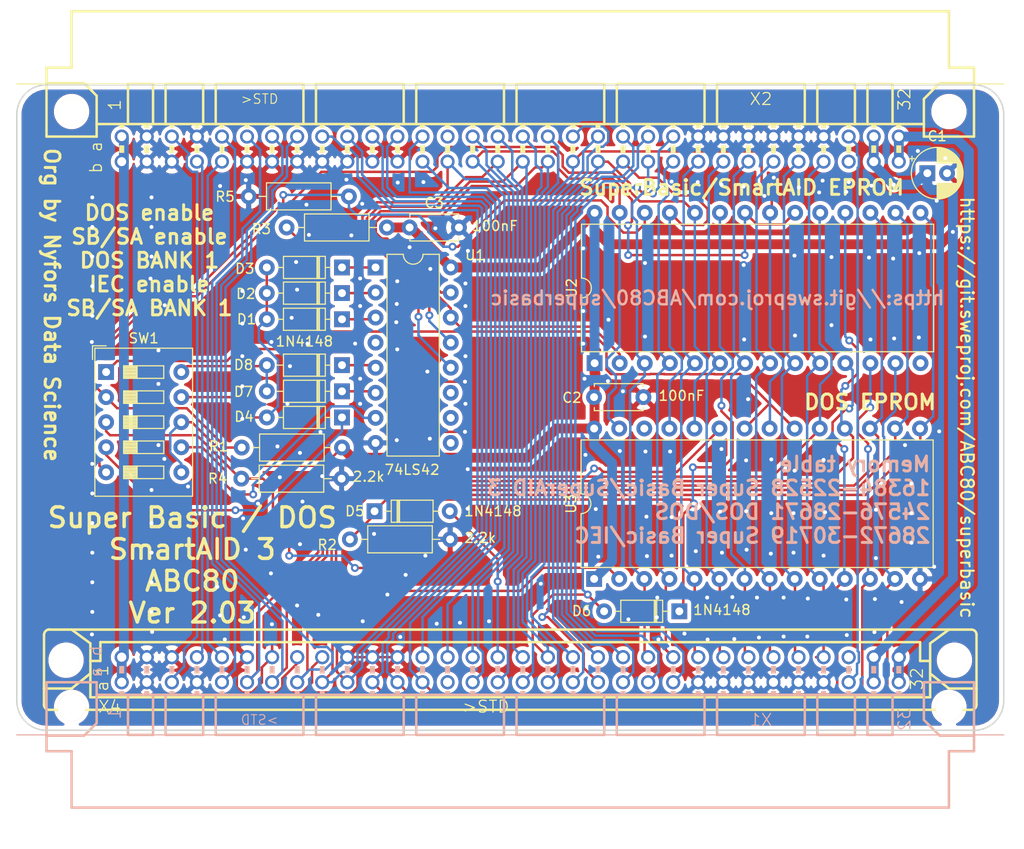
<source format=kicad_pcb>
(kicad_pcb (version 20171130) (host pcbnew 5.1.10-88a1d61d58~90~ubuntu20.04.1)

  (general
    (thickness 1.6)
    (drawings 16)
    (tracks 1127)
    (zones 0)
    (modules 23)
    (nets 58)
  )

  (page A4)
  (title_block
    (title SuperBasic/Smartaid)
    (date 2021-07-31)
    (rev 2.03)
    (company SweProj.com)
  )

  (layers
    (0 F.Cu signal)
    (31 B.Cu signal)
    (32 B.Adhes user)
    (33 F.Adhes user)
    (34 B.Paste user)
    (35 F.Paste user)
    (36 B.SilkS user)
    (37 F.SilkS user)
    (38 B.Mask user)
    (39 F.Mask user)
    (40 Dwgs.User user)
    (41 Cmts.User user)
    (42 Eco1.User user)
    (43 Eco2.User user)
    (44 Edge.Cuts user)
    (45 Margin user)
    (46 B.CrtYd user)
    (47 F.CrtYd user)
    (48 B.Fab user)
    (49 F.Fab user)
  )

  (setup
    (last_trace_width 0.25)
    (trace_clearance 0.2)
    (zone_clearance 0.4)
    (zone_45_only no)
    (trace_min 0.2)
    (via_size 0.8)
    (via_drill 0.4)
    (via_min_size 0.4)
    (via_min_drill 0.3)
    (uvia_size 0.3)
    (uvia_drill 0.1)
    (uvias_allowed no)
    (uvia_min_size 0.2)
    (uvia_min_drill 0.1)
    (edge_width 0.05)
    (segment_width 0.2)
    (pcb_text_width 0.3)
    (pcb_text_size 1.5 1.5)
    (mod_edge_width 0.12)
    (mod_text_size 1 1)
    (mod_text_width 0.15)
    (pad_size 1.524 1.524)
    (pad_drill 0.762)
    (pad_to_mask_clearance 0)
    (aux_axis_origin 0 0)
    (grid_origin 97.15 65.25)
    (visible_elements FFFFFF7F)
    (pcbplotparams
      (layerselection 0x010fc_ffffffff)
      (usegerberextensions false)
      (usegerberattributes true)
      (usegerberadvancedattributes true)
      (creategerberjobfile true)
      (excludeedgelayer true)
      (linewidth 0.100000)
      (plotframeref false)
      (viasonmask false)
      (mode 1)
      (useauxorigin false)
      (hpglpennumber 1)
      (hpglpenspeed 20)
      (hpglpendiameter 15.000000)
      (psnegative false)
      (psa4output false)
      (plotreference true)
      (plotvalue true)
      (plotinvisibletext false)
      (padsonsilk false)
      (subtractmaskfromsilk false)
      (outputformat 1)
      (mirror false)
      (drillshape 0)
      (scaleselection 1)
      (outputdirectory "v203"))
  )

  (net 0 "")
  (net 1 GND)
  (net 2 +5V)
  (net 3 /Q_2)
  (net 4 /Q_1)
  (net 5 /Q_0)
  (net 6 /A13)
  (net 7 /EA11)
  (net 8 /A11)
  (net 9 /A12)
  (net 10 /A15)
  (net 11 /A14)
  (net 12 /D2)
  (net 13 /D1)
  (net 14 /A8)
  (net 15 /D0)
  (net 16 /A9)
  (net 17 /A0)
  (net 18 /A1)
  (net 19 /A2)
  (net 20 /A10)
  (net 21 /A3)
  (net 22 /A4)
  (net 23 /D7)
  (net 24 /A5)
  (net 25 /D6)
  (net 26 /A6)
  (net 27 /D5)
  (net 28 /A7)
  (net 29 /D4)
  (net 30 /D3)
  (net 31 /Q_6)
  (net 32 /Q_5)
  (net 33 /Q_4)
  (net 34 /+12V)
  (net 35 /~INT)
  (net 36 /5)
  (net 37 /~XMEMFL)
  (net 38 /-12V)
  (net 39 /READY)
  (net 40 /~CS)
  (net 41 /~OUT)
  (net 42 /~C1)
  (net 43 /~C2)
  (net 44 /~C3)
  (net 45 /~C4)
  (net 46 /~INP)
  (net 47 /~STATUS)
  (net 48 /~RST)
  (net 49 /~XMEMW)
  (net 50 /~RESIN)
  (net 51 /~SB_CE)
  (net 52 /~DOS_CE)
  (net 53 /DOS_SEL)
  (net 54 /~SB_CE_SEL)
  (net 55 /~DOS_CE_SEL)
  (net 56 /~Q6_EN)
  (net 57 /BANK_SEL)

  (net_class Default "This is the default net class."
    (clearance 0.2)
    (trace_width 0.25)
    (via_dia 0.8)
    (via_drill 0.4)
    (uvia_dia 0.3)
    (uvia_drill 0.1)
    (add_net +5V)
    (add_net /+12V)
    (add_net /-12V)
    (add_net /5)
    (add_net /A0)
    (add_net /A1)
    (add_net /A10)
    (add_net /A11)
    (add_net /A12)
    (add_net /A13)
    (add_net /A14)
    (add_net /A15)
    (add_net /A2)
    (add_net /A3)
    (add_net /A4)
    (add_net /A5)
    (add_net /A6)
    (add_net /A7)
    (add_net /A8)
    (add_net /A9)
    (add_net /BANK_SEL)
    (add_net /D0)
    (add_net /D1)
    (add_net /D2)
    (add_net /D3)
    (add_net /D4)
    (add_net /D5)
    (add_net /D6)
    (add_net /D7)
    (add_net /DOS_SEL)
    (add_net /EA11)
    (add_net /Q_0)
    (add_net /Q_1)
    (add_net /Q_2)
    (add_net /Q_4)
    (add_net /Q_5)
    (add_net /Q_6)
    (add_net /READY)
    (add_net /~C1)
    (add_net /~C2)
    (add_net /~C3)
    (add_net /~C4)
    (add_net /~CS)
    (add_net /~DOS_CE)
    (add_net /~DOS_CE_SEL)
    (add_net /~INP)
    (add_net /~INT)
    (add_net /~OUT)
    (add_net /~Q6_EN)
    (add_net /~RESIN)
    (add_net /~RST)
    (add_net /~SB_CE)
    (add_net /~SB_CE_SEL)
    (add_net /~STATUS)
    (add_net /~XMEMFL)
    (add_net /~XMEMW)
    (add_net GND)
  )

  (module Capacitor_THT:CP_Radial_D5.0mm_P2.00mm (layer F.Cu) (tedit 5AE50EF0) (tstamp 610D4FC9)
    (at 174.26 39.7)
    (descr "CP, Radial series, Radial, pin pitch=2.00mm, , diameter=5mm, Electrolytic Capacitor")
    (tags "CP Radial series Radial pin pitch 2.00mm  diameter 5mm Electrolytic Capacitor")
    (path /6172F5FE)
    (fp_text reference C1 (at 1 -3.75) (layer F.SilkS)
      (effects (font (size 1 1) (thickness 0.15)))
    )
    (fp_text value 100uF/16V (at 1 3.75) (layer F.Fab)
      (effects (font (size 1 1) (thickness 0.15)))
    )
    (fp_circle (center 1 0) (end 3.5 0) (layer F.Fab) (width 0.1))
    (fp_circle (center 1 0) (end 3.62 0) (layer F.SilkS) (width 0.12))
    (fp_circle (center 1 0) (end 3.75 0) (layer F.CrtYd) (width 0.05))
    (fp_line (start -1.133605 -1.0875) (end -0.633605 -1.0875) (layer F.Fab) (width 0.1))
    (fp_line (start -0.883605 -1.3375) (end -0.883605 -0.8375) (layer F.Fab) (width 0.1))
    (fp_line (start 1 1.04) (end 1 2.58) (layer F.SilkS) (width 0.12))
    (fp_line (start 1 -2.58) (end 1 -1.04) (layer F.SilkS) (width 0.12))
    (fp_line (start 1.04 1.04) (end 1.04 2.58) (layer F.SilkS) (width 0.12))
    (fp_line (start 1.04 -2.58) (end 1.04 -1.04) (layer F.SilkS) (width 0.12))
    (fp_line (start 1.08 -2.579) (end 1.08 -1.04) (layer F.SilkS) (width 0.12))
    (fp_line (start 1.08 1.04) (end 1.08 2.579) (layer F.SilkS) (width 0.12))
    (fp_line (start 1.12 -2.578) (end 1.12 -1.04) (layer F.SilkS) (width 0.12))
    (fp_line (start 1.12 1.04) (end 1.12 2.578) (layer F.SilkS) (width 0.12))
    (fp_line (start 1.16 -2.576) (end 1.16 -1.04) (layer F.SilkS) (width 0.12))
    (fp_line (start 1.16 1.04) (end 1.16 2.576) (layer F.SilkS) (width 0.12))
    (fp_line (start 1.2 -2.573) (end 1.2 -1.04) (layer F.SilkS) (width 0.12))
    (fp_line (start 1.2 1.04) (end 1.2 2.573) (layer F.SilkS) (width 0.12))
    (fp_line (start 1.24 -2.569) (end 1.24 -1.04) (layer F.SilkS) (width 0.12))
    (fp_line (start 1.24 1.04) (end 1.24 2.569) (layer F.SilkS) (width 0.12))
    (fp_line (start 1.28 -2.565) (end 1.28 -1.04) (layer F.SilkS) (width 0.12))
    (fp_line (start 1.28 1.04) (end 1.28 2.565) (layer F.SilkS) (width 0.12))
    (fp_line (start 1.32 -2.561) (end 1.32 -1.04) (layer F.SilkS) (width 0.12))
    (fp_line (start 1.32 1.04) (end 1.32 2.561) (layer F.SilkS) (width 0.12))
    (fp_line (start 1.36 -2.556) (end 1.36 -1.04) (layer F.SilkS) (width 0.12))
    (fp_line (start 1.36 1.04) (end 1.36 2.556) (layer F.SilkS) (width 0.12))
    (fp_line (start 1.4 -2.55) (end 1.4 -1.04) (layer F.SilkS) (width 0.12))
    (fp_line (start 1.4 1.04) (end 1.4 2.55) (layer F.SilkS) (width 0.12))
    (fp_line (start 1.44 -2.543) (end 1.44 -1.04) (layer F.SilkS) (width 0.12))
    (fp_line (start 1.44 1.04) (end 1.44 2.543) (layer F.SilkS) (width 0.12))
    (fp_line (start 1.48 -2.536) (end 1.48 -1.04) (layer F.SilkS) (width 0.12))
    (fp_line (start 1.48 1.04) (end 1.48 2.536) (layer F.SilkS) (width 0.12))
    (fp_line (start 1.52 -2.528) (end 1.52 -1.04) (layer F.SilkS) (width 0.12))
    (fp_line (start 1.52 1.04) (end 1.52 2.528) (layer F.SilkS) (width 0.12))
    (fp_line (start 1.56 -2.52) (end 1.56 -1.04) (layer F.SilkS) (width 0.12))
    (fp_line (start 1.56 1.04) (end 1.56 2.52) (layer F.SilkS) (width 0.12))
    (fp_line (start 1.6 -2.511) (end 1.6 -1.04) (layer F.SilkS) (width 0.12))
    (fp_line (start 1.6 1.04) (end 1.6 2.511) (layer F.SilkS) (width 0.12))
    (fp_line (start 1.64 -2.501) (end 1.64 -1.04) (layer F.SilkS) (width 0.12))
    (fp_line (start 1.64 1.04) (end 1.64 2.501) (layer F.SilkS) (width 0.12))
    (fp_line (start 1.68 -2.491) (end 1.68 -1.04) (layer F.SilkS) (width 0.12))
    (fp_line (start 1.68 1.04) (end 1.68 2.491) (layer F.SilkS) (width 0.12))
    (fp_line (start 1.721 -2.48) (end 1.721 -1.04) (layer F.SilkS) (width 0.12))
    (fp_line (start 1.721 1.04) (end 1.721 2.48) (layer F.SilkS) (width 0.12))
    (fp_line (start 1.761 -2.468) (end 1.761 -1.04) (layer F.SilkS) (width 0.12))
    (fp_line (start 1.761 1.04) (end 1.761 2.468) (layer F.SilkS) (width 0.12))
    (fp_line (start 1.801 -2.455) (end 1.801 -1.04) (layer F.SilkS) (width 0.12))
    (fp_line (start 1.801 1.04) (end 1.801 2.455) (layer F.SilkS) (width 0.12))
    (fp_line (start 1.841 -2.442) (end 1.841 -1.04) (layer F.SilkS) (width 0.12))
    (fp_line (start 1.841 1.04) (end 1.841 2.442) (layer F.SilkS) (width 0.12))
    (fp_line (start 1.881 -2.428) (end 1.881 -1.04) (layer F.SilkS) (width 0.12))
    (fp_line (start 1.881 1.04) (end 1.881 2.428) (layer F.SilkS) (width 0.12))
    (fp_line (start 1.921 -2.414) (end 1.921 -1.04) (layer F.SilkS) (width 0.12))
    (fp_line (start 1.921 1.04) (end 1.921 2.414) (layer F.SilkS) (width 0.12))
    (fp_line (start 1.961 -2.398) (end 1.961 -1.04) (layer F.SilkS) (width 0.12))
    (fp_line (start 1.961 1.04) (end 1.961 2.398) (layer F.SilkS) (width 0.12))
    (fp_line (start 2.001 -2.382) (end 2.001 -1.04) (layer F.SilkS) (width 0.12))
    (fp_line (start 2.001 1.04) (end 2.001 2.382) (layer F.SilkS) (width 0.12))
    (fp_line (start 2.041 -2.365) (end 2.041 -1.04) (layer F.SilkS) (width 0.12))
    (fp_line (start 2.041 1.04) (end 2.041 2.365) (layer F.SilkS) (width 0.12))
    (fp_line (start 2.081 -2.348) (end 2.081 -1.04) (layer F.SilkS) (width 0.12))
    (fp_line (start 2.081 1.04) (end 2.081 2.348) (layer F.SilkS) (width 0.12))
    (fp_line (start 2.121 -2.329) (end 2.121 -1.04) (layer F.SilkS) (width 0.12))
    (fp_line (start 2.121 1.04) (end 2.121 2.329) (layer F.SilkS) (width 0.12))
    (fp_line (start 2.161 -2.31) (end 2.161 -1.04) (layer F.SilkS) (width 0.12))
    (fp_line (start 2.161 1.04) (end 2.161 2.31) (layer F.SilkS) (width 0.12))
    (fp_line (start 2.201 -2.29) (end 2.201 -1.04) (layer F.SilkS) (width 0.12))
    (fp_line (start 2.201 1.04) (end 2.201 2.29) (layer F.SilkS) (width 0.12))
    (fp_line (start 2.241 -2.268) (end 2.241 -1.04) (layer F.SilkS) (width 0.12))
    (fp_line (start 2.241 1.04) (end 2.241 2.268) (layer F.SilkS) (width 0.12))
    (fp_line (start 2.281 -2.247) (end 2.281 -1.04) (layer F.SilkS) (width 0.12))
    (fp_line (start 2.281 1.04) (end 2.281 2.247) (layer F.SilkS) (width 0.12))
    (fp_line (start 2.321 -2.224) (end 2.321 -1.04) (layer F.SilkS) (width 0.12))
    (fp_line (start 2.321 1.04) (end 2.321 2.224) (layer F.SilkS) (width 0.12))
    (fp_line (start 2.361 -2.2) (end 2.361 -1.04) (layer F.SilkS) (width 0.12))
    (fp_line (start 2.361 1.04) (end 2.361 2.2) (layer F.SilkS) (width 0.12))
    (fp_line (start 2.401 -2.175) (end 2.401 -1.04) (layer F.SilkS) (width 0.12))
    (fp_line (start 2.401 1.04) (end 2.401 2.175) (layer F.SilkS) (width 0.12))
    (fp_line (start 2.441 -2.149) (end 2.441 -1.04) (layer F.SilkS) (width 0.12))
    (fp_line (start 2.441 1.04) (end 2.441 2.149) (layer F.SilkS) (width 0.12))
    (fp_line (start 2.481 -2.122) (end 2.481 -1.04) (layer F.SilkS) (width 0.12))
    (fp_line (start 2.481 1.04) (end 2.481 2.122) (layer F.SilkS) (width 0.12))
    (fp_line (start 2.521 -2.095) (end 2.521 -1.04) (layer F.SilkS) (width 0.12))
    (fp_line (start 2.521 1.04) (end 2.521 2.095) (layer F.SilkS) (width 0.12))
    (fp_line (start 2.561 -2.065) (end 2.561 -1.04) (layer F.SilkS) (width 0.12))
    (fp_line (start 2.561 1.04) (end 2.561 2.065) (layer F.SilkS) (width 0.12))
    (fp_line (start 2.601 -2.035) (end 2.601 -1.04) (layer F.SilkS) (width 0.12))
    (fp_line (start 2.601 1.04) (end 2.601 2.035) (layer F.SilkS) (width 0.12))
    (fp_line (start 2.641 -2.004) (end 2.641 -1.04) (layer F.SilkS) (width 0.12))
    (fp_line (start 2.641 1.04) (end 2.641 2.004) (layer F.SilkS) (width 0.12))
    (fp_line (start 2.681 -1.971) (end 2.681 -1.04) (layer F.SilkS) (width 0.12))
    (fp_line (start 2.681 1.04) (end 2.681 1.971) (layer F.SilkS) (width 0.12))
    (fp_line (start 2.721 -1.937) (end 2.721 -1.04) (layer F.SilkS) (width 0.12))
    (fp_line (start 2.721 1.04) (end 2.721 1.937) (layer F.SilkS) (width 0.12))
    (fp_line (start 2.761 -1.901) (end 2.761 -1.04) (layer F.SilkS) (width 0.12))
    (fp_line (start 2.761 1.04) (end 2.761 1.901) (layer F.SilkS) (width 0.12))
    (fp_line (start 2.801 -1.864) (end 2.801 -1.04) (layer F.SilkS) (width 0.12))
    (fp_line (start 2.801 1.04) (end 2.801 1.864) (layer F.SilkS) (width 0.12))
    (fp_line (start 2.841 -1.826) (end 2.841 -1.04) (layer F.SilkS) (width 0.12))
    (fp_line (start 2.841 1.04) (end 2.841 1.826) (layer F.SilkS) (width 0.12))
    (fp_line (start 2.881 -1.785) (end 2.881 -1.04) (layer F.SilkS) (width 0.12))
    (fp_line (start 2.881 1.04) (end 2.881 1.785) (layer F.SilkS) (width 0.12))
    (fp_line (start 2.921 -1.743) (end 2.921 -1.04) (layer F.SilkS) (width 0.12))
    (fp_line (start 2.921 1.04) (end 2.921 1.743) (layer F.SilkS) (width 0.12))
    (fp_line (start 2.961 -1.699) (end 2.961 -1.04) (layer F.SilkS) (width 0.12))
    (fp_line (start 2.961 1.04) (end 2.961 1.699) (layer F.SilkS) (width 0.12))
    (fp_line (start 3.001 -1.653) (end 3.001 -1.04) (layer F.SilkS) (width 0.12))
    (fp_line (start 3.001 1.04) (end 3.001 1.653) (layer F.SilkS) (width 0.12))
    (fp_line (start 3.041 -1.605) (end 3.041 1.605) (layer F.SilkS) (width 0.12))
    (fp_line (start 3.081 -1.554) (end 3.081 1.554) (layer F.SilkS) (width 0.12))
    (fp_line (start 3.121 -1.5) (end 3.121 1.5) (layer F.SilkS) (width 0.12))
    (fp_line (start 3.161 -1.443) (end 3.161 1.443) (layer F.SilkS) (width 0.12))
    (fp_line (start 3.201 -1.383) (end 3.201 1.383) (layer F.SilkS) (width 0.12))
    (fp_line (start 3.241 -1.319) (end 3.241 1.319) (layer F.SilkS) (width 0.12))
    (fp_line (start 3.281 -1.251) (end 3.281 1.251) (layer F.SilkS) (width 0.12))
    (fp_line (start 3.321 -1.178) (end 3.321 1.178) (layer F.SilkS) (width 0.12))
    (fp_line (start 3.361 -1.098) (end 3.361 1.098) (layer F.SilkS) (width 0.12))
    (fp_line (start 3.401 -1.011) (end 3.401 1.011) (layer F.SilkS) (width 0.12))
    (fp_line (start 3.441 -0.915) (end 3.441 0.915) (layer F.SilkS) (width 0.12))
    (fp_line (start 3.481 -0.805) (end 3.481 0.805) (layer F.SilkS) (width 0.12))
    (fp_line (start 3.521 -0.677) (end 3.521 0.677) (layer F.SilkS) (width 0.12))
    (fp_line (start 3.561 -0.518) (end 3.561 0.518) (layer F.SilkS) (width 0.12))
    (fp_line (start 3.601 -0.284) (end 3.601 0.284) (layer F.SilkS) (width 0.12))
    (fp_line (start -1.804775 -1.475) (end -1.304775 -1.475) (layer F.SilkS) (width 0.12))
    (fp_line (start -1.554775 -1.725) (end -1.554775 -1.225) (layer F.SilkS) (width 0.12))
    (fp_text user %R (at 1 0) (layer F.Fab)
      (effects (font (size 1 1) (thickness 0.15)))
    )
    (pad 2 thru_hole circle (at 2 0) (size 1.6 1.6) (drill 0.8) (layers *.Cu *.Mask)
      (net 1 GND))
    (pad 1 thru_hole rect (at 0 0) (size 1.6 1.6) (drill 0.8) (layers *.Cu *.Mask)
      (net 2 +5V))
    (model ${KISYS3DMOD}/Capacitor_THT.3dshapes/CP_Radial_D5.0mm_P2.00mm.wrl
      (at (xyz 0 0 0))
      (scale (xyz 1 1 1))
      (rotate (xyz 0 0 0))
    )
  )

  (module superbasic:FAB64Q (layer B.Cu) (tedit 610A4B1C) (tstamp 61050D6A)
    (at 132 93.82 270)
    (descr "<b>DIN 41612 CONNECTOR</b>\n<p>\nMale, 64 pins, type B, rows ab, grid 2.54 mm<br />\nFemale, 64 bits, type Q, rows ab, grid 2.54 mm<br />\nB mates with Q, but pin numbers reversed\n</p>")
    (path /6104D632)
    (fp_text reference X1 (at 1.27 -25.4 180) (layer B.SilkS)
      (effects (font (size 1.2065 1.2065) (thickness 0.12065)) (justify mirror))
    )
    (fp_text value ABC-Bus (at 1.27 -5.1054 180) (layer B.Fab)
      (effects (font (size 1.2065 1.2065) (thickness 0.12065)) (justify mirror))
    )
    (fp_line (start 4.445 -46.99) (end 4.445 -44.45) (layer B.SilkS) (width 0.254))
    (fp_line (start 4.445 -44.45) (end 10.16 -44.45) (layer B.SilkS) (width 0.254))
    (fp_line (start 10.16 -44.45) (end 10.16 44.45) (layer B.SilkS) (width 0.254))
    (fp_line (start 10.16 44.45) (end 4.445 44.45) (layer B.SilkS) (width 0.254))
    (fp_line (start 4.445 44.45) (end 4.445 46.99) (layer B.SilkS) (width 0.254))
    (fp_line (start -2.54 46.99) (end -2.54 41.91) (layer B.SilkS) (width 0.254))
    (fp_line (start -2.54 41.91) (end -1.27 41.91) (layer B.SilkS) (width 0.254))
    (fp_line (start -1.27 41.91) (end 1.6002 41.91) (layer B.SilkS) (width 0.254))
    (fp_line (start 4.445 46.99) (end 2.8702 46.99) (layer B.SilkS) (width 0.254))
    (fp_line (start 2.8702 46.99) (end -2.54 46.99) (layer B.SilkS) (width 0.254))
    (fp_line (start 1.6002 41.91) (end 2.8702 43.18) (layer B.SilkS) (width 0.254))
    (fp_line (start 2.8702 43.18) (end 2.8702 46.99) (layer B.SilkS) (width 0.254))
    (fp_line (start -2.54 -46.99) (end 2.8702 -46.99) (layer B.SilkS) (width 0.254))
    (fp_line (start 2.8702 -46.99) (end 4.445 -46.99) (layer B.SilkS) (width 0.254))
    (fp_line (start 2.8702 -43.5102) (end 1.27 -41.91) (layer B.SilkS) (width 0.254))
    (fp_line (start 2.8702 -43.5102) (end 2.8702 -46.99) (layer B.SilkS) (width 0.254))
    (fp_line (start -2.54 -41.91) (end -2.54 -46.99) (layer B.SilkS) (width 0.254))
    (fp_line (start -2.54 -41.91) (end -1.27 -41.91) (layer B.SilkS) (width 0.254))
    (fp_line (start -1.27 -41.91) (end 1.27 -41.91) (layer B.SilkS) (width 0.254))
    (fp_line (start -1.27 41.91) (end -1.27 38.735) (layer B.SilkS) (width 0.254))
    (fp_line (start 2.794 38.735) (end 2.794 36.195) (layer B.SilkS) (width 0.254))
    (fp_line (start 2.794 38.735) (end -1.27 38.735) (layer B.SilkS) (width 0.254))
    (fp_line (start -1.27 38.735) (end -1.27 36.195) (layer B.SilkS) (width 0.254))
    (fp_line (start 2.794 36.195) (end -1.27 36.195) (layer B.SilkS) (width 0.254))
    (fp_line (start -1.27 36.195) (end -1.27 34.925) (layer B.SilkS) (width 0.254))
    (fp_line (start 2.794 34.925) (end -1.27 34.925) (layer B.SilkS) (width 0.254))
    (fp_line (start 2.794 34.925) (end 2.794 31.115) (layer B.SilkS) (width 0.254))
    (fp_line (start -1.27 34.925) (end -1.27 31.115) (layer B.SilkS) (width 0.254))
    (fp_line (start 2.794 31.115) (end -1.27 31.115) (layer B.SilkS) (width 0.254))
    (fp_line (start -1.27 31.115) (end -1.27 29.845) (layer B.SilkS) (width 0.254))
    (fp_line (start 2.794 29.845) (end -1.27 29.845) (layer B.SilkS) (width 0.254))
    (fp_line (start 2.794 29.845) (end 2.794 20.955) (layer B.SilkS) (width 0.254))
    (fp_line (start -1.27 29.845) (end -1.27 20.955) (layer B.SilkS) (width 0.254))
    (fp_line (start 2.794 20.955) (end -1.27 20.955) (layer B.SilkS) (width 0.254))
    (fp_line (start -1.27 20.955) (end -1.27 19.685) (layer B.SilkS) (width 0.254))
    (fp_line (start 2.794 19.685) (end -1.27 19.685) (layer B.SilkS) (width 0.254))
    (fp_line (start 2.794 19.685) (end 2.794 10.795) (layer B.SilkS) (width 0.254))
    (fp_line (start -1.27 19.685) (end -1.27 10.795) (layer B.SilkS) (width 0.254))
    (fp_line (start 2.794 10.795) (end -1.27 10.795) (layer B.SilkS) (width 0.254))
    (fp_line (start -1.27 10.795) (end -1.27 9.525) (layer B.SilkS) (width 0.254))
    (fp_line (start 2.794 9.525) (end -1.27 9.525) (layer B.SilkS) (width 0.254))
    (fp_line (start 2.794 9.525) (end 2.794 0.635) (layer B.SilkS) (width 0.254))
    (fp_line (start -1.27 9.525) (end -1.27 0.635) (layer B.SilkS) (width 0.254))
    (fp_line (start 2.794 0.635) (end -1.27 0.635) (layer B.SilkS) (width 0.254))
    (fp_line (start -1.27 0.635) (end -1.27 -0.635) (layer B.SilkS) (width 0.254))
    (fp_line (start 2.794 -0.635) (end -1.27 -0.635) (layer B.SilkS) (width 0.254))
    (fp_line (start 2.794 -0.635) (end 2.794 -9.525) (layer B.SilkS) (width 0.254))
    (fp_line (start -1.27 -0.635) (end -1.27 -9.525) (layer B.SilkS) (width 0.254))
    (fp_line (start 2.794 -9.525) (end -1.27 -9.525) (layer B.SilkS) (width 0.254))
    (fp_line (start -1.27 -9.525) (end -1.27 -10.795) (layer B.SilkS) (width 0.254))
    (fp_line (start 2.794 -10.795) (end -1.27 -10.795) (layer B.SilkS) (width 0.254))
    (fp_line (start 2.794 -10.795) (end 2.794 -19.685) (layer B.SilkS) (width 0.254))
    (fp_line (start -1.27 -10.795) (end -1.27 -19.685) (layer B.SilkS) (width 0.254))
    (fp_line (start 2.794 -19.685) (end -1.27 -19.685) (layer B.SilkS) (width 0.254))
    (fp_line (start -1.27 -19.685) (end -1.27 -20.955) (layer B.SilkS) (width 0.254))
    (fp_line (start 2.794 -20.955) (end -1.27 -20.955) (layer B.SilkS) (width 0.254))
    (fp_line (start 2.794 -20.955) (end 2.794 -29.845) (layer B.SilkS) (width 0.254))
    (fp_line (start -1.27 -20.955) (end -1.27 -29.845) (layer B.SilkS) (width 0.254))
    (fp_line (start 2.794 -29.845) (end -1.27 -29.845) (layer B.SilkS) (width 0.254))
    (fp_line (start -1.27 -29.845) (end -1.27 -31.115) (layer B.SilkS) (width 0.254))
    (fp_line (start 2.794 -31.115) (end -1.27 -31.115) (layer B.SilkS) (width 0.254))
    (fp_line (start 2.794 -31.115) (end 2.794 -34.925) (layer B.SilkS) (width 0.254))
    (fp_line (start -1.27 -31.115) (end -1.27 -34.925) (layer B.SilkS) (width 0.254))
    (fp_line (start 2.794 -34.925) (end -1.27 -34.925) (layer B.SilkS) (width 0.254))
    (fp_line (start -1.27 -34.925) (end -1.27 -36.195) (layer B.SilkS) (width 0.254))
    (fp_line (start 2.794 -36.195) (end -1.27 -36.195) (layer B.SilkS) (width 0.254))
    (fp_line (start 2.794 -36.195) (end 2.794 -38.735) (layer B.SilkS) (width 0.254))
    (fp_line (start -1.27 -36.195) (end -1.27 -38.735) (layer B.SilkS) (width 0.254))
    (fp_line (start 2.794 -38.735) (end -1.27 -38.735) (layer B.SilkS) (width 0.254))
    (fp_line (start -1.27 -38.735) (end -1.27 -41.91) (layer B.SilkS) (width 0.254))
    (fp_line (start 2.794 -50.0126) (end 2.794 50.0126) (layer B.SilkS) (width 0.12))
    (fp_circle (center 0 44.45) (end 1.27 44.45) (layer B.SilkS) (width 0.254))
    (fp_circle (center 0 -44.45) (end 1.27 -44.45) (layer B.SilkS) (width 0.254))
    (fp_poly (pts (xy -1.651 39.116) (xy -1.27 39.116) (xy -1.27 39.624) (xy -1.651 39.624)) (layer B.SilkS) (width 0))
    (fp_poly (pts (xy -3.429 39.116) (xy -1.651 39.116) (xy -1.651 39.624) (xy -3.429 39.624)) (layer B.Fab) (width 0))
    (fp_poly (pts (xy -5.334 39.116) (xy -4.191 39.116) (xy -4.191 39.624) (xy -5.334 39.624)) (layer B.Fab) (width 0))
    (fp_poly (pts (xy -1.651 36.576) (xy -1.27 36.576) (xy -1.27 37.084) (xy -1.651 37.084)) (layer B.SilkS) (width 0))
    (fp_poly (pts (xy -3.429 36.576) (xy -1.651 36.576) (xy -1.651 37.084) (xy -3.429 37.084)) (layer B.Fab) (width 0))
    (fp_poly (pts (xy -5.334 36.576) (xy -4.191 36.576) (xy -4.191 37.084) (xy -5.334 37.084)) (layer B.Fab) (width 0))
    (fp_poly (pts (xy -5.334 34.036) (xy -4.191 34.036) (xy -4.191 34.544) (xy -5.334 34.544)) (layer B.Fab) (width 0))
    (fp_poly (pts (xy -1.651 34.036) (xy -1.27 34.036) (xy -1.27 34.544) (xy -1.651 34.544)) (layer B.SilkS) (width 0))
    (fp_poly (pts (xy -3.429 34.036) (xy -1.651 34.036) (xy -1.651 34.544) (xy -3.429 34.544)) (layer B.Fab) (width 0))
    (fp_poly (pts (xy -1.651 31.496) (xy -1.27 31.496) (xy -1.27 32.004) (xy -1.651 32.004)) (layer B.SilkS) (width 0))
    (fp_poly (pts (xy -3.429 31.496) (xy -1.651 31.496) (xy -1.651 32.004) (xy -3.429 32.004)) (layer B.Fab) (width 0))
    (fp_poly (pts (xy -5.334 31.496) (xy -4.191 31.496) (xy -4.191 32.004) (xy -5.334 32.004)) (layer B.Fab) (width 0))
    (fp_poly (pts (xy -1.651 28.956) (xy -1.27 28.956) (xy -1.27 29.464) (xy -1.651 29.464)) (layer B.SilkS) (width 0))
    (fp_poly (pts (xy -1.651 26.416) (xy -1.27 26.416) (xy -1.27 26.924) (xy -1.651 26.924)) (layer B.SilkS) (width 0))
    (fp_poly (pts (xy -3.429 28.956) (xy -1.651 28.956) (xy -1.651 29.464) (xy -3.429 29.464)) (layer B.Fab) (width 0))
    (fp_poly (pts (xy -3.429 26.416) (xy -1.651 26.416) (xy -1.651 26.924) (xy -3.429 26.924)) (layer B.Fab) (width 0))
    (fp_poly (pts (xy -5.334 28.956) (xy -4.191 28.956) (xy -4.191 29.464) (xy -5.334 29.464)) (layer B.Fab) (width 0))
    (fp_poly (pts (xy -5.334 26.416) (xy -4.191 26.416) (xy -4.191 26.924) (xy -5.334 26.924)) (layer B.Fab) (width 0))
    (fp_poly (pts (xy -5.334 23.876) (xy -4.191 23.876) (xy -4.191 24.384) (xy -5.334 24.384)) (layer B.Fab) (width 0))
    (fp_poly (pts (xy -1.651 23.876) (xy -1.27 23.876) (xy -1.27 24.384) (xy -1.651 24.384)) (layer B.SilkS) (width 0))
    (fp_poly (pts (xy -3.429 23.876) (xy -1.651 23.876) (xy -1.651 24.384) (xy -3.429 24.384)) (layer B.Fab) (width 0))
    (fp_poly (pts (xy -3.429 21.336) (xy -1.651 21.336) (xy -1.651 21.844) (xy -3.429 21.844)) (layer B.Fab) (width 0))
    (fp_poly (pts (xy -1.651 21.336) (xy -1.27 21.336) (xy -1.27 21.844) (xy -1.651 21.844)) (layer B.SilkS) (width 0))
    (fp_poly (pts (xy -5.334 21.336) (xy -4.191 21.336) (xy -4.191 21.844) (xy -5.334 21.844)) (layer B.Fab) (width 0))
    (fp_poly (pts (xy -3.429 18.796) (xy -1.651 18.796) (xy -1.651 19.304) (xy -3.429 19.304)) (layer B.Fab) (width 0))
    (fp_poly (pts (xy -1.651 18.796) (xy -1.27 18.796) (xy -1.27 19.304) (xy -1.651 19.304)) (layer B.SilkS) (width 0))
    (fp_poly (pts (xy -5.334 18.796) (xy -4.191 18.796) (xy -4.191 19.304) (xy -5.334 19.304)) (layer B.Fab) (width 0))
    (fp_poly (pts (xy -1.651 16.256) (xy -1.27 16.256) (xy -1.27 16.764) (xy -1.651 16.764)) (layer B.SilkS) (width 0))
    (fp_poly (pts (xy -3.429 16.256) (xy -1.651 16.256) (xy -1.651 16.764) (xy -3.429 16.764)) (layer B.Fab) (width 0))
    (fp_poly (pts (xy -5.334 16.256) (xy -4.191 16.256) (xy -4.191 16.764) (xy -5.334 16.764)) (layer B.Fab) (width 0))
    (fp_poly (pts (xy -5.334 13.716) (xy -4.191 13.716) (xy -4.191 14.224) (xy -5.334 14.224)) (layer B.Fab) (width 0))
    (fp_poly (pts (xy -3.429 13.716) (xy -1.651 13.716) (xy -1.651 14.224) (xy -3.429 14.224)) (layer B.Fab) (width 0))
    (fp_poly (pts (xy -1.651 13.716) (xy -1.27 13.716) (xy -1.27 14.224) (xy -1.651 14.224)) (layer B.SilkS) (width 0))
    (fp_poly (pts (xy -3.429 11.176) (xy -1.651 11.176) (xy -1.651 11.684) (xy -3.429 11.684)) (layer B.Fab) (width 0))
    (fp_poly (pts (xy -3.429 8.636) (xy -1.651 8.636) (xy -1.651 9.144) (xy -3.429 9.144)) (layer B.Fab) (width 0))
    (fp_poly (pts (xy -1.651 11.176) (xy -1.27 11.176) (xy -1.27 11.684) (xy -1.651 11.684)) (layer B.SilkS) (width 0))
    (fp_poly (pts (xy -1.651 8.636) (xy -1.27 8.636) (xy -1.27 9.144) (xy -1.651 9.144)) (layer B.SilkS) (width 0))
    (fp_poly (pts (xy -5.334 11.176) (xy -4.191 11.176) (xy -4.191 11.684) (xy -5.334 11.684)) (layer B.Fab) (width 0))
    (fp_poly (pts (xy -5.334 8.636) (xy -4.191 8.636) (xy -4.191 9.144) (xy -5.334 9.144)) (layer B.Fab) (width 0))
    (fp_poly (pts (xy -5.334 6.096) (xy -4.191 6.096) (xy -4.191 6.604) (xy -5.334 6.604)) (layer B.Fab) (width 0))
    (fp_poly (pts (xy -3.429 6.096) (xy -1.651 6.096) (xy -1.651 6.604) (xy -3.429 6.604)) (layer B.Fab) (width 0))
    (fp_poly (pts (xy -3.429 3.556) (xy -1.651 3.556) (xy -1.651 4.064) (xy -3.429 4.064)) (layer B.Fab) (width 0))
    (fp_poly (pts (xy -1.651 6.096) (xy -1.27 6.096) (xy -1.27 6.604) (xy -1.651 6.604)) (layer B.SilkS) (width 0))
    (fp_poly (pts (xy -1.651 3.556) (xy -1.27 3.556) (xy -1.27 4.064) (xy -1.651 4.064)) (layer B.SilkS) (width 0))
    (fp_poly (pts (xy -5.334 3.556) (xy -4.191 3.556) (xy -4.191 4.064) (xy -5.334 4.064)) (layer B.Fab) (width 0))
    (fp_poly (pts (xy -5.334 1.016) (xy -4.191 1.016) (xy -4.191 1.524) (xy -5.334 1.524)) (layer B.Fab) (width 0))
    (fp_poly (pts (xy -3.429 1.016) (xy -1.651 1.016) (xy -1.651 1.524) (xy -3.429 1.524)) (layer B.Fab) (width 0))
    (fp_poly (pts (xy -1.651 1.016) (xy -1.27 1.016) (xy -1.27 1.524) (xy -1.651 1.524)) (layer B.SilkS) (width 0))
    (fp_poly (pts (xy -1.651 -1.524) (xy -1.27 -1.524) (xy -1.27 -1.016) (xy -1.651 -1.016)) (layer B.SilkS) (width 0))
    (fp_poly (pts (xy -3.429 -1.524) (xy -1.651 -1.524) (xy -1.651 -1.016) (xy -3.429 -1.016)) (layer B.Fab) (width 0))
    (fp_poly (pts (xy -5.334 -1.524) (xy -4.191 -1.524) (xy -4.191 -1.016) (xy -5.334 -1.016)) (layer B.Fab) (width 0))
    (fp_poly (pts (xy -1.651 -4.064) (xy -1.27 -4.064) (xy -1.27 -3.556) (xy -1.651 -3.556)) (layer B.SilkS) (width 0))
    (fp_poly (pts (xy -3.429 -4.064) (xy -1.651 -4.064) (xy -1.651 -3.556) (xy -3.429 -3.556)) (layer B.Fab) (width 0))
    (fp_poly (pts (xy -5.334 -4.064) (xy -4.191 -4.064) (xy -4.191 -3.556) (xy -5.334 -3.556)) (layer B.Fab) (width 0))
    (fp_poly (pts (xy -3.429 -6.604) (xy -1.651 -6.604) (xy -1.651 -6.096) (xy -3.429 -6.096)) (layer B.Fab) (width 0))
    (fp_poly (pts (xy -1.651 -6.604) (xy -1.27 -6.604) (xy -1.27 -6.096) (xy -1.651 -6.096)) (layer B.SilkS) (width 0))
    (fp_poly (pts (xy -5.334 -6.604) (xy -4.191 -6.604) (xy -4.191 -6.096) (xy -5.334 -6.096)) (layer B.Fab) (width 0))
    (fp_poly (pts (xy -5.334 -9.144) (xy -4.191 -9.144) (xy -4.191 -8.636) (xy -5.334 -8.636)) (layer B.Fab) (width 0))
    (fp_poly (pts (xy -3.429 -9.144) (xy -1.651 -9.144) (xy -1.651 -8.636) (xy -3.429 -8.636)) (layer B.Fab) (width 0))
    (fp_poly (pts (xy -1.651 -9.144) (xy -1.27 -9.144) (xy -1.27 -8.636) (xy -1.651 -8.636)) (layer B.SilkS) (width 0))
    (fp_poly (pts (xy -1.651 -11.684) (xy -1.27 -11.684) (xy -1.27 -11.176) (xy -1.651 -11.176)) (layer B.SilkS) (width 0))
    (fp_poly (pts (xy -1.651 -14.224) (xy -1.27 -14.224) (xy -1.27 -13.716) (xy -1.651 -13.716)) (layer B.SilkS) (width 0))
    (fp_poly (pts (xy -3.429 -11.684) (xy -1.651 -11.684) (xy -1.651 -11.176) (xy -3.429 -11.176)) (layer B.Fab) (width 0))
    (fp_poly (pts (xy -5.334 -11.684) (xy -4.191 -11.684) (xy -4.191 -11.176) (xy -5.334 -11.176)) (layer B.Fab) (width 0))
    (fp_poly (pts (xy -3.429 -16.764) (xy -1.651 -16.764) (xy -1.651 -16.256) (xy -3.429 -16.256)) (layer B.Fab) (width 0))
    (fp_poly (pts (xy -1.651 -16.764) (xy -1.27 -16.764) (xy -1.27 -16.256) (xy -1.651 -16.256)) (layer B.SilkS) (width 0))
    (fp_poly (pts (xy -5.334 -16.764) (xy -4.191 -16.764) (xy -4.191 -16.256) (xy -5.334 -16.256)) (layer B.Fab) (width 0))
    (fp_poly (pts (xy -3.429 -14.224) (xy -1.651 -14.224) (xy -1.651 -13.716) (xy -3.429 -13.716)) (layer B.Fab) (width 0))
    (fp_poly (pts (xy -5.334 -14.224) (xy -4.191 -14.224) (xy -4.191 -13.716) (xy -5.334 -13.716)) (layer B.Fab) (width 0))
    (fp_poly (pts (xy -3.429 -19.304) (xy -1.651 -19.304) (xy -1.651 -18.796) (xy -3.429 -18.796)) (layer B.Fab) (width 0))
    (fp_poly (pts (xy -1.651 -19.304) (xy -1.27 -19.304) (xy -1.27 -18.796) (xy -1.651 -18.796)) (layer B.SilkS) (width 0))
    (fp_poly (pts (xy -5.334 -19.304) (xy -4.191 -19.304) (xy -4.191 -18.796) (xy -5.334 -18.796)) (layer B.Fab) (width 0))
    (fp_poly (pts (xy -5.334 -21.844) (xy -4.191 -21.844) (xy -4.191 -21.336) (xy -5.334 -21.336)) (layer B.Fab) (width 0))
    (fp_poly (pts (xy -3.429 -21.844) (xy -1.651 -21.844) (xy -1.651 -21.336) (xy -3.429 -21.336)) (layer B.Fab) (width 0))
    (fp_poly (pts (xy -1.651 -21.844) (xy -1.27 -21.844) (xy -1.27 -21.336) (xy -1.651 -21.336)) (layer B.SilkS) (width 0))
    (fp_poly (pts (xy -3.429 -24.384) (xy -1.651 -24.384) (xy -1.651 -23.876) (xy -3.429 -23.876)) (layer B.Fab) (width 0))
    (fp_poly (pts (xy -1.651 -24.384) (xy -1.27 -24.384) (xy -1.27 -23.876) (xy -1.651 -23.876)) (layer B.SilkS) (width 0))
    (fp_poly (pts (xy -5.334 -24.384) (xy -4.191 -24.384) (xy -4.191 -23.876) (xy -5.334 -23.876)) (layer B.Fab) (width 0))
    (fp_poly (pts (xy -3.429 -26.924) (xy -1.651 -26.924) (xy -1.651 -26.416) (xy -3.429 -26.416)) (layer B.Fab) (width 0))
    (fp_poly (pts (xy -1.651 -26.924) (xy -1.27 -26.924) (xy -1.27 -26.416) (xy -1.651 -26.416)) (layer B.SilkS) (width 0))
    (fp_poly (pts (xy -5.334 -26.924) (xy -4.191 -26.924) (xy -4.191 -26.416) (xy -5.334 -26.416)) (layer B.Fab) (width 0))
    (fp_poly (pts (xy -3.429 -29.464) (xy -1.651 -29.464) (xy -1.651 -28.956) (xy -3.429 -28.956)) (layer B.Fab) (width 0))
    (fp_poly (pts (xy -1.651 -29.464) (xy -1.27 -29.464) (xy -1.27 -28.956) (xy -1.651 -28.956)) (layer B.SilkS) (width 0))
    (fp_poly (pts (xy -5.334 -29.464) (xy -4.191 -29.464) (xy -4.191 -28.956) (xy -5.334 -28.956)) (layer B.Fab) (width 0))
    (fp_poly (pts (xy -5.334 -32.004) (xy -4.191 -32.004) (xy -4.191 -31.496) (xy -5.334 -31.496)) (layer B.Fab) (width 0))
    (fp_poly (pts (xy -3.429 -32.004) (xy -1.651 -32.004) (xy -1.651 -31.496) (xy -3.429 -31.496)) (layer B.Fab) (width 0))
    (fp_poly (pts (xy -1.651 -32.004) (xy -1.27 -32.004) (xy -1.27 -31.496) (xy -1.651 -31.496)) (layer B.SilkS) (width 0))
    (fp_poly (pts (xy -1.651 -34.544) (xy -1.27 -34.544) (xy -1.27 -34.036) (xy -1.651 -34.036)) (layer B.SilkS) (width 0))
    (fp_poly (pts (xy -3.429 -34.544) (xy -1.651 -34.544) (xy -1.651 -34.036) (xy -3.429 -34.036)) (layer B.Fab) (width 0))
    (fp_poly (pts (xy -5.334 -34.544) (xy -4.191 -34.544) (xy -4.191 -34.036) (xy -5.334 -34.036)) (layer B.Fab) (width 0))
    (fp_poly (pts (xy -5.334 -37.084) (xy -4.191 -37.084) (xy -4.191 -36.576) (xy -5.334 -36.576)) (layer B.Fab) (width 0))
    (fp_poly (pts (xy -3.429 -37.084) (xy -1.651 -37.084) (xy -1.651 -36.576) (xy -3.429 -36.576)) (layer B.Fab) (width 0))
    (fp_poly (pts (xy -1.651 -37.084) (xy -1.27 -37.084) (xy -1.27 -36.576) (xy -1.651 -36.576)) (layer B.SilkS) (width 0))
    (fp_poly (pts (xy -3.429 -39.624) (xy -1.651 -39.624) (xy -1.651 -39.116) (xy -3.429 -39.116)) (layer B.Fab) (width 0))
    (fp_poly (pts (xy -1.651 -39.624) (xy -1.27 -39.624) (xy -1.27 -39.116) (xy -1.651 -39.116)) (layer B.SilkS) (width 0))
    (fp_poly (pts (xy -5.334 -39.624) (xy -4.191 -39.624) (xy -4.191 -39.116) (xy -5.334 -39.116)) (layer B.Fab) (width 0))
    (fp_poly (pts (xy -4.191 39.116) (xy -3.429 39.116) (xy -3.429 39.624) (xy -4.191 39.624)) (layer B.SilkS) (width 0))
    (fp_poly (pts (xy -4.191 36.576) (xy -3.429 36.576) (xy -3.429 37.084) (xy -4.191 37.084)) (layer B.SilkS) (width 0))
    (fp_poly (pts (xy -4.191 34.036) (xy -3.429 34.036) (xy -3.429 34.544) (xy -4.191 34.544)) (layer B.SilkS) (width 0))
    (fp_poly (pts (xy -4.191 31.496) (xy -3.429 31.496) (xy -3.429 32.004) (xy -4.191 32.004)) (layer B.SilkS) (width 0))
    (fp_poly (pts (xy -4.191 28.956) (xy -3.429 28.956) (xy -3.429 29.464) (xy -4.191 29.464)) (layer B.SilkS) (width 0))
    (fp_poly (pts (xy -4.191 26.416) (xy -3.429 26.416) (xy -3.429 26.924) (xy -4.191 26.924)) (layer B.SilkS) (width 0))
    (fp_poly (pts (xy -4.191 23.876) (xy -3.429 23.876) (xy -3.429 24.384) (xy -4.191 24.384)) (layer B.SilkS) (width 0))
    (fp_poly (pts (xy -4.191 21.336) (xy -3.429 21.336) (xy -3.429 21.844) (xy -4.191 21.844)) (layer B.SilkS) (width 0))
    (fp_poly (pts (xy -4.191 18.796) (xy -3.429 18.796) (xy -3.429 19.304) (xy -4.191 19.304)) (layer B.SilkS) (width 0))
    (fp_poly (pts (xy -4.191 16.256) (xy -3.429 16.256) (xy -3.429 16.764) (xy -4.191 16.764)) (layer B.SilkS) (width 0))
    (fp_poly (pts (xy -4.191 13.716) (xy -3.429 13.716) (xy -3.429 14.224) (xy -4.191 14.224)) (layer B.SilkS) (width 0))
    (fp_poly (pts (xy -4.191 11.176) (xy -3.429 11.176) (xy -3.429 11.684) (xy -4.191 11.684)) (layer B.SilkS) (width 0))
    (fp_poly (pts (xy -4.191 8.636) (xy -3.429 8.636) (xy -3.429 9.144) (xy -4.191 9.144)) (layer B.SilkS) (width 0))
    (fp_poly (pts (xy -4.191 6.096) (xy -3.429 6.096) (xy -3.429 6.604) (xy -4.191 6.604)) (layer B.SilkS) (width 0))
    (fp_poly (pts (xy -4.191 3.556) (xy -3.429 3.556) (xy -3.429 4.064) (xy -4.191 4.064)) (layer B.SilkS) (width 0))
    (fp_poly (pts (xy -4.191 1.016) (xy -3.429 1.016) (xy -3.429 1.524) (xy -4.191 1.524)) (layer B.SilkS) (width 0))
    (fp_poly (pts (xy -4.191 -1.524) (xy -3.429 -1.524) (xy -3.429 -1.016) (xy -4.191 -1.016)) (layer B.SilkS) (width 0))
    (fp_poly (pts (xy -4.191 -4.064) (xy -3.429 -4.064) (xy -3.429 -3.556) (xy -4.191 -3.556)) (layer B.SilkS) (width 0))
    (fp_poly (pts (xy -4.191 -6.604) (xy -3.429 -6.604) (xy -3.429 -6.096) (xy -4.191 -6.096)) (layer B.SilkS) (width 0))
    (fp_poly (pts (xy -4.191 -9.144) (xy -3.429 -9.144) (xy -3.429 -8.636) (xy -4.191 -8.636)) (layer B.SilkS) (width 0))
    (fp_poly (pts (xy -4.191 -11.684) (xy -3.429 -11.684) (xy -3.429 -11.176) (xy -4.191 -11.176)) (layer B.SilkS) (width 0))
    (fp_poly (pts (xy -4.191 -14.224) (xy -3.429 -14.224) (xy -3.429 -13.716) (xy -4.191 -13.716)) (layer B.SilkS) (width 0))
    (fp_poly (pts (xy -4.191 -16.764) (xy -3.429 -16.764) (xy -3.429 -16.256) (xy -4.191 -16.256)) (layer B.SilkS) (width 0))
    (fp_poly (pts (xy -4.191 -19.304) (xy -3.429 -19.304) (xy -3.429 -18.796) (xy -4.191 -18.796)) (layer B.SilkS) (width 0))
    (fp_poly (pts (xy -4.191 -21.844) (xy -3.429 -21.844) (xy -3.429 -21.336) (xy -4.191 -21.336)) (layer B.SilkS) (width 0))
    (fp_poly (pts (xy -4.191 -24.384) (xy -3.429 -24.384) (xy -3.429 -23.876) (xy -4.191 -23.876)) (layer B.SilkS) (width 0))
    (fp_poly (pts (xy -4.191 -26.924) (xy -3.429 -26.924) (xy -3.429 -26.416) (xy -4.191 -26.416)) (layer B.SilkS) (width 0))
    (fp_poly (pts (xy -4.191 -29.464) (xy -3.429 -29.464) (xy -3.429 -28.956) (xy -4.191 -28.956)) (layer B.SilkS) (width 0))
    (fp_poly (pts (xy -4.191 -32.004) (xy -3.429 -32.004) (xy -3.429 -31.496) (xy -4.191 -31.496)) (layer B.SilkS) (width 0))
    (fp_poly (pts (xy -4.191 -34.544) (xy -3.429 -34.544) (xy -3.429 -34.036) (xy -4.191 -34.036)) (layer B.SilkS) (width 0))
    (fp_poly (pts (xy -4.191 -37.084) (xy -3.429 -37.084) (xy -3.429 -36.576) (xy -4.191 -36.576)) (layer B.SilkS) (width 0))
    (fp_poly (pts (xy -4.191 -39.624) (xy -3.429 -39.624) (xy -3.429 -39.116) (xy -4.191 -39.116)) (layer B.SilkS) (width 0))
    (fp_text user >STD (at 1.27 25.4 180) (layer B.SilkS)
      (effects (font (size 0.9652 0.9652) (thickness 0.1016)) (justify mirror))
    )
    (fp_text user 32 (at 0 -40.64 90) (layer B.SilkS)
      (effects (font (size 1.2065 1.2065) (thickness 0.127)) (justify left bottom mirror))
    )
    (fp_text user b (at -6.35 41.275 90) (layer B.SilkS)
      (effects (font (size 1.2065 1.2065) (thickness 0.127)) (justify left bottom mirror))
    )
    (fp_text user 1 (at 0 39.37 90) (layer B.SilkS)
      (effects (font (size 1.2065 1.2065) (thickness 0.127)) (justify left bottom mirror))
    )
    (fp_text user a (at -4.191 41.275 90) (layer B.SilkS)
      (effects (font (size 1.2065 1.2065) (thickness 0.127)) (justify left bottom mirror))
    )
    (pad "" np_thru_hole circle (at 0 -44.45 270) (size 2.794 2.794) (drill 2.794) (layers *.Cu *.Mask))
    (pad "" np_thru_hole circle (at 0 44.45 270) (size 2.794 2.794) (drill 2.794) (layers *.Cu *.Mask))
    (pad B32 thru_hole circle (at -5.08 -39.37 270) (size 1.4224 1.4224) (drill 0.9144) (layers *.Cu *.Mask)
      (net 34 /+12V) (solder_mask_margin 0.1016))
    (pad B31 thru_hole circle (at -5.08 -36.83 270) (size 1.4224 1.4224) (drill 0.9144) (layers *.Cu *.Mask)
      (net 2 +5V) (solder_mask_margin 0.1016))
    (pad B30 thru_hole circle (at -5.08 -34.29 270) (size 1.4224 1.4224) (drill 0.9144) (layers *.Cu *.Mask)
      (solder_mask_margin 0.1016))
    (pad B29 thru_hole circle (at -5.08 -31.75 270) (size 1.4224 1.4224) (drill 0.9144) (layers *.Cu *.Mask)
      (net 17 /A0) (solder_mask_margin 0.1016))
    (pad B28 thru_hole circle (at -5.08 -29.21 270) (size 1.4224 1.4224) (drill 0.9144) (layers *.Cu *.Mask)
      (net 18 /A1) (solder_mask_margin 0.1016))
    (pad B27 thru_hole circle (at -5.08 -26.67 270) (size 1.4224 1.4224) (drill 0.9144) (layers *.Cu *.Mask)
      (net 19 /A2) (solder_mask_margin 0.1016))
    (pad B26 thru_hole circle (at -5.08 -24.13 270) (size 1.4224 1.4224) (drill 0.9144) (layers *.Cu *.Mask)
      (net 21 /A3) (solder_mask_margin 0.1016))
    (pad B25 thru_hole circle (at -5.08 -21.59 270) (size 1.4224 1.4224) (drill 0.9144) (layers *.Cu *.Mask)
      (net 22 /A4) (solder_mask_margin 0.1016))
    (pad B24 thru_hole circle (at -5.08 -19.05 270) (size 1.4224 1.4224) (drill 0.9144) (layers *.Cu *.Mask)
      (net 24 /A5) (solder_mask_margin 0.1016))
    (pad B23 thru_hole circle (at -5.08 -16.51 270) (size 1.4224 1.4224) (drill 0.9144) (layers *.Cu *.Mask)
      (net 26 /A6) (solder_mask_margin 0.1016))
    (pad B22 thru_hole circle (at -5.08 -13.97 270) (size 1.4224 1.4224) (drill 0.9144) (layers *.Cu *.Mask)
      (net 28 /A7) (solder_mask_margin 0.1016))
    (pad B21 thru_hole circle (at -5.08 -11.43 270) (size 1.4224 1.4224) (drill 0.9144) (layers *.Cu *.Mask)
      (net 14 /A8) (solder_mask_margin 0.1016))
    (pad B20 thru_hole circle (at -5.08 -8.89 270) (size 1.4224 1.4224) (drill 0.9144) (layers *.Cu *.Mask)
      (net 16 /A9) (solder_mask_margin 0.1016))
    (pad B19 thru_hole circle (at -5.08 -6.35 270) (size 1.4224 1.4224) (drill 0.9144) (layers *.Cu *.Mask)
      (net 20 /A10) (solder_mask_margin 0.1016))
    (pad B18 thru_hole circle (at -5.08 -3.81 270) (size 1.4224 1.4224) (drill 0.9144) (layers *.Cu *.Mask)
      (net 8 /A11) (solder_mask_margin 0.1016))
    (pad B17 thru_hole circle (at -5.08 -1.27 270) (size 1.4224 1.4224) (drill 0.9144) (layers *.Cu *.Mask)
      (net 9 /A12) (solder_mask_margin 0.1016))
    (pad B16 thru_hole circle (at -5.08 1.27 270) (size 1.4224 1.4224) (drill 0.9144) (layers *.Cu *.Mask)
      (net 6 /A13) (solder_mask_margin 0.1016))
    (pad B15 thru_hole circle (at -5.08 3.81 270) (size 1.4224 1.4224) (drill 0.9144) (layers *.Cu *.Mask)
      (net 11 /A14) (solder_mask_margin 0.1016))
    (pad B14 thru_hole circle (at -5.08 6.35 270) (size 1.4224 1.4224) (drill 0.9144) (layers *.Cu *.Mask)
      (net 10 /A15) (solder_mask_margin 0.1016))
    (pad B13 thru_hole circle (at -5.08 8.89 270) (size 1.4224 1.4224) (drill 0.9144) (layers *.Cu *.Mask)
      (net 35 /~INT) (solder_mask_margin 0.1016))
    (pad B12 thru_hole circle (at -5.08 11.43 270) (size 1.4224 1.4224) (drill 0.9144) (layers *.Cu *.Mask)
      (net 1 GND) (solder_mask_margin 0.1016))
    (pad B11 thru_hole circle (at -5.08 13.97 270) (size 1.4224 1.4224) (drill 0.9144) (layers *.Cu *.Mask)
      (net 1 GND) (solder_mask_margin 0.1016))
    (pad B10 thru_hole circle (at -5.08 16.51 270) (size 1.4224 1.4224) (drill 0.9144) (layers *.Cu *.Mask)
      (net 1 GND) (solder_mask_margin 0.1016))
    (pad B9 thru_hole circle (at -5.08 19.05 270) (size 1.4224 1.4224) (drill 0.9144) (layers *.Cu *.Mask)
      (net 1 GND) (solder_mask_margin 0.1016))
    (pad B8 thru_hole circle (at -5.08 21.59 270) (size 1.4224 1.4224) (drill 0.9144) (layers *.Cu *.Mask)
      (net 1 GND) (solder_mask_margin 0.1016))
    (pad B7 thru_hole circle (at -5.08 24.13 270) (size 1.4224 1.4224) (drill 0.9144) (layers *.Cu *.Mask)
      (net 1 GND) (solder_mask_margin 0.1016))
    (pad B6 thru_hole circle (at -5.08 26.67 270) (size 1.4224 1.4224) (drill 0.9144) (layers *.Cu *.Mask)
      (net 1 GND) (solder_mask_margin 0.1016))
    (pad B5 thru_hole circle (at -5.08 29.21 270) (size 1.4224 1.4224) (drill 0.9144) (layers *.Cu *.Mask)
      (net 36 /5) (solder_mask_margin 0.1016))
    (pad B4 thru_hole circle (at -5.08 31.75 270) (size 1.4224 1.4224) (drill 0.9144) (layers *.Cu *.Mask)
      (net 37 /~XMEMFL) (solder_mask_margin 0.1016))
    (pad B3 thru_hole circle (at -5.08 34.29 270) (size 1.4224 1.4224) (drill 0.9144) (layers *.Cu *.Mask)
      (net 1 GND) (solder_mask_margin 0.1016))
    (pad B2 thru_hole circle (at -5.08 36.83 270) (size 1.4224 1.4224) (drill 0.9144) (layers *.Cu *.Mask)
      (net 1 GND) (solder_mask_margin 0.1016))
    (pad B1 thru_hole circle (at -5.08 39.37 270) (size 1.4224 1.4224) (drill 0.9144) (layers *.Cu *.Mask)
      (net 38 /-12V) (solder_mask_margin 0.1016))
    (pad A32 thru_hole circle (at -2.54 -39.37 270) (size 1.4224 1.4224) (drill 0.9144) (layers *.Cu *.Mask)
      (net 34 /+12V) (solder_mask_margin 0.1016))
    (pad A31 thru_hole circle (at -2.54 -36.83 270) (size 1.4224 1.4224) (drill 0.9144) (layers *.Cu *.Mask)
      (net 2 +5V) (solder_mask_margin 0.1016))
    (pad A30 thru_hole circle (at -2.54 -34.29 270) (size 1.4224 1.4224) (drill 0.9144) (layers *.Cu *.Mask)
      (net 39 /READY) (solder_mask_margin 0.1016))
    (pad A29 thru_hole circle (at -2.54 -31.75 270) (size 1.4224 1.4224) (drill 0.9144) (layers *.Cu *.Mask)
      (net 1 GND) (solder_mask_margin 0.1016))
    (pad A28 thru_hole circle (at -2.54 -29.21 270) (size 1.4224 1.4224) (drill 0.9144) (layers *.Cu *.Mask)
      (net 1 GND) (solder_mask_margin 0.1016))
    (pad A27 thru_hole circle (at -2.54 -26.67 270) (size 1.4224 1.4224) (drill 0.9144) (layers *.Cu *.Mask)
      (net 1 GND) (solder_mask_margin 0.1016))
    (pad A26 thru_hole circle (at -2.54 -24.13 270) (size 1.4224 1.4224) (drill 0.9144) (layers *.Cu *.Mask)
      (net 1 GND) (solder_mask_margin 0.1016))
    (pad A25 thru_hole circle (at -2.54 -21.59 270) (size 1.4224 1.4224) (drill 0.9144) (layers *.Cu *.Mask)
      (net 1 GND) (solder_mask_margin 0.1016))
    (pad A24 thru_hole circle (at -2.54 -19.05 270) (size 1.4224 1.4224) (drill 0.9144) (layers *.Cu *.Mask)
      (net 1 GND) (solder_mask_margin 0.1016))
    (pad A23 thru_hole circle (at -2.54 -16.51 270) (size 1.4224 1.4224) (drill 0.9144) (layers *.Cu *.Mask)
      (net 40 /~CS) (solder_mask_margin 0.1016))
    (pad A22 thru_hole circle (at -2.54 -13.97 270) (size 1.4224 1.4224) (drill 0.9144) (layers *.Cu *.Mask)
      (net 41 /~OUT) (solder_mask_margin 0.1016))
    (pad A21 thru_hole circle (at -2.54 -11.43 270) (size 1.4224 1.4224) (drill 0.9144) (layers *.Cu *.Mask)
      (net 42 /~C1) (solder_mask_margin 0.1016))
    (pad A20 thru_hole circle (at -2.54 -8.89 270) (size 1.4224 1.4224) (drill 0.9144) (layers *.Cu *.Mask)
      (net 43 /~C2) (solder_mask_margin 0.1016))
    (pad A19 thru_hole circle (at -2.54 -6.35 270) (size 1.4224 1.4224) (drill 0.9144) (layers *.Cu *.Mask)
      (net 44 /~C3) (solder_mask_margin 0.1016))
    (pad A18 thru_hole circle (at -2.54 -3.81 270) (size 1.4224 1.4224) (drill 0.9144) (layers *.Cu *.Mask)
      (net 45 /~C4) (solder_mask_margin 0.1016))
    (pad A17 thru_hole circle (at -2.54 -1.27 270) (size 1.4224 1.4224) (drill 0.9144) (layers *.Cu *.Mask)
      (net 46 /~INP) (solder_mask_margin 0.1016))
    (pad A16 thru_hole circle (at -2.54 1.27 270) (size 1.4224 1.4224) (drill 0.9144) (layers *.Cu *.Mask)
      (net 47 /~STATUS) (solder_mask_margin 0.1016))
    (pad A15 thru_hole circle (at -2.54 3.81 270) (size 1.4224 1.4224) (drill 0.9144) (layers *.Cu *.Mask)
      (net 48 /~RST) (solder_mask_margin 0.1016))
    (pad A14 thru_hole circle (at -2.54 6.35 270) (size 1.4224 1.4224) (drill 0.9144) (layers *.Cu *.Mask)
      (solder_mask_margin 0.1016))
    (pad A13 thru_hole circle (at -2.54 8.89 270) (size 1.4224 1.4224) (drill 0.9144) (layers *.Cu *.Mask)
      (net 15 /D0) (solder_mask_margin 0.1016))
    (pad A12 thru_hole circle (at -2.54 11.43 270) (size 1.4224 1.4224) (drill 0.9144) (layers *.Cu *.Mask)
      (net 13 /D1) (solder_mask_margin 0.1016))
    (pad A11 thru_hole circle (at -2.54 13.97 270) (size 1.4224 1.4224) (drill 0.9144) (layers *.Cu *.Mask)
      (net 12 /D2) (solder_mask_margin 0.1016))
    (pad A10 thru_hole circle (at -2.54 16.51 270) (size 1.4224 1.4224) (drill 0.9144) (layers *.Cu *.Mask)
      (net 30 /D3) (solder_mask_margin 0.1016))
    (pad A9 thru_hole circle (at -2.54 19.05 270) (size 1.4224 1.4224) (drill 0.9144) (layers *.Cu *.Mask)
      (net 29 /D4) (solder_mask_margin 0.1016))
    (pad A8 thru_hole circle (at -2.54 21.59 270) (size 1.4224 1.4224) (drill 0.9144) (layers *.Cu *.Mask)
      (net 27 /D5) (solder_mask_margin 0.1016))
    (pad A7 thru_hole circle (at -2.54 24.13 270) (size 1.4224 1.4224) (drill 0.9144) (layers *.Cu *.Mask)
      (net 25 /D6) (solder_mask_margin 0.1016))
    (pad A6 thru_hole circle (at -2.54 26.67 270) (size 1.4224 1.4224) (drill 0.9144) (layers *.Cu *.Mask)
      (net 23 /D7) (solder_mask_margin 0.1016))
    (pad A5 thru_hole circle (at -2.54 29.21 270) (size 1.4224 1.4224) (drill 0.9144) (layers *.Cu *.Mask)
      (net 49 /~XMEMW) (solder_mask_margin 0.1016))
    (pad A4 thru_hole circle (at -2.54 31.75 270) (size 1.4224 1.4224) (drill 0.9144) (layers *.Cu *.Mask)
      (net 1 GND) (solder_mask_margin 0.1016))
    (pad A3 thru_hole circle (at -2.54 34.29 270) (size 1.4224 1.4224) (drill 0.9144) (layers *.Cu *.Mask)
      (net 50 /~RESIN) (solder_mask_margin 0.1016))
    (pad A2 thru_hole circle (at -2.54 36.83 270) (size 1.4224 1.4224) (drill 0.9144) (layers *.Cu *.Mask)
      (net 1 GND) (solder_mask_margin 0.1016))
    (pad A1 thru_hole circle (at -2.54 39.37 270) (size 1.4224 1.4224) (drill 0.9144) (layers *.Cu *.Mask)
      (net 38 /-12V) (solder_mask_margin 0.1016))
    (model 3d_models/din_41612_female_q-64abr.stp
      (offset (xyz 10.15 0 -4.7))
      (scale (xyz 1 1 1))
      (rotate (xyz -90 0 -90))
    )
  )

  (module Button_Switch_THT:SW_DIP_SPSTx05_Slide_9.78x14.88mm_W7.62mm_P2.54mm (layer F.Cu) (tedit 5A4E1405) (tstamp 61086E02)
    (at 91.05 59.85)
    (descr "5x-dip-switch SPST , Slide, row spacing 7.62 mm (300 mils), body size 9.78x14.88mm (see e.g. https://www.ctscorp.com/wp-content/uploads/206-208.pdf)")
    (tags "DIP Switch SPST Slide 7.62mm 300mil")
    (path /6112F7AF)
    (fp_text reference SW1 (at 3.81 -3.42) (layer F.SilkS)
      (effects (font (size 1 1) (thickness 0.15)))
    )
    (fp_text value SW_DIP_x04 (at 3.81 13.58) (layer F.Fab)
      (effects (font (size 1 1) (thickness 0.15)))
    )
    (fp_line (start 8.95 -2.7) (end -1.35 -2.7) (layer F.CrtYd) (width 0.05))
    (fp_line (start 8.95 12.85) (end 8.95 -2.7) (layer F.CrtYd) (width 0.05))
    (fp_line (start -1.35 12.85) (end 8.95 12.85) (layer F.CrtYd) (width 0.05))
    (fp_line (start -1.35 -2.7) (end -1.35 12.85) (layer F.CrtYd) (width 0.05))
    (fp_line (start 3.133333 9.525) (end 3.133333 10.795) (layer F.SilkS) (width 0.12))
    (fp_line (start 1.78 10.725) (end 3.133333 10.725) (layer F.SilkS) (width 0.12))
    (fp_line (start 1.78 10.605) (end 3.133333 10.605) (layer F.SilkS) (width 0.12))
    (fp_line (start 1.78 10.485) (end 3.133333 10.485) (layer F.SilkS) (width 0.12))
    (fp_line (start 1.78 10.365) (end 3.133333 10.365) (layer F.SilkS) (width 0.12))
    (fp_line (start 1.78 10.245) (end 3.133333 10.245) (layer F.SilkS) (width 0.12))
    (fp_line (start 1.78 10.125) (end 3.133333 10.125) (layer F.SilkS) (width 0.12))
    (fp_line (start 1.78 10.005) (end 3.133333 10.005) (layer F.SilkS) (width 0.12))
    (fp_line (start 1.78 9.885) (end 3.133333 9.885) (layer F.SilkS) (width 0.12))
    (fp_line (start 1.78 9.765) (end 3.133333 9.765) (layer F.SilkS) (width 0.12))
    (fp_line (start 1.78 9.645) (end 3.133333 9.645) (layer F.SilkS) (width 0.12))
    (fp_line (start 5.84 9.525) (end 1.78 9.525) (layer F.SilkS) (width 0.12))
    (fp_line (start 5.84 10.795) (end 5.84 9.525) (layer F.SilkS) (width 0.12))
    (fp_line (start 1.78 10.795) (end 5.84 10.795) (layer F.SilkS) (width 0.12))
    (fp_line (start 1.78 9.525) (end 1.78 10.795) (layer F.SilkS) (width 0.12))
    (fp_line (start 3.133333 6.985) (end 3.133333 8.255) (layer F.SilkS) (width 0.12))
    (fp_line (start 1.78 8.185) (end 3.133333 8.185) (layer F.SilkS) (width 0.12))
    (fp_line (start 1.78 8.065) (end 3.133333 8.065) (layer F.SilkS) (width 0.12))
    (fp_line (start 1.78 7.945) (end 3.133333 7.945) (layer F.SilkS) (width 0.12))
    (fp_line (start 1.78 7.825) (end 3.133333 7.825) (layer F.SilkS) (width 0.12))
    (fp_line (start 1.78 7.705) (end 3.133333 7.705) (layer F.SilkS) (width 0.12))
    (fp_line (start 1.78 7.585) (end 3.133333 7.585) (layer F.SilkS) (width 0.12))
    (fp_line (start 1.78 7.465) (end 3.133333 7.465) (layer F.SilkS) (width 0.12))
    (fp_line (start 1.78 7.345) (end 3.133333 7.345) (layer F.SilkS) (width 0.12))
    (fp_line (start 1.78 7.225) (end 3.133333 7.225) (layer F.SilkS) (width 0.12))
    (fp_line (start 1.78 7.105) (end 3.133333 7.105) (layer F.SilkS) (width 0.12))
    (fp_line (start 5.84 6.985) (end 1.78 6.985) (layer F.SilkS) (width 0.12))
    (fp_line (start 5.84 8.255) (end 5.84 6.985) (layer F.SilkS) (width 0.12))
    (fp_line (start 1.78 8.255) (end 5.84 8.255) (layer F.SilkS) (width 0.12))
    (fp_line (start 1.78 6.985) (end 1.78 8.255) (layer F.SilkS) (width 0.12))
    (fp_line (start 3.133333 4.445) (end 3.133333 5.715) (layer F.SilkS) (width 0.12))
    (fp_line (start 1.78 5.645) (end 3.133333 5.645) (layer F.SilkS) (width 0.12))
    (fp_line (start 1.78 5.525) (end 3.133333 5.525) (layer F.SilkS) (width 0.12))
    (fp_line (start 1.78 5.405) (end 3.133333 5.405) (layer F.SilkS) (width 0.12))
    (fp_line (start 1.78 5.285) (end 3.133333 5.285) (layer F.SilkS) (width 0.12))
    (fp_line (start 1.78 5.165) (end 3.133333 5.165) (layer F.SilkS) (width 0.12))
    (fp_line (start 1.78 5.045) (end 3.133333 5.045) (layer F.SilkS) (width 0.12))
    (fp_line (start 1.78 4.925) (end 3.133333 4.925) (layer F.SilkS) (width 0.12))
    (fp_line (start 1.78 4.805) (end 3.133333 4.805) (layer F.SilkS) (width 0.12))
    (fp_line (start 1.78 4.685) (end 3.133333 4.685) (layer F.SilkS) (width 0.12))
    (fp_line (start 1.78 4.565) (end 3.133333 4.565) (layer F.SilkS) (width 0.12))
    (fp_line (start 5.84 4.445) (end 1.78 4.445) (layer F.SilkS) (width 0.12))
    (fp_line (start 5.84 5.715) (end 5.84 4.445) (layer F.SilkS) (width 0.12))
    (fp_line (start 1.78 5.715) (end 5.84 5.715) (layer F.SilkS) (width 0.12))
    (fp_line (start 1.78 4.445) (end 1.78 5.715) (layer F.SilkS) (width 0.12))
    (fp_line (start 3.133333 1.905) (end 3.133333 3.175) (layer F.SilkS) (width 0.12))
    (fp_line (start 1.78 3.105) (end 3.133333 3.105) (layer F.SilkS) (width 0.12))
    (fp_line (start 1.78 2.985) (end 3.133333 2.985) (layer F.SilkS) (width 0.12))
    (fp_line (start 1.78 2.865) (end 3.133333 2.865) (layer F.SilkS) (width 0.12))
    (fp_line (start 1.78 2.745) (end 3.133333 2.745) (layer F.SilkS) (width 0.12))
    (fp_line (start 1.78 2.625) (end 3.133333 2.625) (layer F.SilkS) (width 0.12))
    (fp_line (start 1.78 2.505) (end 3.133333 2.505) (layer F.SilkS) (width 0.12))
    (fp_line (start 1.78 2.385) (end 3.133333 2.385) (layer F.SilkS) (width 0.12))
    (fp_line (start 1.78 2.265) (end 3.133333 2.265) (layer F.SilkS) (width 0.12))
    (fp_line (start 1.78 2.145) (end 3.133333 2.145) (layer F.SilkS) (width 0.12))
    (fp_line (start 1.78 2.025) (end 3.133333 2.025) (layer F.SilkS) (width 0.12))
    (fp_line (start 5.84 1.905) (end 1.78 1.905) (layer F.SilkS) (width 0.12))
    (fp_line (start 5.84 3.175) (end 5.84 1.905) (layer F.SilkS) (width 0.12))
    (fp_line (start 1.78 3.175) (end 5.84 3.175) (layer F.SilkS) (width 0.12))
    (fp_line (start 1.78 1.905) (end 1.78 3.175) (layer F.SilkS) (width 0.12))
    (fp_line (start 3.133333 -0.635) (end 3.133333 0.635) (layer F.SilkS) (width 0.12))
    (fp_line (start 1.78 0.565) (end 3.133333 0.565) (layer F.SilkS) (width 0.12))
    (fp_line (start 1.78 0.445) (end 3.133333 0.445) (layer F.SilkS) (width 0.12))
    (fp_line (start 1.78 0.325) (end 3.133333 0.325) (layer F.SilkS) (width 0.12))
    (fp_line (start 1.78 0.205) (end 3.133333 0.205) (layer F.SilkS) (width 0.12))
    (fp_line (start 1.78 0.085) (end 3.133333 0.085) (layer F.SilkS) (width 0.12))
    (fp_line (start 1.78 -0.035) (end 3.133333 -0.035) (layer F.SilkS) (width 0.12))
    (fp_line (start 1.78 -0.155) (end 3.133333 -0.155) (layer F.SilkS) (width 0.12))
    (fp_line (start 1.78 -0.275) (end 3.133333 -0.275) (layer F.SilkS) (width 0.12))
    (fp_line (start 1.78 -0.395) (end 3.133333 -0.395) (layer F.SilkS) (width 0.12))
    (fp_line (start 1.78 -0.515) (end 3.133333 -0.515) (layer F.SilkS) (width 0.12))
    (fp_line (start 5.84 -0.635) (end 1.78 -0.635) (layer F.SilkS) (width 0.12))
    (fp_line (start 5.84 0.635) (end 5.84 -0.635) (layer F.SilkS) (width 0.12))
    (fp_line (start 1.78 0.635) (end 5.84 0.635) (layer F.SilkS) (width 0.12))
    (fp_line (start 1.78 -0.635) (end 1.78 0.635) (layer F.SilkS) (width 0.12))
    (fp_line (start -1.38 -2.66) (end -1.38 -1.277) (layer F.SilkS) (width 0.12))
    (fp_line (start -1.38 -2.66) (end 0.004 -2.66) (layer F.SilkS) (width 0.12))
    (fp_line (start 8.76 -2.42) (end 8.76 12.58) (layer F.SilkS) (width 0.12))
    (fp_line (start -1.14 -2.42) (end -1.14 12.58) (layer F.SilkS) (width 0.12))
    (fp_line (start -1.14 12.58) (end 8.76 12.58) (layer F.SilkS) (width 0.12))
    (fp_line (start -1.14 -2.42) (end 8.76 -2.42) (layer F.SilkS) (width 0.12))
    (fp_line (start 3.133333 9.525) (end 3.133333 10.795) (layer F.Fab) (width 0.1))
    (fp_line (start 1.78 10.725) (end 3.133333 10.725) (layer F.Fab) (width 0.1))
    (fp_line (start 1.78 10.625) (end 3.133333 10.625) (layer F.Fab) (width 0.1))
    (fp_line (start 1.78 10.525) (end 3.133333 10.525) (layer F.Fab) (width 0.1))
    (fp_line (start 1.78 10.425) (end 3.133333 10.425) (layer F.Fab) (width 0.1))
    (fp_line (start 1.78 10.325) (end 3.133333 10.325) (layer F.Fab) (width 0.1))
    (fp_line (start 1.78 10.225) (end 3.133333 10.225) (layer F.Fab) (width 0.1))
    (fp_line (start 1.78 10.125) (end 3.133333 10.125) (layer F.Fab) (width 0.1))
    (fp_line (start 1.78 10.025) (end 3.133333 10.025) (layer F.Fab) (width 0.1))
    (fp_line (start 1.78 9.925) (end 3.133333 9.925) (layer F.Fab) (width 0.1))
    (fp_line (start 1.78 9.825) (end 3.133333 9.825) (layer F.Fab) (width 0.1))
    (fp_line (start 1.78 9.725) (end 3.133333 9.725) (layer F.Fab) (width 0.1))
    (fp_line (start 1.78 9.625) (end 3.133333 9.625) (layer F.Fab) (width 0.1))
    (fp_line (start 5.84 9.525) (end 1.78 9.525) (layer F.Fab) (width 0.1))
    (fp_line (start 5.84 10.795) (end 5.84 9.525) (layer F.Fab) (width 0.1))
    (fp_line (start 1.78 10.795) (end 5.84 10.795) (layer F.Fab) (width 0.1))
    (fp_line (start 1.78 9.525) (end 1.78 10.795) (layer F.Fab) (width 0.1))
    (fp_line (start 3.133333 6.985) (end 3.133333 8.255) (layer F.Fab) (width 0.1))
    (fp_line (start 1.78 8.185) (end 3.133333 8.185) (layer F.Fab) (width 0.1))
    (fp_line (start 1.78 8.085) (end 3.133333 8.085) (layer F.Fab) (width 0.1))
    (fp_line (start 1.78 7.985) (end 3.133333 7.985) (layer F.Fab) (width 0.1))
    (fp_line (start 1.78 7.885) (end 3.133333 7.885) (layer F.Fab) (width 0.1))
    (fp_line (start 1.78 7.785) (end 3.133333 7.785) (layer F.Fab) (width 0.1))
    (fp_line (start 1.78 7.685) (end 3.133333 7.685) (layer F.Fab) (width 0.1))
    (fp_line (start 1.78 7.585) (end 3.133333 7.585) (layer F.Fab) (width 0.1))
    (fp_line (start 1.78 7.485) (end 3.133333 7.485) (layer F.Fab) (width 0.1))
    (fp_line (start 1.78 7.385) (end 3.133333 7.385) (layer F.Fab) (width 0.1))
    (fp_line (start 1.78 7.285) (end 3.133333 7.285) (layer F.Fab) (width 0.1))
    (fp_line (start 1.78 7.185) (end 3.133333 7.185) (layer F.Fab) (width 0.1))
    (fp_line (start 1.78 7.085) (end 3.133333 7.085) (layer F.Fab) (width 0.1))
    (fp_line (start 5.84 6.985) (end 1.78 6.985) (layer F.Fab) (width 0.1))
    (fp_line (start 5.84 8.255) (end 5.84 6.985) (layer F.Fab) (width 0.1))
    (fp_line (start 1.78 8.255) (end 5.84 8.255) (layer F.Fab) (width 0.1))
    (fp_line (start 1.78 6.985) (end 1.78 8.255) (layer F.Fab) (width 0.1))
    (fp_line (start 3.133333 4.445) (end 3.133333 5.715) (layer F.Fab) (width 0.1))
    (fp_line (start 1.78 5.645) (end 3.133333 5.645) (layer F.Fab) (width 0.1))
    (fp_line (start 1.78 5.545) (end 3.133333 5.545) (layer F.Fab) (width 0.1))
    (fp_line (start 1.78 5.445) (end 3.133333 5.445) (layer F.Fab) (width 0.1))
    (fp_line (start 1.78 5.345) (end 3.133333 5.345) (layer F.Fab) (width 0.1))
    (fp_line (start 1.78 5.245) (end 3.133333 5.245) (layer F.Fab) (width 0.1))
    (fp_line (start 1.78 5.145) (end 3.133333 5.145) (layer F.Fab) (width 0.1))
    (fp_line (start 1.78 5.045) (end 3.133333 5.045) (layer F.Fab) (width 0.1))
    (fp_line (start 1.78 4.945) (end 3.133333 4.945) (layer F.Fab) (width 0.1))
    (fp_line (start 1.78 4.845) (end 3.133333 4.845) (layer F.Fab) (width 0.1))
    (fp_line (start 1.78 4.745) (end 3.133333 4.745) (layer F.Fab) (width 0.1))
    (fp_line (start 1.78 4.645) (end 3.133333 4.645) (layer F.Fab) (width 0.1))
    (fp_line (start 1.78 4.545) (end 3.133333 4.545) (layer F.Fab) (width 0.1))
    (fp_line (start 5.84 4.445) (end 1.78 4.445) (layer F.Fab) (width 0.1))
    (fp_line (start 5.84 5.715) (end 5.84 4.445) (layer F.Fab) (width 0.1))
    (fp_line (start 1.78 5.715) (end 5.84 5.715) (layer F.Fab) (width 0.1))
    (fp_line (start 1.78 4.445) (end 1.78 5.715) (layer F.Fab) (width 0.1))
    (fp_line (start 3.133333 1.905) (end 3.133333 3.175) (layer F.Fab) (width 0.1))
    (fp_line (start 1.78 3.105) (end 3.133333 3.105) (layer F.Fab) (width 0.1))
    (fp_line (start 1.78 3.005) (end 3.133333 3.005) (layer F.Fab) (width 0.1))
    (fp_line (start 1.78 2.905) (end 3.133333 2.905) (layer F.Fab) (width 0.1))
    (fp_line (start 1.78 2.805) (end 3.133333 2.805) (layer F.Fab) (width 0.1))
    (fp_line (start 1.78 2.705) (end 3.133333 2.705) (layer F.Fab) (width 0.1))
    (fp_line (start 1.78 2.605) (end 3.133333 2.605) (layer F.Fab) (width 0.1))
    (fp_line (start 1.78 2.505) (end 3.133333 2.505) (layer F.Fab) (width 0.1))
    (fp_line (start 1.78 2.405) (end 3.133333 2.405) (layer F.Fab) (width 0.1))
    (fp_line (start 1.78 2.305) (end 3.133333 2.305) (layer F.Fab) (width 0.1))
    (fp_line (start 1.78 2.205) (end 3.133333 2.205) (layer F.Fab) (width 0.1))
    (fp_line (start 1.78 2.105) (end 3.133333 2.105) (layer F.Fab) (width 0.1))
    (fp_line (start 1.78 2.005) (end 3.133333 2.005) (layer F.Fab) (width 0.1))
    (fp_line (start 5.84 1.905) (end 1.78 1.905) (layer F.Fab) (width 0.1))
    (fp_line (start 5.84 3.175) (end 5.84 1.905) (layer F.Fab) (width 0.1))
    (fp_line (start 1.78 3.175) (end 5.84 3.175) (layer F.Fab) (width 0.1))
    (fp_line (start 1.78 1.905) (end 1.78 3.175) (layer F.Fab) (width 0.1))
    (fp_line (start 3.133333 -0.635) (end 3.133333 0.635) (layer F.Fab) (width 0.1))
    (fp_line (start 1.78 0.565) (end 3.133333 0.565) (layer F.Fab) (width 0.1))
    (fp_line (start 1.78 0.465) (end 3.133333 0.465) (layer F.Fab) (width 0.1))
    (fp_line (start 1.78 0.365) (end 3.133333 0.365) (layer F.Fab) (width 0.1))
    (fp_line (start 1.78 0.265) (end 3.133333 0.265) (layer F.Fab) (width 0.1))
    (fp_line (start 1.78 0.165) (end 3.133333 0.165) (layer F.Fab) (width 0.1))
    (fp_line (start 1.78 0.065) (end 3.133333 0.065) (layer F.Fab) (width 0.1))
    (fp_line (start 1.78 -0.035) (end 3.133333 -0.035) (layer F.Fab) (width 0.1))
    (fp_line (start 1.78 -0.135) (end 3.133333 -0.135) (layer F.Fab) (width 0.1))
    (fp_line (start 1.78 -0.235) (end 3.133333 -0.235) (layer F.Fab) (width 0.1))
    (fp_line (start 1.78 -0.335) (end 3.133333 -0.335) (layer F.Fab) (width 0.1))
    (fp_line (start 1.78 -0.435) (end 3.133333 -0.435) (layer F.Fab) (width 0.1))
    (fp_line (start 1.78 -0.535) (end 3.133333 -0.535) (layer F.Fab) (width 0.1))
    (fp_line (start 5.84 -0.635) (end 1.78 -0.635) (layer F.Fab) (width 0.1))
    (fp_line (start 5.84 0.635) (end 5.84 -0.635) (layer F.Fab) (width 0.1))
    (fp_line (start 1.78 0.635) (end 5.84 0.635) (layer F.Fab) (width 0.1))
    (fp_line (start 1.78 -0.635) (end 1.78 0.635) (layer F.Fab) (width 0.1))
    (fp_line (start -1.08 -1.36) (end -0.08 -2.36) (layer F.Fab) (width 0.1))
    (fp_line (start -1.08 12.52) (end -1.08 -1.36) (layer F.Fab) (width 0.1))
    (fp_line (start 8.7 12.52) (end -1.08 12.52) (layer F.Fab) (width 0.1))
    (fp_line (start 8.7 -2.36) (end 8.7 12.52) (layer F.Fab) (width 0.1))
    (fp_line (start -0.08 -2.36) (end 8.7 -2.36) (layer F.Fab) (width 0.1))
    (fp_text user on (at 5.365 -1.4975) (layer F.Fab)
      (effects (font (size 0.8 0.8) (thickness 0.12)))
    )
    (fp_text user %R (at 7.27 5.08 90) (layer F.Fab)
      (effects (font (size 0.8 0.8) (thickness 0.12)))
    )
    (pad 10 thru_hole oval (at 7.62 0) (size 1.6 1.6) (drill 0.8) (layers *.Cu *.Mask)
      (net 55 /~DOS_CE_SEL))
    (pad 5 thru_hole oval (at 0 10.16) (size 1.6 1.6) (drill 0.8) (layers *.Cu *.Mask)
      (net 57 /BANK_SEL))
    (pad 9 thru_hole oval (at 7.62 2.54) (size 1.6 1.6) (drill 0.8) (layers *.Cu *.Mask)
      (net 54 /~SB_CE_SEL))
    (pad 4 thru_hole oval (at 0 7.62) (size 1.6 1.6) (drill 0.8) (layers *.Cu *.Mask)
      (net 56 /~Q6_EN))
    (pad 8 thru_hole oval (at 7.62 5.08) (size 1.6 1.6) (drill 0.8) (layers *.Cu *.Mask)
      (net 2 +5V))
    (pad 3 thru_hole oval (at 0 5.08) (size 1.6 1.6) (drill 0.8) (layers *.Cu *.Mask)
      (net 53 /DOS_SEL))
    (pad 7 thru_hole oval (at 7.62 7.62) (size 1.6 1.6) (drill 0.8) (layers *.Cu *.Mask)
      (net 31 /Q_6))
    (pad 2 thru_hole oval (at 0 2.54) (size 1.6 1.6) (drill 0.8) (layers *.Cu *.Mask)
      (net 51 /~SB_CE))
    (pad 6 thru_hole oval (at 7.62 10.16) (size 1.6 1.6) (drill 0.8) (layers *.Cu *.Mask)
      (net 2 +5V))
    (pad 1 thru_hole rect (at 0 0) (size 1.6 1.6) (drill 0.8) (layers *.Cu *.Mask)
      (net 52 /~DOS_CE))
    (model ${KISYS3DMOD}/Button_Switch_THT.3dshapes/SW_DIP_SPSTx05_Slide_9.78x14.88mm_W7.62mm_P2.54mm.wrl
      (at (xyz 0 0 0))
      (scale (xyz 1 1 1))
      (rotate (xyz 0 0 90))
    )
  )

  (module Resistor_THT:R_Axial_DIN0207_L6.3mm_D2.5mm_P10.16mm_Horizontal (layer F.Cu) (tedit 5AE5139B) (tstamp 610CC0F5)
    (at 115.65 42.05 180)
    (descr "Resistor, Axial_DIN0207 series, Axial, Horizontal, pin pitch=10.16mm, 0.25W = 1/4W, length*diameter=6.3*2.5mm^2, http://cdn-reichelt.de/documents/datenblatt/B400/1_4W%23YAG.pdf")
    (tags "Resistor Axial_DIN0207 series Axial Horizontal pin pitch 10.16mm 0.25W = 1/4W length 6.3mm diameter 2.5mm")
    (path /615CF401)
    (fp_text reference R5 (at 12.55 -0.03) (layer F.SilkS)
      (effects (font (size 1 1) (thickness 0.15)))
    )
    (fp_text value 2.2k (at 5.08 2.37) (layer F.Fab)
      (effects (font (size 1 1) (thickness 0.15)))
    )
    (fp_line (start 11.21 -1.5) (end -1.05 -1.5) (layer F.CrtYd) (width 0.05))
    (fp_line (start 11.21 1.5) (end 11.21 -1.5) (layer F.CrtYd) (width 0.05))
    (fp_line (start -1.05 1.5) (end 11.21 1.5) (layer F.CrtYd) (width 0.05))
    (fp_line (start -1.05 -1.5) (end -1.05 1.5) (layer F.CrtYd) (width 0.05))
    (fp_line (start 9.12 0) (end 8.35 0) (layer F.SilkS) (width 0.12))
    (fp_line (start 1.04 0) (end 1.81 0) (layer F.SilkS) (width 0.12))
    (fp_line (start 8.35 -1.37) (end 1.81 -1.37) (layer F.SilkS) (width 0.12))
    (fp_line (start 8.35 1.37) (end 8.35 -1.37) (layer F.SilkS) (width 0.12))
    (fp_line (start 1.81 1.37) (end 8.35 1.37) (layer F.SilkS) (width 0.12))
    (fp_line (start 1.81 -1.37) (end 1.81 1.37) (layer F.SilkS) (width 0.12))
    (fp_line (start 10.16 0) (end 8.23 0) (layer F.Fab) (width 0.1))
    (fp_line (start 0 0) (end 1.93 0) (layer F.Fab) (width 0.1))
    (fp_line (start 8.23 -1.25) (end 1.93 -1.25) (layer F.Fab) (width 0.1))
    (fp_line (start 8.23 1.25) (end 8.23 -1.25) (layer F.Fab) (width 0.1))
    (fp_line (start 1.93 1.25) (end 8.23 1.25) (layer F.Fab) (width 0.1))
    (fp_line (start 1.93 -1.25) (end 1.93 1.25) (layer F.Fab) (width 0.1))
    (fp_text user %R (at 5.08 0) (layer F.Fab)
      (effects (font (size 1 1) (thickness 0.15)))
    )
    (pad 2 thru_hole oval (at 10.16 0 180) (size 1.6 1.6) (drill 0.8) (layers *.Cu *.Mask)
      (net 1 GND))
    (pad 1 thru_hole circle (at 0 0 180) (size 1.6 1.6) (drill 0.8) (layers *.Cu *.Mask)
      (net 57 /BANK_SEL))
    (model ${KISYS3DMOD}/Resistor_THT.3dshapes/R_Axial_DIN0207_L6.3mm_D2.5mm_P10.16mm_Horizontal.wrl
      (at (xyz 0 0 0))
      (scale (xyz 1 1 1))
      (rotate (xyz 0 0 0))
    )
  )

  (module Package_DIP:DIP-28_W15.24mm (layer F.Cu) (tedit 5A02E8C5) (tstamp 610CB1E9)
    (at 140.55 58.95 90)
    (descr "28-lead though-hole mounted DIP package, row spacing 15.24 mm (600 mils)")
    (tags "THT DIP DIL PDIP 2.54mm 15.24mm 600mil")
    (path /615885AF)
    (fp_text reference U2 (at 7.62 -2.33 90) (layer F.SilkS)
      (effects (font (size 1 1) (thickness 0.15)))
    )
    (fp_text value 27C128 (at 7.62 35.35 90) (layer F.Fab)
      (effects (font (size 1 1) (thickness 0.15)))
    )
    (fp_line (start 16.3 -1.55) (end -1.05 -1.55) (layer F.CrtYd) (width 0.05))
    (fp_line (start 16.3 34.55) (end 16.3 -1.55) (layer F.CrtYd) (width 0.05))
    (fp_line (start -1.05 34.55) (end 16.3 34.55) (layer F.CrtYd) (width 0.05))
    (fp_line (start -1.05 -1.55) (end -1.05 34.55) (layer F.CrtYd) (width 0.05))
    (fp_line (start 14.08 -1.33) (end 8.62 -1.33) (layer F.SilkS) (width 0.12))
    (fp_line (start 14.08 34.35) (end 14.08 -1.33) (layer F.SilkS) (width 0.12))
    (fp_line (start 1.16 34.35) (end 14.08 34.35) (layer F.SilkS) (width 0.12))
    (fp_line (start 1.16 -1.33) (end 1.16 34.35) (layer F.SilkS) (width 0.12))
    (fp_line (start 6.62 -1.33) (end 1.16 -1.33) (layer F.SilkS) (width 0.12))
    (fp_line (start 0.255 -0.27) (end 1.255 -1.27) (layer F.Fab) (width 0.1))
    (fp_line (start 0.255 34.29) (end 0.255 -0.27) (layer F.Fab) (width 0.1))
    (fp_line (start 14.985 34.29) (end 0.255 34.29) (layer F.Fab) (width 0.1))
    (fp_line (start 14.985 -1.27) (end 14.985 34.29) (layer F.Fab) (width 0.1))
    (fp_line (start 1.255 -1.27) (end 14.985 -1.27) (layer F.Fab) (width 0.1))
    (fp_text user %R (at 7.62 16.51 90) (layer F.Fab)
      (effects (font (size 1 1) (thickness 0.15)))
    )
    (fp_arc (start 7.62 -1.33) (end 6.62 -1.33) (angle -180) (layer F.SilkS) (width 0.12))
    (pad 28 thru_hole oval (at 15.24 0 90) (size 1.6 1.6) (drill 0.8) (layers *.Cu *.Mask)
      (net 2 +5V))
    (pad 14 thru_hole oval (at 0 33.02 90) (size 1.6 1.6) (drill 0.8) (layers *.Cu *.Mask))
    (pad 27 thru_hole oval (at 15.24 2.54 90) (size 1.6 1.6) (drill 0.8) (layers *.Cu *.Mask)
      (net 11 /A14))
    (pad 13 thru_hole oval (at 0 30.48 90) (size 1.6 1.6) (drill 0.8) (layers *.Cu *.Mask)
      (net 12 /D2))
    (pad 26 thru_hole oval (at 15.24 5.08 90) (size 1.6 1.6) (drill 0.8) (layers *.Cu *.Mask)
      (net 57 /BANK_SEL))
    (pad 12 thru_hole oval (at 0 27.94 90) (size 1.6 1.6) (drill 0.8) (layers *.Cu *.Mask)
      (net 13 /D1))
    (pad 25 thru_hole oval (at 15.24 7.62 90) (size 1.6 1.6) (drill 0.8) (layers *.Cu *.Mask)
      (net 14 /A8))
    (pad 11 thru_hole oval (at 0 25.4 90) (size 1.6 1.6) (drill 0.8) (layers *.Cu *.Mask)
      (net 15 /D0))
    (pad 24 thru_hole oval (at 15.24 10.16 90) (size 1.6 1.6) (drill 0.8) (layers *.Cu *.Mask)
      (net 16 /A9))
    (pad 10 thru_hole oval (at 0 22.86 90) (size 1.6 1.6) (drill 0.8) (layers *.Cu *.Mask)
      (net 17 /A0))
    (pad 23 thru_hole oval (at 15.24 12.7 90) (size 1.6 1.6) (drill 0.8) (layers *.Cu *.Mask)
      (net 7 /EA11))
    (pad 9 thru_hole oval (at 0 20.32 90) (size 1.6 1.6) (drill 0.8) (layers *.Cu *.Mask)
      (net 18 /A1))
    (pad 22 thru_hole oval (at 15.24 15.24 90) (size 1.6 1.6) (drill 0.8) (layers *.Cu *.Mask)
      (net 51 /~SB_CE))
    (pad 8 thru_hole oval (at 0 17.78 90) (size 1.6 1.6) (drill 0.8) (layers *.Cu *.Mask)
      (net 19 /A2))
    (pad 21 thru_hole oval (at 15.24 17.78 90) (size 1.6 1.6) (drill 0.8) (layers *.Cu *.Mask)
      (net 20 /A10))
    (pad 7 thru_hole oval (at 0 15.24 90) (size 1.6 1.6) (drill 0.8) (layers *.Cu *.Mask)
      (net 21 /A3))
    (pad 20 thru_hole oval (at 15.24 20.32 90) (size 1.6 1.6) (drill 0.8) (layers *.Cu *.Mask)
      (net 51 /~SB_CE))
    (pad 6 thru_hole oval (at 0 12.7 90) (size 1.6 1.6) (drill 0.8) (layers *.Cu *.Mask)
      (net 22 /A4))
    (pad 19 thru_hole oval (at 15.24 22.86 90) (size 1.6 1.6) (drill 0.8) (layers *.Cu *.Mask)
      (net 23 /D7))
    (pad 5 thru_hole oval (at 0 10.16 90) (size 1.6 1.6) (drill 0.8) (layers *.Cu *.Mask)
      (net 24 /A5))
    (pad 18 thru_hole oval (at 15.24 25.4 90) (size 1.6 1.6) (drill 0.8) (layers *.Cu *.Mask)
      (net 25 /D6))
    (pad 4 thru_hole oval (at 0 7.62 90) (size 1.6 1.6) (drill 0.8) (layers *.Cu *.Mask)
      (net 26 /A6))
    (pad 17 thru_hole oval (at 15.24 27.94 90) (size 1.6 1.6) (drill 0.8) (layers *.Cu *.Mask)
      (net 27 /D5))
    (pad 3 thru_hole oval (at 0 5.08 90) (size 1.6 1.6) (drill 0.8) (layers *.Cu *.Mask)
      (net 28 /A7))
    (pad 16 thru_hole oval (at 15.24 30.48 90) (size 1.6 1.6) (drill 0.8) (layers *.Cu *.Mask)
      (net 29 /D4))
    (pad 2 thru_hole oval (at 0 2.54 90) (size 1.6 1.6) (drill 0.8) (layers *.Cu *.Mask)
      (net 9 /A12))
    (pad 15 thru_hole oval (at 15.24 33.02 90) (size 1.6 1.6) (drill 0.8) (layers *.Cu *.Mask)
      (net 30 /D3))
    (pad 1 thru_hole rect (at 0 0 90) (size 1.6 1.6) (drill 0.8) (layers *.Cu *.Mask)
      (net 2 +5V))
    (model ${KISYS3DMOD}/Package_DIP.3dshapes/DIP-28_W15.24mm.wrl
      (at (xyz 0 0 0))
      (scale (xyz 1 1 1))
      (rotate (xyz 0 0 0))
    )
  )

  (module superbasic:MAB64B (layer F.Cu) (tedit 610A49AF) (tstamp 61076D51)
    (at 132 33.45 90)
    (descr "<b>DIN 41612 CONNECTOR</b>\n<p>\nMale, 64 pins, type B, rows ab, grid 2.54 mm<br />\nFemale, 64 bits, type Q, rows ab, grid 2.54 mm<br />\nB mates with Q, but pin numbers reversed\n</p>")
    (path /62924678)
    (fp_text reference X2 (at 1.27 25.4) (layer F.SilkS)
      (effects (font (size 1.2065 1.2065) (thickness 0.12065)))
    )
    (fp_text value ABC-Bus (at 1.27 5.1054) (layer F.Fab)
      (effects (font (size 1.2065 1.2065) (thickness 0.12065)))
    )
    (fp_poly (pts (xy -4.191 39.624) (xy -3.429 39.624) (xy -3.429 39.116) (xy -4.191 39.116)) (layer F.SilkS) (width 0))
    (fp_poly (pts (xy -4.191 37.084) (xy -3.429 37.084) (xy -3.429 36.576) (xy -4.191 36.576)) (layer F.SilkS) (width 0))
    (fp_poly (pts (xy -4.191 34.544) (xy -3.429 34.544) (xy -3.429 34.036) (xy -4.191 34.036)) (layer F.SilkS) (width 0))
    (fp_poly (pts (xy -4.191 32.004) (xy -3.429 32.004) (xy -3.429 31.496) (xy -4.191 31.496)) (layer F.SilkS) (width 0))
    (fp_poly (pts (xy -4.191 29.464) (xy -3.429 29.464) (xy -3.429 28.956) (xy -4.191 28.956)) (layer F.SilkS) (width 0))
    (fp_poly (pts (xy -4.191 26.924) (xy -3.429 26.924) (xy -3.429 26.416) (xy -4.191 26.416)) (layer F.SilkS) (width 0))
    (fp_poly (pts (xy -4.191 24.384) (xy -3.429 24.384) (xy -3.429 23.876) (xy -4.191 23.876)) (layer F.SilkS) (width 0))
    (fp_poly (pts (xy -4.191 21.844) (xy -3.429 21.844) (xy -3.429 21.336) (xy -4.191 21.336)) (layer F.SilkS) (width 0))
    (fp_poly (pts (xy -4.191 19.304) (xy -3.429 19.304) (xy -3.429 18.796) (xy -4.191 18.796)) (layer F.SilkS) (width 0))
    (fp_poly (pts (xy -4.191 16.764) (xy -3.429 16.764) (xy -3.429 16.256) (xy -4.191 16.256)) (layer F.SilkS) (width 0))
    (fp_poly (pts (xy -4.191 14.224) (xy -3.429 14.224) (xy -3.429 13.716) (xy -4.191 13.716)) (layer F.SilkS) (width 0))
    (fp_poly (pts (xy -4.191 11.684) (xy -3.429 11.684) (xy -3.429 11.176) (xy -4.191 11.176)) (layer F.SilkS) (width 0))
    (fp_poly (pts (xy -4.191 9.144) (xy -3.429 9.144) (xy -3.429 8.636) (xy -4.191 8.636)) (layer F.SilkS) (width 0))
    (fp_poly (pts (xy -4.191 6.604) (xy -3.429 6.604) (xy -3.429 6.096) (xy -4.191 6.096)) (layer F.SilkS) (width 0))
    (fp_poly (pts (xy -4.191 4.064) (xy -3.429 4.064) (xy -3.429 3.556) (xy -4.191 3.556)) (layer F.SilkS) (width 0))
    (fp_poly (pts (xy -4.191 1.524) (xy -3.429 1.524) (xy -3.429 1.016) (xy -4.191 1.016)) (layer F.SilkS) (width 0))
    (fp_poly (pts (xy -4.191 -1.016) (xy -3.429 -1.016) (xy -3.429 -1.524) (xy -4.191 -1.524)) (layer F.SilkS) (width 0))
    (fp_poly (pts (xy -4.191 -3.556) (xy -3.429 -3.556) (xy -3.429 -4.064) (xy -4.191 -4.064)) (layer F.SilkS) (width 0))
    (fp_poly (pts (xy -4.191 -6.096) (xy -3.429 -6.096) (xy -3.429 -6.604) (xy -4.191 -6.604)) (layer F.SilkS) (width 0))
    (fp_poly (pts (xy -4.191 -8.636) (xy -3.429 -8.636) (xy -3.429 -9.144) (xy -4.191 -9.144)) (layer F.SilkS) (width 0))
    (fp_poly (pts (xy -4.191 -11.176) (xy -3.429 -11.176) (xy -3.429 -11.684) (xy -4.191 -11.684)) (layer F.SilkS) (width 0))
    (fp_poly (pts (xy -4.191 -13.716) (xy -3.429 -13.716) (xy -3.429 -14.224) (xy -4.191 -14.224)) (layer F.SilkS) (width 0))
    (fp_poly (pts (xy -4.191 -16.256) (xy -3.429 -16.256) (xy -3.429 -16.764) (xy -4.191 -16.764)) (layer F.SilkS) (width 0))
    (fp_poly (pts (xy -4.191 -18.796) (xy -3.429 -18.796) (xy -3.429 -19.304) (xy -4.191 -19.304)) (layer F.SilkS) (width 0))
    (fp_poly (pts (xy -4.191 -21.336) (xy -3.429 -21.336) (xy -3.429 -21.844) (xy -4.191 -21.844)) (layer F.SilkS) (width 0))
    (fp_poly (pts (xy -4.191 -23.876) (xy -3.429 -23.876) (xy -3.429 -24.384) (xy -4.191 -24.384)) (layer F.SilkS) (width 0))
    (fp_poly (pts (xy -4.191 -26.416) (xy -3.429 -26.416) (xy -3.429 -26.924) (xy -4.191 -26.924)) (layer F.SilkS) (width 0))
    (fp_poly (pts (xy -4.191 -28.956) (xy -3.429 -28.956) (xy -3.429 -29.464) (xy -4.191 -29.464)) (layer F.SilkS) (width 0))
    (fp_poly (pts (xy -4.191 -31.496) (xy -3.429 -31.496) (xy -3.429 -32.004) (xy -4.191 -32.004)) (layer F.SilkS) (width 0))
    (fp_poly (pts (xy -4.191 -34.036) (xy -3.429 -34.036) (xy -3.429 -34.544) (xy -4.191 -34.544)) (layer F.SilkS) (width 0))
    (fp_poly (pts (xy -4.191 -36.576) (xy -3.429 -36.576) (xy -3.429 -37.084) (xy -4.191 -37.084)) (layer F.SilkS) (width 0))
    (fp_poly (pts (xy -4.191 -39.116) (xy -3.429 -39.116) (xy -3.429 -39.624) (xy -4.191 -39.624)) (layer F.SilkS) (width 0))
    (fp_poly (pts (xy -5.334 39.624) (xy -4.191 39.624) (xy -4.191 39.116) (xy -5.334 39.116)) (layer F.Fab) (width 0))
    (fp_poly (pts (xy -1.651 39.624) (xy -1.27 39.624) (xy -1.27 39.116) (xy -1.651 39.116)) (layer F.SilkS) (width 0))
    (fp_poly (pts (xy -3.429 39.624) (xy -1.651 39.624) (xy -1.651 39.116) (xy -3.429 39.116)) (layer F.Fab) (width 0))
    (fp_poly (pts (xy -1.651 37.084) (xy -1.27 37.084) (xy -1.27 36.576) (xy -1.651 36.576)) (layer F.SilkS) (width 0))
    (fp_poly (pts (xy -3.429 37.084) (xy -1.651 37.084) (xy -1.651 36.576) (xy -3.429 36.576)) (layer F.Fab) (width 0))
    (fp_poly (pts (xy -5.334 37.084) (xy -4.191 37.084) (xy -4.191 36.576) (xy -5.334 36.576)) (layer F.Fab) (width 0))
    (fp_poly (pts (xy -5.334 34.544) (xy -4.191 34.544) (xy -4.191 34.036) (xy -5.334 34.036)) (layer F.Fab) (width 0))
    (fp_poly (pts (xy -3.429 34.544) (xy -1.651 34.544) (xy -1.651 34.036) (xy -3.429 34.036)) (layer F.Fab) (width 0))
    (fp_poly (pts (xy -1.651 34.544) (xy -1.27 34.544) (xy -1.27 34.036) (xy -1.651 34.036)) (layer F.SilkS) (width 0))
    (fp_poly (pts (xy -1.651 32.004) (xy -1.27 32.004) (xy -1.27 31.496) (xy -1.651 31.496)) (layer F.SilkS) (width 0))
    (fp_poly (pts (xy -3.429 32.004) (xy -1.651 32.004) (xy -1.651 31.496) (xy -3.429 31.496)) (layer F.Fab) (width 0))
    (fp_poly (pts (xy -5.334 32.004) (xy -4.191 32.004) (xy -4.191 31.496) (xy -5.334 31.496)) (layer F.Fab) (width 0))
    (fp_poly (pts (xy -5.334 29.464) (xy -4.191 29.464) (xy -4.191 28.956) (xy -5.334 28.956)) (layer F.Fab) (width 0))
    (fp_poly (pts (xy -1.651 29.464) (xy -1.27 29.464) (xy -1.27 28.956) (xy -1.651 28.956)) (layer F.SilkS) (width 0))
    (fp_poly (pts (xy -3.429 29.464) (xy -1.651 29.464) (xy -1.651 28.956) (xy -3.429 28.956)) (layer F.Fab) (width 0))
    (fp_poly (pts (xy -5.334 26.924) (xy -4.191 26.924) (xy -4.191 26.416) (xy -5.334 26.416)) (layer F.Fab) (width 0))
    (fp_poly (pts (xy -1.651 26.924) (xy -1.27 26.924) (xy -1.27 26.416) (xy -1.651 26.416)) (layer F.SilkS) (width 0))
    (fp_poly (pts (xy -3.429 26.924) (xy -1.651 26.924) (xy -1.651 26.416) (xy -3.429 26.416)) (layer F.Fab) (width 0))
    (fp_poly (pts (xy -5.334 24.384) (xy -4.191 24.384) (xy -4.191 23.876) (xy -5.334 23.876)) (layer F.Fab) (width 0))
    (fp_poly (pts (xy -1.651 24.384) (xy -1.27 24.384) (xy -1.27 23.876) (xy -1.651 23.876)) (layer F.SilkS) (width 0))
    (fp_poly (pts (xy -3.429 24.384) (xy -1.651 24.384) (xy -1.651 23.876) (xy -3.429 23.876)) (layer F.Fab) (width 0))
    (fp_poly (pts (xy -1.651 21.844) (xy -1.27 21.844) (xy -1.27 21.336) (xy -1.651 21.336)) (layer F.SilkS) (width 0))
    (fp_poly (pts (xy -3.429 21.844) (xy -1.651 21.844) (xy -1.651 21.336) (xy -3.429 21.336)) (layer F.Fab) (width 0))
    (fp_poly (pts (xy -5.334 21.844) (xy -4.191 21.844) (xy -4.191 21.336) (xy -5.334 21.336)) (layer F.Fab) (width 0))
    (fp_poly (pts (xy -5.334 19.304) (xy -4.191 19.304) (xy -4.191 18.796) (xy -5.334 18.796)) (layer F.Fab) (width 0))
    (fp_poly (pts (xy -1.651 19.304) (xy -1.27 19.304) (xy -1.27 18.796) (xy -1.651 18.796)) (layer F.SilkS) (width 0))
    (fp_poly (pts (xy -3.429 19.304) (xy -1.651 19.304) (xy -1.651 18.796) (xy -3.429 18.796)) (layer F.Fab) (width 0))
    (fp_poly (pts (xy -5.334 14.224) (xy -4.191 14.224) (xy -4.191 13.716) (xy -5.334 13.716)) (layer F.Fab) (width 0))
    (fp_poly (pts (xy -3.429 14.224) (xy -1.651 14.224) (xy -1.651 13.716) (xy -3.429 13.716)) (layer F.Fab) (width 0))
    (fp_poly (pts (xy -5.334 16.764) (xy -4.191 16.764) (xy -4.191 16.256) (xy -5.334 16.256)) (layer F.Fab) (width 0))
    (fp_poly (pts (xy -1.651 16.764) (xy -1.27 16.764) (xy -1.27 16.256) (xy -1.651 16.256)) (layer F.SilkS) (width 0))
    (fp_poly (pts (xy -3.429 16.764) (xy -1.651 16.764) (xy -1.651 16.256) (xy -3.429 16.256)) (layer F.Fab) (width 0))
    (fp_poly (pts (xy -5.334 11.684) (xy -4.191 11.684) (xy -4.191 11.176) (xy -5.334 11.176)) (layer F.Fab) (width 0))
    (fp_poly (pts (xy -3.429 11.684) (xy -1.651 11.684) (xy -1.651 11.176) (xy -3.429 11.176)) (layer F.Fab) (width 0))
    (fp_poly (pts (xy -1.651 14.224) (xy -1.27 14.224) (xy -1.27 13.716) (xy -1.651 13.716)) (layer F.SilkS) (width 0))
    (fp_poly (pts (xy -1.651 11.684) (xy -1.27 11.684) (xy -1.27 11.176) (xy -1.651 11.176)) (layer F.SilkS) (width 0))
    (fp_poly (pts (xy -1.651 9.144) (xy -1.27 9.144) (xy -1.27 8.636) (xy -1.651 8.636)) (layer F.SilkS) (width 0))
    (fp_poly (pts (xy -3.429 9.144) (xy -1.651 9.144) (xy -1.651 8.636) (xy -3.429 8.636)) (layer F.Fab) (width 0))
    (fp_poly (pts (xy -5.334 9.144) (xy -4.191 9.144) (xy -4.191 8.636) (xy -5.334 8.636)) (layer F.Fab) (width 0))
    (fp_poly (pts (xy -5.334 6.604) (xy -4.191 6.604) (xy -4.191 6.096) (xy -5.334 6.096)) (layer F.Fab) (width 0))
    (fp_poly (pts (xy -1.651 6.604) (xy -1.27 6.604) (xy -1.27 6.096) (xy -1.651 6.096)) (layer F.SilkS) (width 0))
    (fp_poly (pts (xy -3.429 6.604) (xy -1.651 6.604) (xy -1.651 6.096) (xy -3.429 6.096)) (layer F.Fab) (width 0))
    (fp_poly (pts (xy -5.334 4.064) (xy -4.191 4.064) (xy -4.191 3.556) (xy -5.334 3.556)) (layer F.Fab) (width 0))
    (fp_poly (pts (xy -3.429 4.064) (xy -1.651 4.064) (xy -1.651 3.556) (xy -3.429 3.556)) (layer F.Fab) (width 0))
    (fp_poly (pts (xy -1.651 4.064) (xy -1.27 4.064) (xy -1.27 3.556) (xy -1.651 3.556)) (layer F.SilkS) (width 0))
    (fp_poly (pts (xy -5.334 1.524) (xy -4.191 1.524) (xy -4.191 1.016) (xy -5.334 1.016)) (layer F.Fab) (width 0))
    (fp_poly (pts (xy -3.429 1.524) (xy -1.651 1.524) (xy -1.651 1.016) (xy -3.429 1.016)) (layer F.Fab) (width 0))
    (fp_poly (pts (xy -1.651 1.524) (xy -1.27 1.524) (xy -1.27 1.016) (xy -1.651 1.016)) (layer F.SilkS) (width 0))
    (fp_poly (pts (xy -1.651 -1.016) (xy -1.27 -1.016) (xy -1.27 -1.524) (xy -1.651 -1.524)) (layer F.SilkS) (width 0))
    (fp_poly (pts (xy -3.429 -1.016) (xy -1.651 -1.016) (xy -1.651 -1.524) (xy -3.429 -1.524)) (layer F.Fab) (width 0))
    (fp_poly (pts (xy -5.334 -1.016) (xy -4.191 -1.016) (xy -4.191 -1.524) (xy -5.334 -1.524)) (layer F.Fab) (width 0))
    (fp_poly (pts (xy -5.334 -3.556) (xy -4.191 -3.556) (xy -4.191 -4.064) (xy -5.334 -4.064)) (layer F.Fab) (width 0))
    (fp_poly (pts (xy -1.651 -3.556) (xy -1.27 -3.556) (xy -1.27 -4.064) (xy -1.651 -4.064)) (layer F.SilkS) (width 0))
    (fp_poly (pts (xy -1.651 -6.096) (xy -1.27 -6.096) (xy -1.27 -6.604) (xy -1.651 -6.604)) (layer F.SilkS) (width 0))
    (fp_poly (pts (xy -3.429 -3.556) (xy -1.651 -3.556) (xy -1.651 -4.064) (xy -3.429 -4.064)) (layer F.Fab) (width 0))
    (fp_poly (pts (xy -3.429 -6.096) (xy -1.651 -6.096) (xy -1.651 -6.604) (xy -3.429 -6.604)) (layer F.Fab) (width 0))
    (fp_poly (pts (xy -5.334 -6.096) (xy -4.191 -6.096) (xy -4.191 -6.604) (xy -5.334 -6.604)) (layer F.Fab) (width 0))
    (fp_poly (pts (xy -5.334 -8.636) (xy -4.191 -8.636) (xy -4.191 -9.144) (xy -5.334 -9.144)) (layer F.Fab) (width 0))
    (fp_poly (pts (xy -5.334 -11.176) (xy -4.191 -11.176) (xy -4.191 -11.684) (xy -5.334 -11.684)) (layer F.Fab) (width 0))
    (fp_poly (pts (xy -1.651 -8.636) (xy -1.27 -8.636) (xy -1.27 -9.144) (xy -1.651 -9.144)) (layer F.SilkS) (width 0))
    (fp_poly (pts (xy -1.651 -11.176) (xy -1.27 -11.176) (xy -1.27 -11.684) (xy -1.651 -11.684)) (layer F.SilkS) (width 0))
    (fp_poly (pts (xy -3.429 -8.636) (xy -1.651 -8.636) (xy -1.651 -9.144) (xy -3.429 -9.144)) (layer F.Fab) (width 0))
    (fp_poly (pts (xy -3.429 -11.176) (xy -1.651 -11.176) (xy -1.651 -11.684) (xy -3.429 -11.684)) (layer F.Fab) (width 0))
    (fp_poly (pts (xy -1.651 -13.716) (xy -1.27 -13.716) (xy -1.27 -14.224) (xy -1.651 -14.224)) (layer F.SilkS) (width 0))
    (fp_poly (pts (xy -3.429 -13.716) (xy -1.651 -13.716) (xy -1.651 -14.224) (xy -3.429 -14.224)) (layer F.Fab) (width 0))
    (fp_poly (pts (xy -5.334 -13.716) (xy -4.191 -13.716) (xy -4.191 -14.224) (xy -5.334 -14.224)) (layer F.Fab) (width 0))
    (fp_poly (pts (xy -5.334 -16.256) (xy -4.191 -16.256) (xy -4.191 -16.764) (xy -5.334 -16.764)) (layer F.Fab) (width 0))
    (fp_poly (pts (xy -3.429 -16.256) (xy -1.651 -16.256) (xy -1.651 -16.764) (xy -3.429 -16.764)) (layer F.Fab) (width 0))
    (fp_poly (pts (xy -1.651 -16.256) (xy -1.27 -16.256) (xy -1.27 -16.764) (xy -1.651 -16.764)) (layer F.SilkS) (width 0))
    (fp_poly (pts (xy -5.334 -18.796) (xy -4.191 -18.796) (xy -4.191 -19.304) (xy -5.334 -19.304)) (layer F.Fab) (width 0))
    (fp_poly (pts (xy -1.651 -18.796) (xy -1.27 -18.796) (xy -1.27 -19.304) (xy -1.651 -19.304)) (layer F.SilkS) (width 0))
    (fp_poly (pts (xy -3.429 -18.796) (xy -1.651 -18.796) (xy -1.651 -19.304) (xy -3.429 -19.304)) (layer F.Fab) (width 0))
    (fp_poly (pts (xy -5.334 -21.336) (xy -4.191 -21.336) (xy -4.191 -21.844) (xy -5.334 -21.844)) (layer F.Fab) (width 0))
    (fp_poly (pts (xy -1.651 -21.336) (xy -1.27 -21.336) (xy -1.27 -21.844) (xy -1.651 -21.844)) (layer F.SilkS) (width 0))
    (fp_poly (pts (xy -3.429 -21.336) (xy -1.651 -21.336) (xy -1.651 -21.844) (xy -3.429 -21.844)) (layer F.Fab) (width 0))
    (fp_poly (pts (xy -3.429 -23.876) (xy -1.651 -23.876) (xy -1.651 -24.384) (xy -3.429 -24.384)) (layer F.Fab) (width 0))
    (fp_poly (pts (xy -1.651 -23.876) (xy -1.27 -23.876) (xy -1.27 -24.384) (xy -1.651 -24.384)) (layer F.SilkS) (width 0))
    (fp_poly (pts (xy -5.334 -23.876) (xy -4.191 -23.876) (xy -4.191 -24.384) (xy -5.334 -24.384)) (layer F.Fab) (width 0))
    (fp_poly (pts (xy -5.334 -26.416) (xy -4.191 -26.416) (xy -4.191 -26.924) (xy -5.334 -26.924)) (layer F.Fab) (width 0))
    (fp_poly (pts (xy -5.334 -28.956) (xy -4.191 -28.956) (xy -4.191 -29.464) (xy -5.334 -29.464)) (layer F.Fab) (width 0))
    (fp_poly (pts (xy -3.429 -26.416) (xy -1.651 -26.416) (xy -1.651 -26.924) (xy -3.429 -26.924)) (layer F.Fab) (width 0))
    (fp_poly (pts (xy -3.429 -28.956) (xy -1.651 -28.956) (xy -1.651 -29.464) (xy -3.429 -29.464)) (layer F.Fab) (width 0))
    (fp_poly (pts (xy -1.651 -26.416) (xy -1.27 -26.416) (xy -1.27 -26.924) (xy -1.651 -26.924)) (layer F.SilkS) (width 0))
    (fp_poly (pts (xy -1.651 -28.956) (xy -1.27 -28.956) (xy -1.27 -29.464) (xy -1.651 -29.464)) (layer F.SilkS) (width 0))
    (fp_poly (pts (xy -5.334 -31.496) (xy -4.191 -31.496) (xy -4.191 -32.004) (xy -5.334 -32.004)) (layer F.Fab) (width 0))
    (fp_poly (pts (xy -3.429 -31.496) (xy -1.651 -31.496) (xy -1.651 -32.004) (xy -3.429 -32.004)) (layer F.Fab) (width 0))
    (fp_poly (pts (xy -1.651 -31.496) (xy -1.27 -31.496) (xy -1.27 -32.004) (xy -1.651 -32.004)) (layer F.SilkS) (width 0))
    (fp_poly (pts (xy -3.429 -34.036) (xy -1.651 -34.036) (xy -1.651 -34.544) (xy -3.429 -34.544)) (layer F.Fab) (width 0))
    (fp_poly (pts (xy -1.651 -34.036) (xy -1.27 -34.036) (xy -1.27 -34.544) (xy -1.651 -34.544)) (layer F.SilkS) (width 0))
    (fp_poly (pts (xy -5.334 -34.036) (xy -4.191 -34.036) (xy -4.191 -34.544) (xy -5.334 -34.544)) (layer F.Fab) (width 0))
    (fp_poly (pts (xy -5.334 -36.576) (xy -4.191 -36.576) (xy -4.191 -37.084) (xy -5.334 -37.084)) (layer F.Fab) (width 0))
    (fp_poly (pts (xy -3.429 -36.576) (xy -1.651 -36.576) (xy -1.651 -37.084) (xy -3.429 -37.084)) (layer F.Fab) (width 0))
    (fp_poly (pts (xy -1.651 -36.576) (xy -1.27 -36.576) (xy -1.27 -37.084) (xy -1.651 -37.084)) (layer F.SilkS) (width 0))
    (fp_poly (pts (xy -5.334 -39.116) (xy -4.191 -39.116) (xy -4.191 -39.624) (xy -5.334 -39.624)) (layer F.Fab) (width 0))
    (fp_poly (pts (xy -3.429 -39.116) (xy -1.651 -39.116) (xy -1.651 -39.624) (xy -3.429 -39.624)) (layer F.Fab) (width 0))
    (fp_poly (pts (xy -1.651 -39.116) (xy -1.27 -39.116) (xy -1.27 -39.624) (xy -1.651 -39.624)) (layer F.SilkS) (width 0))
    (fp_circle (center 0 44.45) (end 1.27 44.45) (layer F.SilkS) (width 0.254))
    (fp_circle (center 0 -44.45) (end 1.27 -44.45) (layer F.SilkS) (width 0.254))
    (fp_line (start 2.794 50.0126) (end 2.794 -50.0126) (layer F.SilkS) (width 0.12))
    (fp_line (start -1.27 38.735) (end -1.27 41.91) (layer F.SilkS) (width 0.254))
    (fp_line (start 2.794 38.735) (end -1.27 38.735) (layer F.SilkS) (width 0.254))
    (fp_line (start -1.27 36.195) (end -1.27 38.735) (layer F.SilkS) (width 0.254))
    (fp_line (start 2.794 36.195) (end 2.794 38.735) (layer F.SilkS) (width 0.254))
    (fp_line (start 2.794 36.195) (end -1.27 36.195) (layer F.SilkS) (width 0.254))
    (fp_line (start -1.27 34.925) (end -1.27 36.195) (layer F.SilkS) (width 0.254))
    (fp_line (start 2.794 34.925) (end -1.27 34.925) (layer F.SilkS) (width 0.254))
    (fp_line (start -1.27 31.115) (end -1.27 34.925) (layer F.SilkS) (width 0.254))
    (fp_line (start 2.794 31.115) (end 2.794 34.925) (layer F.SilkS) (width 0.254))
    (fp_line (start 2.794 31.115) (end -1.27 31.115) (layer F.SilkS) (width 0.254))
    (fp_line (start -1.27 29.845) (end -1.27 31.115) (layer F.SilkS) (width 0.254))
    (fp_line (start 2.794 29.845) (end -1.27 29.845) (layer F.SilkS) (width 0.254))
    (fp_line (start -1.27 20.955) (end -1.27 29.845) (layer F.SilkS) (width 0.254))
    (fp_line (start 2.794 20.955) (end 2.794 29.845) (layer F.SilkS) (width 0.254))
    (fp_line (start 2.794 20.955) (end -1.27 20.955) (layer F.SilkS) (width 0.254))
    (fp_line (start -1.27 19.685) (end -1.27 20.955) (layer F.SilkS) (width 0.254))
    (fp_line (start 2.794 19.685) (end -1.27 19.685) (layer F.SilkS) (width 0.254))
    (fp_line (start -1.27 10.795) (end -1.27 19.685) (layer F.SilkS) (width 0.254))
    (fp_line (start 2.794 10.795) (end 2.794 19.685) (layer F.SilkS) (width 0.254))
    (fp_line (start 2.794 10.795) (end -1.27 10.795) (layer F.SilkS) (width 0.254))
    (fp_line (start -1.27 9.525) (end -1.27 10.795) (layer F.SilkS) (width 0.254))
    (fp_line (start 2.794 9.525) (end -1.27 9.525) (layer F.SilkS) (width 0.254))
    (fp_line (start -1.27 0.635) (end -1.27 9.525) (layer F.SilkS) (width 0.254))
    (fp_line (start 2.794 0.635) (end 2.794 9.525) (layer F.SilkS) (width 0.254))
    (fp_line (start 2.794 0.635) (end -1.27 0.635) (layer F.SilkS) (width 0.254))
    (fp_line (start -1.27 -0.635) (end -1.27 0.635) (layer F.SilkS) (width 0.254))
    (fp_line (start 2.794 -0.635) (end -1.27 -0.635) (layer F.SilkS) (width 0.254))
    (fp_line (start -1.27 -9.525) (end -1.27 -0.635) (layer F.SilkS) (width 0.254))
    (fp_line (start 2.794 -9.525) (end 2.794 -0.635) (layer F.SilkS) (width 0.254))
    (fp_line (start 2.794 -9.525) (end -1.27 -9.525) (layer F.SilkS) (width 0.254))
    (fp_line (start -1.27 -10.795) (end -1.27 -9.525) (layer F.SilkS) (width 0.254))
    (fp_line (start 2.794 -10.795) (end -1.27 -10.795) (layer F.SilkS) (width 0.254))
    (fp_line (start -1.27 -19.685) (end -1.27 -10.795) (layer F.SilkS) (width 0.254))
    (fp_line (start 2.794 -19.685) (end 2.794 -10.795) (layer F.SilkS) (width 0.254))
    (fp_line (start 2.794 -19.685) (end -1.27 -19.685) (layer F.SilkS) (width 0.254))
    (fp_line (start -1.27 -20.955) (end -1.27 -19.685) (layer F.SilkS) (width 0.254))
    (fp_line (start 2.794 -20.955) (end -1.27 -20.955) (layer F.SilkS) (width 0.254))
    (fp_line (start -1.27 -29.845) (end -1.27 -20.955) (layer F.SilkS) (width 0.254))
    (fp_line (start 2.794 -29.845) (end 2.794 -20.955) (layer F.SilkS) (width 0.254))
    (fp_line (start 2.794 -29.845) (end -1.27 -29.845) (layer F.SilkS) (width 0.254))
    (fp_line (start -1.27 -31.115) (end -1.27 -29.845) (layer F.SilkS) (width 0.254))
    (fp_line (start 2.794 -31.115) (end -1.27 -31.115) (layer F.SilkS) (width 0.254))
    (fp_line (start -1.27 -34.925) (end -1.27 -31.115) (layer F.SilkS) (width 0.254))
    (fp_line (start 2.794 -34.925) (end 2.794 -31.115) (layer F.SilkS) (width 0.254))
    (fp_line (start 2.794 -34.925) (end -1.27 -34.925) (layer F.SilkS) (width 0.254))
    (fp_line (start -1.27 -36.195) (end -1.27 -34.925) (layer F.SilkS) (width 0.254))
    (fp_line (start 2.794 -36.195) (end -1.27 -36.195) (layer F.SilkS) (width 0.254))
    (fp_line (start -1.27 -38.735) (end -1.27 -36.195) (layer F.SilkS) (width 0.254))
    (fp_line (start 2.794 -38.735) (end -1.27 -38.735) (layer F.SilkS) (width 0.254))
    (fp_line (start 2.794 -38.735) (end 2.794 -36.195) (layer F.SilkS) (width 0.254))
    (fp_line (start -1.27 -41.91) (end -1.27 -38.735) (layer F.SilkS) (width 0.254))
    (fp_line (start -1.27 41.91) (end 1.27 41.91) (layer F.SilkS) (width 0.254))
    (fp_line (start -2.54 41.91) (end -1.27 41.91) (layer F.SilkS) (width 0.254))
    (fp_line (start -2.54 41.91) (end -2.54 46.99) (layer F.SilkS) (width 0.254))
    (fp_line (start 2.8702 43.5102) (end 2.8702 46.99) (layer F.SilkS) (width 0.254))
    (fp_line (start 2.8702 43.5102) (end 1.27 41.91) (layer F.SilkS) (width 0.254))
    (fp_line (start 2.8702 46.99) (end 4.445 46.99) (layer F.SilkS) (width 0.254))
    (fp_line (start -2.54 46.99) (end 2.8702 46.99) (layer F.SilkS) (width 0.254))
    (fp_line (start 2.8702 -43.18) (end 2.8702 -46.99) (layer F.SilkS) (width 0.254))
    (fp_line (start 1.6002 -41.91) (end 2.8702 -43.18) (layer F.SilkS) (width 0.254))
    (fp_line (start 2.8702 -46.99) (end -2.54 -46.99) (layer F.SilkS) (width 0.254))
    (fp_line (start 4.445 -46.99) (end 2.8702 -46.99) (layer F.SilkS) (width 0.254))
    (fp_line (start -1.27 -41.91) (end 1.6002 -41.91) (layer F.SilkS) (width 0.254))
    (fp_line (start -2.54 -41.91) (end -1.27 -41.91) (layer F.SilkS) (width 0.254))
    (fp_line (start -2.54 -46.99) (end -2.54 -41.91) (layer F.SilkS) (width 0.254))
    (fp_line (start 4.445 -44.45) (end 4.445 -46.99) (layer F.SilkS) (width 0.254))
    (fp_line (start 10.16 -44.45) (end 4.445 -44.45) (layer F.SilkS) (width 0.254))
    (fp_line (start 10.16 44.45) (end 10.16 -44.45) (layer F.SilkS) (width 0.254))
    (fp_line (start 4.445 44.45) (end 10.16 44.45) (layer F.SilkS) (width 0.254))
    (fp_line (start 4.445 46.99) (end 4.445 44.45) (layer F.SilkS) (width 0.254))
    (fp_text user >STD (at 1.27 -25.4) (layer F.SilkS)
      (effects (font (size 0.9652 0.9652) (thickness 0.1016)))
    )
    (fp_text user 32 (at 0 40.64 90) (layer F.SilkS)
      (effects (font (size 1.2065 1.2065) (thickness 0.127)) (justify left bottom))
    )
    (fp_text user b (at -6.35 -41.275 90) (layer F.SilkS)
      (effects (font (size 1.2065 1.2065) (thickness 0.127)) (justify left bottom))
    )
    (fp_text user 1 (at 0 -39.37 90) (layer F.SilkS)
      (effects (font (size 1.2065 1.2065) (thickness 0.127)) (justify left bottom))
    )
    (fp_text user a (at -4.191 -41.275 90) (layer F.SilkS)
      (effects (font (size 1.2065 1.2065) (thickness 0.127)) (justify left bottom))
    )
    (pad "" np_thru_hole circle (at 0 44.45 90) (size 2.794 2.794) (drill 2.794) (layers *.Cu *.Mask))
    (pad "" np_thru_hole circle (at 0 -44.45 90) (size 2.794 2.794) (drill 2.794) (layers *.Cu *.Mask))
    (pad B32 thru_hole circle (at -5.08 39.37 90) (size 1.4224 1.4224) (drill 0.9144) (layers *.Cu *.Mask)
      (net 34 /+12V) (solder_mask_margin 0.1016))
    (pad B31 thru_hole circle (at -5.08 36.83 90) (size 1.4224 1.4224) (drill 0.9144) (layers *.Cu *.Mask)
      (net 2 +5V) (solder_mask_margin 0.1016))
    (pad B30 thru_hole circle (at -5.08 34.29 90) (size 1.4224 1.4224) (drill 0.9144) (layers *.Cu *.Mask)
      (solder_mask_margin 0.1016))
    (pad B29 thru_hole circle (at -5.08 31.75 90) (size 1.4224 1.4224) (drill 0.9144) (layers *.Cu *.Mask)
      (net 17 /A0) (solder_mask_margin 0.1016))
    (pad B28 thru_hole circle (at -5.08 29.21 90) (size 1.4224 1.4224) (drill 0.9144) (layers *.Cu *.Mask)
      (net 18 /A1) (solder_mask_margin 0.1016))
    (pad B27 thru_hole circle (at -5.08 26.67 90) (size 1.4224 1.4224) (drill 0.9144) (layers *.Cu *.Mask)
      (net 19 /A2) (solder_mask_margin 0.1016))
    (pad B26 thru_hole circle (at -5.08 24.13 90) (size 1.4224 1.4224) (drill 0.9144) (layers *.Cu *.Mask)
      (net 21 /A3) (solder_mask_margin 0.1016))
    (pad B25 thru_hole circle (at -5.08 21.59 90) (size 1.4224 1.4224) (drill 0.9144) (layers *.Cu *.Mask)
      (net 22 /A4) (solder_mask_margin 0.1016))
    (pad B24 thru_hole circle (at -5.08 19.05 90) (size 1.4224 1.4224) (drill 0.9144) (layers *.Cu *.Mask)
      (net 24 /A5) (solder_mask_margin 0.1016))
    (pad B23 thru_hole circle (at -5.08 16.51 90) (size 1.4224 1.4224) (drill 0.9144) (layers *.Cu *.Mask)
      (net 26 /A6) (solder_mask_margin 0.1016))
    (pad B22 thru_hole circle (at -5.08 13.97 90) (size 1.4224 1.4224) (drill 0.9144) (layers *.Cu *.Mask)
      (net 28 /A7) (solder_mask_margin 0.1016))
    (pad B21 thru_hole circle (at -5.08 11.43 90) (size 1.4224 1.4224) (drill 0.9144) (layers *.Cu *.Mask)
      (net 14 /A8) (solder_mask_margin 0.1016))
    (pad B20 thru_hole circle (at -5.08 8.89 90) (size 1.4224 1.4224) (drill 0.9144) (layers *.Cu *.Mask)
      (net 16 /A9) (solder_mask_margin 0.1016))
    (pad B19 thru_hole circle (at -5.08 6.35 90) (size 1.4224 1.4224) (drill 0.9144) (layers *.Cu *.Mask)
      (net 20 /A10) (solder_mask_margin 0.1016))
    (pad B18 thru_hole circle (at -5.08 3.81 90) (size 1.4224 1.4224) (drill 0.9144) (layers *.Cu *.Mask)
      (net 8 /A11) (solder_mask_margin 0.1016))
    (pad B17 thru_hole circle (at -5.08 1.27 90) (size 1.4224 1.4224) (drill 0.9144) (layers *.Cu *.Mask)
      (net 9 /A12) (solder_mask_margin 0.1016))
    (pad B16 thru_hole circle (at -5.08 -1.27 90) (size 1.4224 1.4224) (drill 0.9144) (layers *.Cu *.Mask)
      (net 6 /A13) (solder_mask_margin 0.1016))
    (pad B15 thru_hole circle (at -5.08 -3.81 90) (size 1.4224 1.4224) (drill 0.9144) (layers *.Cu *.Mask)
      (net 11 /A14) (solder_mask_margin 0.1016))
    (pad B14 thru_hole circle (at -5.08 -6.35 90) (size 1.4224 1.4224) (drill 0.9144) (layers *.Cu *.Mask)
      (net 10 /A15) (solder_mask_margin 0.1016))
    (pad B13 thru_hole circle (at -5.08 -8.89 90) (size 1.4224 1.4224) (drill 0.9144) (layers *.Cu *.Mask)
      (net 35 /~INT) (solder_mask_margin 0.1016))
    (pad B12 thru_hole circle (at -5.08 -11.43 90) (size 1.4224 1.4224) (drill 0.9144) (layers *.Cu *.Mask)
      (net 1 GND) (solder_mask_margin 0.1016))
    (pad B11 thru_hole circle (at -5.08 -13.97 90) (size 1.4224 1.4224) (drill 0.9144) (layers *.Cu *.Mask)
      (net 1 GND) (solder_mask_margin 0.1016))
    (pad B10 thru_hole circle (at -5.08 -16.51 90) (size 1.4224 1.4224) (drill 0.9144) (layers *.Cu *.Mask)
      (net 1 GND) (solder_mask_margin 0.1016))
    (pad B9 thru_hole circle (at -5.08 -19.05 90) (size 1.4224 1.4224) (drill 0.9144) (layers *.Cu *.Mask)
      (net 1 GND) (solder_mask_margin 0.1016))
    (pad B8 thru_hole circle (at -5.08 -21.59 90) (size 1.4224 1.4224) (drill 0.9144) (layers *.Cu *.Mask)
      (net 1 GND) (solder_mask_margin 0.1016))
    (pad B7 thru_hole circle (at -5.08 -24.13 90) (size 1.4224 1.4224) (drill 0.9144) (layers *.Cu *.Mask)
      (net 1 GND) (solder_mask_margin 0.1016))
    (pad B6 thru_hole circle (at -5.08 -26.67 90) (size 1.4224 1.4224) (drill 0.9144) (layers *.Cu *.Mask)
      (net 1 GND) (solder_mask_margin 0.1016))
    (pad B5 thru_hole circle (at -5.08 -29.21 90) (size 1.4224 1.4224) (drill 0.9144) (layers *.Cu *.Mask)
      (net 36 /5) (solder_mask_margin 0.1016))
    (pad B4 thru_hole circle (at -5.08 -31.75 90) (size 1.4224 1.4224) (drill 0.9144) (layers *.Cu *.Mask)
      (net 37 /~XMEMFL) (solder_mask_margin 0.1016))
    (pad B3 thru_hole circle (at -5.08 -34.29 90) (size 1.4224 1.4224) (drill 0.9144) (layers *.Cu *.Mask)
      (net 1 GND) (solder_mask_margin 0.1016))
    (pad B2 thru_hole circle (at -5.08 -36.83 90) (size 1.4224 1.4224) (drill 0.9144) (layers *.Cu *.Mask)
      (net 1 GND) (solder_mask_margin 0.1016))
    (pad B1 thru_hole circle (at -5.08 -39.37 90) (size 1.4224 1.4224) (drill 0.9144) (layers *.Cu *.Mask)
      (net 38 /-12V) (solder_mask_margin 0.1016))
    (pad A32 thru_hole circle (at -2.54 39.37 90) (size 1.4224 1.4224) (drill 0.9144) (layers *.Cu *.Mask)
      (net 34 /+12V) (solder_mask_margin 0.1016))
    (pad A31 thru_hole circle (at -2.54 36.83 90) (size 1.4224 1.4224) (drill 0.9144) (layers *.Cu *.Mask)
      (net 2 +5V) (solder_mask_margin 0.1016))
    (pad A30 thru_hole circle (at -2.54 34.29 90) (size 1.4224 1.4224) (drill 0.9144) (layers *.Cu *.Mask)
      (net 39 /READY) (solder_mask_margin 0.1016))
    (pad A29 thru_hole circle (at -2.54 31.75 90) (size 1.4224 1.4224) (drill 0.9144) (layers *.Cu *.Mask)
      (net 1 GND) (solder_mask_margin 0.1016))
    (pad A28 thru_hole circle (at -2.54 29.21 90) (size 1.4224 1.4224) (drill 0.9144) (layers *.Cu *.Mask)
      (net 1 GND) (solder_mask_margin 0.1016))
    (pad A27 thru_hole circle (at -2.54 26.67 90) (size 1.4224 1.4224) (drill 0.9144) (layers *.Cu *.Mask)
      (net 1 GND) (solder_mask_margin 0.1016))
    (pad A26 thru_hole circle (at -2.54 24.13 90) (size 1.4224 1.4224) (drill 0.9144) (layers *.Cu *.Mask)
      (net 1 GND) (solder_mask_margin 0.1016))
    (pad A25 thru_hole circle (at -2.54 21.59 90) (size 1.4224 1.4224) (drill 0.9144) (layers *.Cu *.Mask)
      (net 1 GND) (solder_mask_margin 0.1016))
    (pad A24 thru_hole circle (at -2.54 19.05 90) (size 1.4224 1.4224) (drill 0.9144) (layers *.Cu *.Mask)
      (net 1 GND) (solder_mask_margin 0.1016))
    (pad A23 thru_hole circle (at -2.54 16.51 90) (size 1.4224 1.4224) (drill 0.9144) (layers *.Cu *.Mask)
      (net 40 /~CS) (solder_mask_margin 0.1016))
    (pad A22 thru_hole circle (at -2.54 13.97 90) (size 1.4224 1.4224) (drill 0.9144) (layers *.Cu *.Mask)
      (net 41 /~OUT) (solder_mask_margin 0.1016))
    (pad A21 thru_hole circle (at -2.54 11.43 90) (size 1.4224 1.4224) (drill 0.9144) (layers *.Cu *.Mask)
      (net 42 /~C1) (solder_mask_margin 0.1016))
    (pad A20 thru_hole circle (at -2.54 8.89 90) (size 1.4224 1.4224) (drill 0.9144) (layers *.Cu *.Mask)
      (net 43 /~C2) (solder_mask_margin 0.1016))
    (pad A19 thru_hole circle (at -2.54 6.35 90) (size 1.4224 1.4224) (drill 0.9144) (layers *.Cu *.Mask)
      (net 44 /~C3) (solder_mask_margin 0.1016))
    (pad A18 thru_hole circle (at -2.54 3.81 90) (size 1.4224 1.4224) (drill 0.9144) (layers *.Cu *.Mask)
      (net 45 /~C4) (solder_mask_margin 0.1016))
    (pad A17 thru_hole circle (at -2.54 1.27 90) (size 1.4224 1.4224) (drill 0.9144) (layers *.Cu *.Mask)
      (net 46 /~INP) (solder_mask_margin 0.1016))
    (pad A16 thru_hole circle (at -2.54 -1.27 90) (size 1.4224 1.4224) (drill 0.9144) (layers *.Cu *.Mask)
      (net 47 /~STATUS) (solder_mask_margin 0.1016))
    (pad A15 thru_hole circle (at -2.54 -3.81 90) (size 1.4224 1.4224) (drill 0.9144) (layers *.Cu *.Mask)
      (net 48 /~RST) (solder_mask_margin 0.1016))
    (pad A14 thru_hole circle (at -2.54 -6.35 90) (size 1.4224 1.4224) (drill 0.9144) (layers *.Cu *.Mask)
      (solder_mask_margin 0.1016))
    (pad A13 thru_hole circle (at -2.54 -8.89 90) (size 1.4224 1.4224) (drill 0.9144) (layers *.Cu *.Mask)
      (net 15 /D0) (solder_mask_margin 0.1016))
    (pad A12 thru_hole circle (at -2.54 -11.43 90) (size 1.4224 1.4224) (drill 0.9144) (layers *.Cu *.Mask)
      (net 13 /D1) (solder_mask_margin 0.1016))
    (pad A11 thru_hole circle (at -2.54 -13.97 90) (size 1.4224 1.4224) (drill 0.9144) (layers *.Cu *.Mask)
      (net 12 /D2) (solder_mask_margin 0.1016))
    (pad A10 thru_hole circle (at -2.54 -16.51 90) (size 1.4224 1.4224) (drill 0.9144) (layers *.Cu *.Mask)
      (net 30 /D3) (solder_mask_margin 0.1016))
    (pad A9 thru_hole circle (at -2.54 -19.05 90) (size 1.4224 1.4224) (drill 0.9144) (layers *.Cu *.Mask)
      (net 29 /D4) (solder_mask_margin 0.1016))
    (pad A8 thru_hole circle (at -2.54 -21.59 90) (size 1.4224 1.4224) (drill 0.9144) (layers *.Cu *.Mask)
      (net 27 /D5) (solder_mask_margin 0.1016))
    (pad A7 thru_hole circle (at -2.54 -24.13 90) (size 1.4224 1.4224) (drill 0.9144) (layers *.Cu *.Mask)
      (net 25 /D6) (solder_mask_margin 0.1016))
    (pad A6 thru_hole circle (at -2.54 -26.67 90) (size 1.4224 1.4224) (drill 0.9144) (layers *.Cu *.Mask)
      (net 23 /D7) (solder_mask_margin 0.1016))
    (pad A5 thru_hole circle (at -2.54 -29.21 90) (size 1.4224 1.4224) (drill 0.9144) (layers *.Cu *.Mask)
      (net 49 /~XMEMW) (solder_mask_margin 0.1016))
    (pad A4 thru_hole circle (at -2.54 -31.75 90) (size 1.4224 1.4224) (drill 0.9144) (layers *.Cu *.Mask)
      (net 1 GND) (solder_mask_margin 0.1016))
    (pad A3 thru_hole circle (at -2.54 -34.29 90) (size 1.4224 1.4224) (drill 0.9144) (layers *.Cu *.Mask)
      (net 50 /~RESIN) (solder_mask_margin 0.1016))
    (pad A2 thru_hole circle (at -2.54 -36.83 90) (size 1.4224 1.4224) (drill 0.9144) (layers *.Cu *.Mask)
      (net 1 GND) (solder_mask_margin 0.1016))
    (pad A1 thru_hole circle (at -2.54 -39.37 90) (size 1.4224 1.4224) (drill 0.9144) (layers *.Cu *.Mask)
      (net 38 /-12V) (solder_mask_margin 0.1016))
    (model 3d_models/din_41612_male_b-64abr.stp
      (offset (xyz 10.15 0 2.5))
      (scale (xyz 1 1 1))
      (rotate (xyz -90 180 -90))
    )
  )

  (module Resistor_THT:R_Axial_DIN0207_L6.3mm_D2.5mm_P10.16mm_Horizontal (layer F.Cu) (tedit 5AE5139B) (tstamp 61086D87)
    (at 104.75 70.65)
    (descr "Resistor, Axial_DIN0207 series, Axial, Horizontal, pin pitch=10.16mm, 0.25W = 1/4W, length*diameter=6.3*2.5mm^2, http://cdn-reichelt.de/documents/datenblatt/B400/1_4W%23YAG.pdf")
    (tags "Resistor Axial_DIN0207 series Axial Horizontal pin pitch 10.16mm 0.25W = 1/4W length 6.3mm diameter 2.5mm")
    (path /610C9C0A)
    (fp_text reference R4 (at -2.4 0) (layer F.SilkS)
      (effects (font (size 1 1) (thickness 0.15)))
    )
    (fp_text value 2.2k (at 12.9 -0.2) (layer F.SilkS)
      (effects (font (size 1 1) (thickness 0.15)))
    )
    (fp_line (start 11.21 -1.5) (end -1.05 -1.5) (layer F.CrtYd) (width 0.05))
    (fp_line (start 11.21 1.5) (end 11.21 -1.5) (layer F.CrtYd) (width 0.05))
    (fp_line (start -1.05 1.5) (end 11.21 1.5) (layer F.CrtYd) (width 0.05))
    (fp_line (start -1.05 -1.5) (end -1.05 1.5) (layer F.CrtYd) (width 0.05))
    (fp_line (start 9.12 0) (end 8.35 0) (layer F.SilkS) (width 0.12))
    (fp_line (start 1.04 0) (end 1.81 0) (layer F.SilkS) (width 0.12))
    (fp_line (start 8.35 -1.37) (end 1.81 -1.37) (layer F.SilkS) (width 0.12))
    (fp_line (start 8.35 1.37) (end 8.35 -1.37) (layer F.SilkS) (width 0.12))
    (fp_line (start 1.81 1.37) (end 8.35 1.37) (layer F.SilkS) (width 0.12))
    (fp_line (start 1.81 -1.37) (end 1.81 1.37) (layer F.SilkS) (width 0.12))
    (fp_line (start 10.16 0) (end 8.23 0) (layer F.Fab) (width 0.1))
    (fp_line (start 0 0) (end 1.93 0) (layer F.Fab) (width 0.1))
    (fp_line (start 8.23 -1.25) (end 1.93 -1.25) (layer F.Fab) (width 0.1))
    (fp_line (start 8.23 1.25) (end 8.23 -1.25) (layer F.Fab) (width 0.1))
    (fp_line (start 1.93 1.25) (end 8.23 1.25) (layer F.Fab) (width 0.1))
    (fp_line (start 1.93 -1.25) (end 1.93 1.25) (layer F.Fab) (width 0.1))
    (fp_text user %R (at 5.08 0) (layer F.Fab)
      (effects (font (size 1 1) (thickness 0.15)))
    )
    (pad 2 thru_hole oval (at 10.16 0) (size 1.6 1.6) (drill 0.8) (layers *.Cu *.Mask)
      (net 1 GND))
    (pad 1 thru_hole circle (at 0 0) (size 1.6 1.6) (drill 0.8) (layers *.Cu *.Mask)
      (net 53 /DOS_SEL))
    (model ${KISYS3DMOD}/Resistor_THT.3dshapes/R_Axial_DIN0207_L6.3mm_D2.5mm_P10.16mm_Horizontal.wrl
      (at (xyz 0 0 0))
      (scale (xyz 1 1 1))
      (rotate (xyz 0 0 0))
    )
  )

  (module Package_DIP:DIP-28_W15.24mm (layer F.Cu) (tedit 5A02E8C5) (tstamp 6105ADF4)
    (at 140.5 80.81 90)
    (descr "28-lead though-hole mounted DIP package, row spacing 15.24 mm (600 mils)")
    (tags "THT DIP DIL PDIP 2.54mm 15.24mm 600mil")
    (path /6108B15A)
    (fp_text reference U3 (at 7.62 -2.33 90) (layer F.SilkS)
      (effects (font (size 1 1) (thickness 0.15)))
    )
    (fp_text value 27C64 (at 7.62 35.35 90) (layer F.Fab)
      (effects (font (size 1 1) (thickness 0.15)))
    )
    (fp_line (start 1.255 -1.27) (end 14.985 -1.27) (layer F.Fab) (width 0.1))
    (fp_line (start 14.985 -1.27) (end 14.985 34.29) (layer F.Fab) (width 0.1))
    (fp_line (start 14.985 34.29) (end 0.255 34.29) (layer F.Fab) (width 0.1))
    (fp_line (start 0.255 34.29) (end 0.255 -0.27) (layer F.Fab) (width 0.1))
    (fp_line (start 0.255 -0.27) (end 1.255 -1.27) (layer F.Fab) (width 0.1))
    (fp_line (start 6.62 -1.33) (end 1.16 -1.33) (layer F.SilkS) (width 0.12))
    (fp_line (start 1.16 -1.33) (end 1.16 34.35) (layer F.SilkS) (width 0.12))
    (fp_line (start 1.16 34.35) (end 14.08 34.35) (layer F.SilkS) (width 0.12))
    (fp_line (start 14.08 34.35) (end 14.08 -1.33) (layer F.SilkS) (width 0.12))
    (fp_line (start 14.08 -1.33) (end 8.62 -1.33) (layer F.SilkS) (width 0.12))
    (fp_line (start -1.05 -1.55) (end -1.05 34.55) (layer F.CrtYd) (width 0.05))
    (fp_line (start -1.05 34.55) (end 16.3 34.55) (layer F.CrtYd) (width 0.05))
    (fp_line (start 16.3 34.55) (end 16.3 -1.55) (layer F.CrtYd) (width 0.05))
    (fp_line (start 16.3 -1.55) (end -1.05 -1.55) (layer F.CrtYd) (width 0.05))
    (fp_text user %R (at 7.62 16.51 90) (layer F.Fab)
      (effects (font (size 1 1) (thickness 0.15)))
    )
    (fp_arc (start 7.62 -1.33) (end 6.62 -1.33) (angle -180) (layer F.SilkS) (width 0.12))
    (pad 28 thru_hole oval (at 15.24 0 90) (size 1.6 1.6) (drill 0.8) (layers *.Cu *.Mask)
      (net 2 +5V))
    (pad 14 thru_hole oval (at 0 33.02 90) (size 1.6 1.6) (drill 0.8) (layers *.Cu *.Mask)
      (net 1 GND))
    (pad 27 thru_hole oval (at 15.24 2.54 90) (size 1.6 1.6) (drill 0.8) (layers *.Cu *.Mask)
      (net 11 /A14))
    (pad 13 thru_hole oval (at 0 30.48 90) (size 1.6 1.6) (drill 0.8) (layers *.Cu *.Mask)
      (net 12 /D2))
    (pad 26 thru_hole oval (at 15.24 5.08 90) (size 1.6 1.6) (drill 0.8) (layers *.Cu *.Mask))
    (pad 12 thru_hole oval (at 0 27.94 90) (size 1.6 1.6) (drill 0.8) (layers *.Cu *.Mask)
      (net 13 /D1))
    (pad 25 thru_hole oval (at 15.24 7.62 90) (size 1.6 1.6) (drill 0.8) (layers *.Cu *.Mask)
      (net 14 /A8))
    (pad 11 thru_hole oval (at 0 25.4 90) (size 1.6 1.6) (drill 0.8) (layers *.Cu *.Mask)
      (net 15 /D0))
    (pad 24 thru_hole oval (at 15.24 10.16 90) (size 1.6 1.6) (drill 0.8) (layers *.Cu *.Mask)
      (net 16 /A9))
    (pad 10 thru_hole oval (at 0 22.86 90) (size 1.6 1.6) (drill 0.8) (layers *.Cu *.Mask)
      (net 17 /A0))
    (pad 23 thru_hole oval (at 15.24 12.7 90) (size 1.6 1.6) (drill 0.8) (layers *.Cu *.Mask)
      (net 8 /A11))
    (pad 9 thru_hole oval (at 0 20.32 90) (size 1.6 1.6) (drill 0.8) (layers *.Cu *.Mask)
      (net 18 /A1))
    (pad 22 thru_hole oval (at 15.24 15.24 90) (size 1.6 1.6) (drill 0.8) (layers *.Cu *.Mask)
      (net 52 /~DOS_CE))
    (pad 8 thru_hole oval (at 0 17.78 90) (size 1.6 1.6) (drill 0.8) (layers *.Cu *.Mask)
      (net 19 /A2))
    (pad 21 thru_hole oval (at 15.24 17.78 90) (size 1.6 1.6) (drill 0.8) (layers *.Cu *.Mask)
      (net 20 /A10))
    (pad 7 thru_hole oval (at 0 15.24 90) (size 1.6 1.6) (drill 0.8) (layers *.Cu *.Mask)
      (net 21 /A3))
    (pad 20 thru_hole oval (at 15.24 20.32 90) (size 1.6 1.6) (drill 0.8) (layers *.Cu *.Mask)
      (net 52 /~DOS_CE))
    (pad 6 thru_hole oval (at 0 12.7 90) (size 1.6 1.6) (drill 0.8) (layers *.Cu *.Mask)
      (net 22 /A4))
    (pad 19 thru_hole oval (at 15.24 22.86 90) (size 1.6 1.6) (drill 0.8) (layers *.Cu *.Mask)
      (net 23 /D7))
    (pad 5 thru_hole oval (at 0 10.16 90) (size 1.6 1.6) (drill 0.8) (layers *.Cu *.Mask)
      (net 24 /A5))
    (pad 18 thru_hole oval (at 15.24 25.4 90) (size 1.6 1.6) (drill 0.8) (layers *.Cu *.Mask)
      (net 25 /D6))
    (pad 4 thru_hole oval (at 0 7.62 90) (size 1.6 1.6) (drill 0.8) (layers *.Cu *.Mask)
      (net 26 /A6))
    (pad 17 thru_hole oval (at 15.24 27.94 90) (size 1.6 1.6) (drill 0.8) (layers *.Cu *.Mask)
      (net 27 /D5))
    (pad 3 thru_hole oval (at 0 5.08 90) (size 1.6 1.6) (drill 0.8) (layers *.Cu *.Mask)
      (net 28 /A7))
    (pad 16 thru_hole oval (at 15.24 30.48 90) (size 1.6 1.6) (drill 0.8) (layers *.Cu *.Mask)
      (net 29 /D4))
    (pad 2 thru_hole oval (at 0 2.54 90) (size 1.6 1.6) (drill 0.8) (layers *.Cu *.Mask)
      (net 53 /DOS_SEL))
    (pad 15 thru_hole oval (at 15.24 33.02 90) (size 1.6 1.6) (drill 0.8) (layers *.Cu *.Mask)
      (net 30 /D3))
    (pad 1 thru_hole rect (at 0 0 90) (size 1.6 1.6) (drill 0.8) (layers *.Cu *.Mask)
      (net 2 +5V))
    (model ${KISYS3DMOD}/Package_DIP.3dshapes/DIP-28_W15.24mm.wrl
      (at (xyz 0 0 0))
      (scale (xyz 1 1 1))
      (rotate (xyz 0 0 0))
    )
  )

  (module superbasic:FAB64B (layer F.Cu) (tedit 0) (tstamp 61067223)
    (at 132 90.01 90)
    (descr "<b>DIN 41612 CONNECTOR</b>\n<p>\nFemale, 64 pins, type B, rows AB, grid 2.54 mm.<br />\nB mates with Q, but pin numbers reversed.\n</p>")
    (path /62580A7B)
    (fp_text reference X4 (at -4.445 -39.37 180) (layer F.SilkS)
      (effects (font (size 1.2065 1.2065) (thickness 0.12065)) (justify right bottom))
    )
    (fp_text value ABC-Bus (at -4.445 34.29 180) (layer F.Fab)
      (effects (font (size 1.2065 1.2065) (thickness 0.12065)) (justify right bottom))
    )
    (fp_line (start -2.54 -42.291) (end -2.54 42.291) (layer F.Fab) (width 0.254))
    (fp_line (start 0.635 41.275) (end 2.54 41.275) (layer F.Fab) (width 0.254))
    (fp_line (start 2.54 41.275) (end 2.54 -41.275) (layer F.Fab) (width 0.254))
    (fp_line (start 2.54 -41.275) (end 0.635 -41.275) (layer F.Fab) (width 0.254))
    (fp_line (start -1.905 -47.244) (end -1.905 -44.45) (layer F.SilkS) (width 0.254))
    (fp_line (start -1.905 -47.244) (end -3.556 -47.244) (layer F.SilkS) (width 0.254))
    (fp_line (start -0.381 -42.545) (end -1.905 -44.45) (layer F.SilkS) (width 0.254))
    (fp_line (start -1.905 47.244) (end -1.905 44.45) (layer F.SilkS) (width 0.254))
    (fp_line (start -1.905 47.244) (end 3.556 47.244) (layer F.SilkS) (width 0.254))
    (fp_line (start -0.381 42.545) (end -1.905 44.45) (layer F.SilkS) (width 0.254))
    (fp_line (start 4.064 -44.45) (end 4.064 -46.736) (layer F.SilkS) (width 0.254))
    (fp_line (start 2.667 -42.545) (end 4.064 -44.45) (layer F.SilkS) (width 0.254))
    (fp_line (start 4.064 -44.45) (end 4.064 44.45) (layer F.SilkS) (width 0.254))
    (fp_line (start 2.667 42.545) (end 4.064 44.45) (layer F.SilkS) (width 0.254))
    (fp_line (start 0.635 41.275) (end 0.635 42.291) (layer F.Fab) (width 0.254))
    (fp_line (start 0.889 42.545) (end -0.381 42.545) (layer F.SilkS) (width 0.254))
    (fp_line (start 0.635 42.291) (end -2.54 42.291) (layer F.Fab) (width 0.254))
    (fp_line (start -0.381 42.545) (end -2.794 42.545) (layer F.SilkS) (width 0.254))
    (fp_line (start 0.889 42.545) (end 0.889 41.529) (layer F.SilkS) (width 0.254))
    (fp_line (start 0.889 42.545) (end 2.667 42.545) (layer F.SilkS) (width 0.254))
    (fp_line (start 0.889 41.529) (end 2.794 41.529) (layer F.SilkS) (width 0.254))
    (fp_line (start 2.794 41.529) (end 2.794 -41.529) (layer F.SilkS) (width 0.254))
    (fp_line (start -2.794 42.545) (end -2.794 -42.545) (layer F.SilkS) (width 0.254))
    (fp_line (start 2.794 -41.529) (end 0.889 -41.529) (layer F.SilkS) (width 0.254))
    (fp_line (start 0.889 -41.529) (end 0.889 -42.545) (layer F.SilkS) (width 0.254))
    (fp_line (start 0.889 -42.545) (end 2.667 -42.545) (layer F.SilkS) (width 0.254))
    (fp_line (start 0.635 -41.275) (end 0.635 -42.291) (layer F.Fab) (width 0.254))
    (fp_line (start -0.381 -42.545) (end 0.889 -42.545) (layer F.SilkS) (width 0.254))
    (fp_line (start 0.635 -42.291) (end -2.54 -42.291) (layer F.Fab) (width 0.254))
    (fp_line (start -0.381 -42.545) (end -2.794 -42.545) (layer F.SilkS) (width 0.254))
    (fp_line (start 3.556 -47.244) (end -1.905 -47.244) (layer F.SilkS) (width 0.254))
    (fp_line (start -3.556 47.244) (end -1.905 47.244) (layer F.SilkS) (width 0.254))
    (fp_line (start -4.064 46.736) (end -4.064 -46.736) (layer F.SilkS) (width 0.254))
    (fp_line (start 4.064 46.736) (end 4.064 44.45) (layer F.SilkS) (width 0.254))
    (fp_circle (center 0.9652 45.0088) (end 3.2512 45.0088) (layer Dwgs.User) (width 1.778))
    (fp_circle (center 0.9652 45.0088) (end 3.2512 45.0088) (layer Dwgs.User) (width 1.778))
    (fp_circle (center 0.9652 45.0088) (end 2.2352 45.0088) (layer F.SilkS) (width 0.254))
    (fp_circle (center 0.9652 -45.0088) (end 3.2512 -45.0088) (layer Dwgs.User) (width 1.778))
    (fp_circle (center 0.9652 -45.0088) (end 3.2512 -45.0088) (layer Dwgs.User) (width 1.778))
    (fp_circle (center 0.9652 -45.0088) (end 2.2352 -45.0088) (layer F.SilkS) (width 0.254))
    (fp_poly (pts (xy 0.889 40.005) (xy 1.651 40.005) (xy 1.651 38.735) (xy 0.889 38.735)) (layer F.Fab) (width 0))
    (fp_poly (pts (xy -1.651 40.005) (xy -0.889 40.005) (xy -0.889 38.735) (xy -1.651 38.735)) (layer F.Fab) (width 0))
    (fp_poly (pts (xy 0.889 37.465) (xy 1.651 37.465) (xy 1.651 36.195) (xy 0.889 36.195)) (layer F.Fab) (width 0))
    (fp_poly (pts (xy -1.651 37.465) (xy -0.889 37.465) (xy -0.889 36.195) (xy -1.651 36.195)) (layer F.Fab) (width 0))
    (fp_poly (pts (xy -1.651 34.925) (xy -0.889 34.925) (xy -0.889 33.655) (xy -1.651 33.655)) (layer F.Fab) (width 0))
    (fp_poly (pts (xy -1.651 32.385) (xy -0.889 32.385) (xy -0.889 31.115) (xy -1.651 31.115)) (layer F.Fab) (width 0))
    (fp_poly (pts (xy 0.889 34.925) (xy 1.651 34.925) (xy 1.651 33.655) (xy 0.889 33.655)) (layer F.Fab) (width 0))
    (fp_poly (pts (xy 0.889 32.385) (xy 1.651 32.385) (xy 1.651 31.115) (xy 0.889 31.115)) (layer F.Fab) (width 0))
    (fp_poly (pts (xy -1.651 29.845) (xy -0.889 29.845) (xy -0.889 28.575) (xy -1.651 28.575)) (layer F.Fab) (width 0))
    (fp_poly (pts (xy -1.651 27.305) (xy -0.889 27.305) (xy -0.889 26.035) (xy -1.651 26.035)) (layer F.Fab) (width 0))
    (fp_poly (pts (xy 0.889 29.845) (xy 1.651 29.845) (xy 1.651 28.575) (xy 0.889 28.575)) (layer F.Fab) (width 0))
    (fp_poly (pts (xy 0.889 27.305) (xy 1.651 27.305) (xy 1.651 26.035) (xy 0.889 26.035)) (layer F.Fab) (width 0))
    (fp_poly (pts (xy 0.889 24.765) (xy 1.651 24.765) (xy 1.651 23.495) (xy 0.889 23.495)) (layer F.Fab) (width 0))
    (fp_poly (pts (xy -1.651 24.765) (xy -0.889 24.765) (xy -0.889 23.495) (xy -1.651 23.495)) (layer F.Fab) (width 0))
    (fp_poly (pts (xy -1.651 22.225) (xy -0.889 22.225) (xy -0.889 20.955) (xy -1.651 20.955)) (layer F.Fab) (width 0))
    (fp_poly (pts (xy -1.651 19.685) (xy -0.889 19.685) (xy -0.889 18.415) (xy -1.651 18.415)) (layer F.Fab) (width 0))
    (fp_poly (pts (xy 0.889 22.225) (xy 1.651 22.225) (xy 1.651 20.955) (xy 0.889 20.955)) (layer F.Fab) (width 0))
    (fp_poly (pts (xy 0.889 19.685) (xy 1.651 19.685) (xy 1.651 18.415) (xy 0.889 18.415)) (layer F.Fab) (width 0))
    (fp_poly (pts (xy 0.889 17.145) (xy 1.651 17.145) (xy 1.651 15.875) (xy 0.889 15.875)) (layer F.Fab) (width 0))
    (fp_poly (pts (xy -1.651 17.145) (xy -0.889 17.145) (xy -0.889 15.875) (xy -1.651 15.875)) (layer F.Fab) (width 0))
    (fp_poly (pts (xy 0.889 14.605) (xy 1.651 14.605) (xy 1.651 13.335) (xy 0.889 13.335)) (layer F.Fab) (width 0))
    (fp_poly (pts (xy 0.889 12.065) (xy 1.651 12.065) (xy 1.651 10.795) (xy 0.889 10.795)) (layer F.Fab) (width 0))
    (fp_poly (pts (xy 0.889 9.525) (xy 1.651 9.525) (xy 1.651 8.255) (xy 0.889 8.255)) (layer F.Fab) (width 0))
    (fp_poly (pts (xy 0.889 6.985) (xy 1.651 6.985) (xy 1.651 5.715) (xy 0.889 5.715)) (layer F.Fab) (width 0))
    (fp_poly (pts (xy 0.889 4.445) (xy 1.651 4.445) (xy 1.651 3.175) (xy 0.889 3.175)) (layer F.Fab) (width 0))
    (fp_poly (pts (xy 0.889 1.905) (xy 1.651 1.905) (xy 1.651 0.635) (xy 0.889 0.635)) (layer F.Fab) (width 0))
    (fp_poly (pts (xy 0.889 -0.635) (xy 1.651 -0.635) (xy 1.651 -1.905) (xy 0.889 -1.905)) (layer F.Fab) (width 0))
    (fp_poly (pts (xy 0.889 -3.175) (xy 1.651 -3.175) (xy 1.651 -4.445) (xy 0.889 -4.445)) (layer F.Fab) (width 0))
    (fp_poly (pts (xy 0.889 -5.715) (xy 1.651 -5.715) (xy 1.651 -6.985) (xy 0.889 -6.985)) (layer F.Fab) (width 0))
    (fp_poly (pts (xy 0.889 -8.255) (xy 1.651 -8.255) (xy 1.651 -9.525) (xy 0.889 -9.525)) (layer F.Fab) (width 0))
    (fp_poly (pts (xy 0.889 -10.795) (xy 1.651 -10.795) (xy 1.651 -12.065) (xy 0.889 -12.065)) (layer F.Fab) (width 0))
    (fp_poly (pts (xy 0.889 -13.335) (xy 1.651 -13.335) (xy 1.651 -14.605) (xy 0.889 -14.605)) (layer F.Fab) (width 0))
    (fp_poly (pts (xy 0.889 -15.875) (xy 1.651 -15.875) (xy 1.651 -17.145) (xy 0.889 -17.145)) (layer F.Fab) (width 0))
    (fp_poly (pts (xy 0.889 -18.415) (xy 1.651 -18.415) (xy 1.651 -19.685) (xy 0.889 -19.685)) (layer F.Fab) (width 0))
    (fp_poly (pts (xy 0.889 -20.955) (xy 1.651 -20.955) (xy 1.651 -22.225) (xy 0.889 -22.225)) (layer F.Fab) (width 0))
    (fp_poly (pts (xy 0.889 -23.495) (xy 1.651 -23.495) (xy 1.651 -24.765) (xy 0.889 -24.765)) (layer F.Fab) (width 0))
    (fp_poly (pts (xy -1.651 14.605) (xy -0.889 14.605) (xy -0.889 13.335) (xy -1.651 13.335)) (layer F.Fab) (width 0))
    (fp_poly (pts (xy -1.651 12.065) (xy -0.889 12.065) (xy -0.889 10.795) (xy -1.651 10.795)) (layer F.Fab) (width 0))
    (fp_poly (pts (xy -1.651 9.525) (xy -0.889 9.525) (xy -0.889 8.255) (xy -1.651 8.255)) (layer F.Fab) (width 0))
    (fp_poly (pts (xy -1.651 6.985) (xy -0.889 6.985) (xy -0.889 5.715) (xy -1.651 5.715)) (layer F.Fab) (width 0))
    (fp_poly (pts (xy -1.651 4.445) (xy -0.889 4.445) (xy -0.889 3.175) (xy -1.651 3.175)) (layer F.Fab) (width 0))
    (fp_poly (pts (xy -1.651 1.905) (xy -0.889 1.905) (xy -0.889 0.635) (xy -1.651 0.635)) (layer F.Fab) (width 0))
    (fp_poly (pts (xy -1.651 -0.635) (xy -0.889 -0.635) (xy -0.889 -1.905) (xy -1.651 -1.905)) (layer F.Fab) (width 0))
    (fp_poly (pts (xy -1.651 -3.175) (xy -0.889 -3.175) (xy -0.889 -4.445) (xy -1.651 -4.445)) (layer F.Fab) (width 0))
    (fp_poly (pts (xy -1.651 -5.715) (xy -0.889 -5.715) (xy -0.889 -6.985) (xy -1.651 -6.985)) (layer F.Fab) (width 0))
    (fp_poly (pts (xy -1.651 -8.255) (xy -0.889 -8.255) (xy -0.889 -9.525) (xy -1.651 -9.525)) (layer F.Fab) (width 0))
    (fp_poly (pts (xy -1.651 -10.795) (xy -0.889 -10.795) (xy -0.889 -12.065) (xy -1.651 -12.065)) (layer F.Fab) (width 0))
    (fp_poly (pts (xy -1.651 -13.335) (xy -0.889 -13.335) (xy -0.889 -14.605) (xy -1.651 -14.605)) (layer F.Fab) (width 0))
    (fp_poly (pts (xy -1.651 -15.875) (xy -0.889 -15.875) (xy -0.889 -17.145) (xy -1.651 -17.145)) (layer F.Fab) (width 0))
    (fp_poly (pts (xy -1.651 -18.415) (xy -0.889 -18.415) (xy -0.889 -19.685) (xy -1.651 -19.685)) (layer F.Fab) (width 0))
    (fp_poly (pts (xy -1.651 -20.955) (xy -0.889 -20.955) (xy -0.889 -22.225) (xy -1.651 -22.225)) (layer F.Fab) (width 0))
    (fp_poly (pts (xy -1.651 -23.495) (xy -0.889 -23.495) (xy -0.889 -24.765) (xy -1.651 -24.765)) (layer F.Fab) (width 0))
    (fp_poly (pts (xy -1.651 -26.035) (xy -0.889 -26.035) (xy -0.889 -27.305) (xy -1.651 -27.305)) (layer F.Fab) (width 0))
    (fp_poly (pts (xy -1.651 -28.575) (xy -0.889 -28.575) (xy -0.889 -29.845) (xy -1.651 -29.845)) (layer F.Fab) (width 0))
    (fp_poly (pts (xy -1.651 -31.115) (xy -0.889 -31.115) (xy -0.889 -32.385) (xy -1.651 -32.385)) (layer F.Fab) (width 0))
    (fp_poly (pts (xy -1.651 -33.655) (xy -0.889 -33.655) (xy -0.889 -34.925) (xy -1.651 -34.925)) (layer F.Fab) (width 0))
    (fp_poly (pts (xy -1.651 -36.195) (xy -0.889 -36.195) (xy -0.889 -37.465) (xy -1.651 -37.465)) (layer F.Fab) (width 0))
    (fp_poly (pts (xy -1.651 -38.735) (xy -0.889 -38.735) (xy -0.889 -40.005) (xy -1.651 -40.005)) (layer F.Fab) (width 0))
    (fp_poly (pts (xy 0.889 -26.035) (xy 1.651 -26.035) (xy 1.651 -27.305) (xy 0.889 -27.305)) (layer F.Fab) (width 0))
    (fp_poly (pts (xy 0.889 -28.575) (xy 1.651 -28.575) (xy 1.651 -29.845) (xy 0.889 -29.845)) (layer F.Fab) (width 0))
    (fp_poly (pts (xy 0.889 -31.115) (xy 1.651 -31.115) (xy 1.651 -32.385) (xy 0.889 -32.385)) (layer F.Fab) (width 0))
    (fp_poly (pts (xy 0.889 -33.655) (xy 1.651 -33.655) (xy 1.651 -34.925) (xy 0.889 -34.925)) (layer F.Fab) (width 0))
    (fp_poly (pts (xy 0.889 -36.195) (xy 1.651 -36.195) (xy 1.651 -37.465) (xy 0.889 -37.465)) (layer F.Fab) (width 0))
    (fp_poly (pts (xy 0.889 -38.735) (xy 1.651 -38.735) (xy 1.651 -40.005) (xy 0.889 -40.005)) (layer F.Fab) (width 0))
    (fp_text user >STD (at -4.445 0) (layer F.SilkS)
      (effects (font (size 1.2065 1.2065) (thickness 0.127)) (justify right bottom))
    )
    (fp_text user 1 (at -0.762 -40.64 90) (layer F.SilkS)
      (effects (font (size 1.2065 1.2065) (thickness 0.127)) (justify left bottom))
    )
    (fp_text user a (at -2.286 -40.64 90) (layer F.SilkS)
      (effects (font (size 1.2065 1.2065) (thickness 0.127)) (justify left bottom))
    )
    (fp_text user 32 (at -2.159 41.91 90) (layer F.SilkS)
      (effects (font (size 1.2065 1.2065) (thickness 0.127)) (justify left bottom))
    )
    (fp_arc (start -3.556 46.736) (end -4.064 46.736) (angle -90) (layer F.SilkS) (width 0.254))
    (fp_arc (start 3.556 46.736) (end 3.556 47.244) (angle -90) (layer F.SilkS) (width 0.254))
    (fp_arc (start 3.504755 -46.659599) (end 3.556 -47.244) (angle 77.21006) (layer F.SilkS) (width 0.254))
    (fp_arc (start -3.556 -46.736) (end -4.064 -46.736) (angle 90) (layer F.SilkS) (width 0.254))
    (pad "" np_thru_hole circle (at 0.9652 -45.0088 90) (size 2.794 2.794) (drill 2.794) (layers *.Cu *.Mask))
    (pad "" np_thru_hole circle (at 0.9652 45.0088 90) (size 2.794 2.794) (drill 2.794) (layers *.Cu *.Mask))
    (pad B32 thru_hole circle (at 1.27 39.37 90) (size 1.4224 1.4224) (drill 0.9144) (layers *.Cu *.Mask)
      (net 34 /+12V) (solder_mask_margin 0.1016))
    (pad B31 thru_hole circle (at 1.27 36.83 90) (size 1.4224 1.4224) (drill 0.9144) (layers *.Cu *.Mask)
      (net 2 +5V) (solder_mask_margin 0.1016))
    (pad B30 thru_hole circle (at 1.27 34.29 90) (size 1.4224 1.4224) (drill 0.9144) (layers *.Cu *.Mask)
      (solder_mask_margin 0.1016))
    (pad B29 thru_hole circle (at 1.27 31.75 90) (size 1.4224 1.4224) (drill 0.9144) (layers *.Cu *.Mask)
      (net 17 /A0) (solder_mask_margin 0.1016))
    (pad B28 thru_hole circle (at 1.27 29.21 90) (size 1.4224 1.4224) (drill 0.9144) (layers *.Cu *.Mask)
      (net 18 /A1) (solder_mask_margin 0.1016))
    (pad B27 thru_hole circle (at 1.27 26.67 90) (size 1.4224 1.4224) (drill 0.9144) (layers *.Cu *.Mask)
      (net 19 /A2) (solder_mask_margin 0.1016))
    (pad B26 thru_hole circle (at 1.27 24.13 90) (size 1.4224 1.4224) (drill 0.9144) (layers *.Cu *.Mask)
      (net 21 /A3) (solder_mask_margin 0.1016))
    (pad B25 thru_hole circle (at 1.27 21.59 90) (size 1.4224 1.4224) (drill 0.9144) (layers *.Cu *.Mask)
      (net 22 /A4) (solder_mask_margin 0.1016))
    (pad B24 thru_hole circle (at 1.27 19.05 90) (size 1.4224 1.4224) (drill 0.9144) (layers *.Cu *.Mask)
      (net 24 /A5) (solder_mask_margin 0.1016))
    (pad B23 thru_hole circle (at 1.27 16.51 90) (size 1.4224 1.4224) (drill 0.9144) (layers *.Cu *.Mask)
      (net 26 /A6) (solder_mask_margin 0.1016))
    (pad B22 thru_hole circle (at 1.27 13.97 90) (size 1.4224 1.4224) (drill 0.9144) (layers *.Cu *.Mask)
      (net 28 /A7) (solder_mask_margin 0.1016))
    (pad B21 thru_hole circle (at 1.27 11.43 90) (size 1.4224 1.4224) (drill 0.9144) (layers *.Cu *.Mask)
      (net 14 /A8) (solder_mask_margin 0.1016))
    (pad B20 thru_hole circle (at 1.27 8.89 90) (size 1.4224 1.4224) (drill 0.9144) (layers *.Cu *.Mask)
      (net 16 /A9) (solder_mask_margin 0.1016))
    (pad B19 thru_hole circle (at 1.27 6.35 90) (size 1.4224 1.4224) (drill 0.9144) (layers *.Cu *.Mask)
      (net 20 /A10) (solder_mask_margin 0.1016))
    (pad B18 thru_hole circle (at 1.27 3.81 90) (size 1.4224 1.4224) (drill 0.9144) (layers *.Cu *.Mask)
      (net 8 /A11) (solder_mask_margin 0.1016))
    (pad B17 thru_hole circle (at 1.27 1.27 90) (size 1.4224 1.4224) (drill 0.9144) (layers *.Cu *.Mask)
      (net 9 /A12) (solder_mask_margin 0.1016))
    (pad B16 thru_hole circle (at 1.27 -1.27 90) (size 1.4224 1.4224) (drill 0.9144) (layers *.Cu *.Mask)
      (net 6 /A13) (solder_mask_margin 0.1016))
    (pad B15 thru_hole circle (at 1.27 -3.81 90) (size 1.4224 1.4224) (drill 0.9144) (layers *.Cu *.Mask)
      (net 11 /A14) (solder_mask_margin 0.1016))
    (pad B14 thru_hole circle (at 1.27 -6.35 90) (size 1.4224 1.4224) (drill 0.9144) (layers *.Cu *.Mask)
      (net 10 /A15) (solder_mask_margin 0.1016))
    (pad B13 thru_hole circle (at 1.27 -8.89 90) (size 1.4224 1.4224) (drill 0.9144) (layers *.Cu *.Mask)
      (net 35 /~INT) (solder_mask_margin 0.1016))
    (pad B12 thru_hole circle (at 1.27 -11.43 90) (size 1.4224 1.4224) (drill 0.9144) (layers *.Cu *.Mask)
      (net 1 GND) (solder_mask_margin 0.1016))
    (pad B11 thru_hole circle (at 1.27 -13.97 90) (size 1.4224 1.4224) (drill 0.9144) (layers *.Cu *.Mask)
      (net 1 GND) (solder_mask_margin 0.1016))
    (pad B10 thru_hole circle (at 1.27 -16.51 90) (size 1.4224 1.4224) (drill 0.9144) (layers *.Cu *.Mask)
      (net 1 GND) (solder_mask_margin 0.1016))
    (pad B9 thru_hole circle (at 1.27 -19.05 90) (size 1.4224 1.4224) (drill 0.9144) (layers *.Cu *.Mask)
      (net 1 GND) (solder_mask_margin 0.1016))
    (pad B8 thru_hole circle (at 1.27 -21.59 90) (size 1.4224 1.4224) (drill 0.9144) (layers *.Cu *.Mask)
      (net 1 GND) (solder_mask_margin 0.1016))
    (pad B7 thru_hole circle (at 1.27 -24.13 90) (size 1.4224 1.4224) (drill 0.9144) (layers *.Cu *.Mask)
      (net 1 GND) (solder_mask_margin 0.1016))
    (pad B6 thru_hole circle (at 1.27 -26.67 90) (size 1.4224 1.4224) (drill 0.9144) (layers *.Cu *.Mask)
      (net 1 GND) (solder_mask_margin 0.1016))
    (pad B5 thru_hole circle (at 1.27 -29.21 90) (size 1.4224 1.4224) (drill 0.9144) (layers *.Cu *.Mask)
      (net 36 /5) (solder_mask_margin 0.1016))
    (pad B4 thru_hole circle (at 1.27 -31.75 90) (size 1.4224 1.4224) (drill 0.9144) (layers *.Cu *.Mask)
      (net 37 /~XMEMFL) (solder_mask_margin 0.1016))
    (pad B3 thru_hole circle (at 1.27 -34.29 90) (size 1.4224 1.4224) (drill 0.9144) (layers *.Cu *.Mask)
      (net 1 GND) (solder_mask_margin 0.1016))
    (pad B2 thru_hole circle (at 1.27 -36.83 90) (size 1.4224 1.4224) (drill 0.9144) (layers *.Cu *.Mask)
      (net 1 GND) (solder_mask_margin 0.1016))
    (pad B1 thru_hole circle (at 1.27 -39.37 90) (size 1.4224 1.4224) (drill 0.9144) (layers *.Cu *.Mask)
      (net 38 /-12V) (solder_mask_margin 0.1016))
    (pad A32 thru_hole circle (at -1.27 39.37 90) (size 1.4224 1.4224) (drill 0.9144) (layers *.Cu *.Mask)
      (net 34 /+12V) (solder_mask_margin 0.1016))
    (pad A31 thru_hole circle (at -1.27 36.83 90) (size 1.4224 1.4224) (drill 0.9144) (layers *.Cu *.Mask)
      (net 2 +5V) (solder_mask_margin 0.1016))
    (pad A30 thru_hole circle (at -1.27 34.29 90) (size 1.4224 1.4224) (drill 0.9144) (layers *.Cu *.Mask)
      (net 39 /READY) (solder_mask_margin 0.1016))
    (pad A29 thru_hole circle (at -1.27 31.75 90) (size 1.4224 1.4224) (drill 0.9144) (layers *.Cu *.Mask)
      (net 1 GND) (solder_mask_margin 0.1016))
    (pad A28 thru_hole circle (at -1.27 29.21 90) (size 1.4224 1.4224) (drill 0.9144) (layers *.Cu *.Mask)
      (net 1 GND) (solder_mask_margin 0.1016))
    (pad A27 thru_hole circle (at -1.27 26.67 90) (size 1.4224 1.4224) (drill 0.9144) (layers *.Cu *.Mask)
      (net 1 GND) (solder_mask_margin 0.1016))
    (pad A26 thru_hole circle (at -1.27 24.13 90) (size 1.4224 1.4224) (drill 0.9144) (layers *.Cu *.Mask)
      (net 1 GND) (solder_mask_margin 0.1016))
    (pad A25 thru_hole circle (at -1.27 21.59 90) (size 1.4224 1.4224) (drill 0.9144) (layers *.Cu *.Mask)
      (net 1 GND) (solder_mask_margin 0.1016))
    (pad A24 thru_hole circle (at -1.27 19.05 90) (size 1.4224 1.4224) (drill 0.9144) (layers *.Cu *.Mask)
      (net 1 GND) (solder_mask_margin 0.1016))
    (pad A23 thru_hole circle (at -1.27 16.51 90) (size 1.4224 1.4224) (drill 0.9144) (layers *.Cu *.Mask)
      (net 40 /~CS) (solder_mask_margin 0.1016))
    (pad A22 thru_hole circle (at -1.27 13.97 90) (size 1.4224 1.4224) (drill 0.9144) (layers *.Cu *.Mask)
      (net 41 /~OUT) (solder_mask_margin 0.1016))
    (pad A21 thru_hole circle (at -1.27 11.43 90) (size 1.4224 1.4224) (drill 0.9144) (layers *.Cu *.Mask)
      (net 42 /~C1) (solder_mask_margin 0.1016))
    (pad A20 thru_hole circle (at -1.27 8.89 90) (size 1.4224 1.4224) (drill 0.9144) (layers *.Cu *.Mask)
      (net 43 /~C2) (solder_mask_margin 0.1016))
    (pad A19 thru_hole circle (at -1.27 6.35 90) (size 1.4224 1.4224) (drill 0.9144) (layers *.Cu *.Mask)
      (net 44 /~C3) (solder_mask_margin 0.1016))
    (pad A18 thru_hole circle (at -1.27 3.81 90) (size 1.4224 1.4224) (drill 0.9144) (layers *.Cu *.Mask)
      (net 45 /~C4) (solder_mask_margin 0.1016))
    (pad A17 thru_hole circle (at -1.27 1.27 90) (size 1.4224 1.4224) (drill 0.9144) (layers *.Cu *.Mask)
      (net 46 /~INP) (solder_mask_margin 0.1016))
    (pad A16 thru_hole circle (at -1.27 -1.27 90) (size 1.4224 1.4224) (drill 0.9144) (layers *.Cu *.Mask)
      (net 47 /~STATUS) (solder_mask_margin 0.1016))
    (pad A15 thru_hole circle (at -1.27 -3.81 90) (size 1.4224 1.4224) (drill 0.9144) (layers *.Cu *.Mask)
      (net 48 /~RST) (solder_mask_margin 0.1016))
    (pad A14 thru_hole circle (at -1.27 -6.35 90) (size 1.4224 1.4224) (drill 0.9144) (layers *.Cu *.Mask)
      (solder_mask_margin 0.1016))
    (pad A13 thru_hole circle (at -1.27 -8.89 90) (size 1.4224 1.4224) (drill 0.9144) (layers *.Cu *.Mask)
      (net 15 /D0) (solder_mask_margin 0.1016))
    (pad A12 thru_hole circle (at -1.27 -11.43 90) (size 1.4224 1.4224) (drill 0.9144) (layers *.Cu *.Mask)
      (net 13 /D1) (solder_mask_margin 0.1016))
    (pad A11 thru_hole circle (at -1.27 -13.97 90) (size 1.4224 1.4224) (drill 0.9144) (layers *.Cu *.Mask)
      (net 12 /D2) (solder_mask_margin 0.1016))
    (pad A10 thru_hole circle (at -1.27 -16.51 90) (size 1.4224 1.4224) (drill 0.9144) (layers *.Cu *.Mask)
      (net 30 /D3) (solder_mask_margin 0.1016))
    (pad A9 thru_hole circle (at -1.27 -19.05 90) (size 1.4224 1.4224) (drill 0.9144) (layers *.Cu *.Mask)
      (net 29 /D4) (solder_mask_margin 0.1016))
    (pad A8 thru_hole circle (at -1.27 -21.59 90) (size 1.4224 1.4224) (drill 0.9144) (layers *.Cu *.Mask)
      (net 27 /D5) (solder_mask_margin 0.1016))
    (pad A7 thru_hole circle (at -1.27 -24.13 90) (size 1.4224 1.4224) (drill 0.9144) (layers *.Cu *.Mask)
      (net 25 /D6) (solder_mask_margin 0.1016))
    (pad A6 thru_hole circle (at -1.27 -26.67 90) (size 1.4224 1.4224) (drill 0.9144) (layers *.Cu *.Mask)
      (net 23 /D7) (solder_mask_margin 0.1016))
    (pad A5 thru_hole circle (at -1.27 -29.21 90) (size 1.4224 1.4224) (drill 0.9144) (layers *.Cu *.Mask)
      (net 49 /~XMEMW) (solder_mask_margin 0.1016))
    (pad A4 thru_hole circle (at -1.27 -31.75 90) (size 1.4224 1.4224) (drill 0.9144) (layers *.Cu *.Mask)
      (net 1 GND) (solder_mask_margin 0.1016))
    (pad A3 thru_hole circle (at -1.27 -34.29 90) (size 1.4224 1.4224) (drill 0.9144) (layers *.Cu *.Mask)
      (net 50 /~RESIN) (solder_mask_margin 0.1016))
    (pad A2 thru_hole circle (at -1.27 -36.83 90) (size 1.4224 1.4224) (drill 0.9144) (layers *.Cu *.Mask)
      (net 1 GND) (solder_mask_margin 0.1016))
    (pad A1 thru_hole circle (at -1.27 -39.37 90) (size 1.4224 1.4224) (drill 0.9144) (layers *.Cu *.Mask)
      (net 38 /-12V) (solder_mask_margin 0.1016))
  )

  (module Resistor_THT:R_Axial_DIN0207_L6.3mm_D2.5mm_P10.16mm_Horizontal (layer F.Cu) (tedit 5AE5139B) (tstamp 6105EEBA)
    (at 119.5 45.2 180)
    (descr "Resistor, Axial_DIN0207 series, Axial, Horizontal, pin pitch=10.16mm, 0.25W = 1/4W, length*diameter=6.3*2.5mm^2, http://cdn-reichelt.de/documents/datenblatt/B400/1_4W%23YAG.pdf")
    (tags "Resistor Axial_DIN0207 series Axial Horizontal pin pitch 10.16mm 0.25W = 1/4W length 6.3mm diameter 2.5mm")
    (path /6157C8FF)
    (fp_text reference R3 (at 12.72 -0.16) (layer F.SilkS)
      (effects (font (size 1 1) (thickness 0.15)))
    )
    (fp_text value 2.2k (at 5.08 2.37) (layer F.Fab)
      (effects (font (size 1 1) (thickness 0.15)))
    )
    (fp_line (start 11.21 -1.5) (end -1.05 -1.5) (layer F.CrtYd) (width 0.05))
    (fp_line (start 11.21 1.5) (end 11.21 -1.5) (layer F.CrtYd) (width 0.05))
    (fp_line (start -1.05 1.5) (end 11.21 1.5) (layer F.CrtYd) (width 0.05))
    (fp_line (start -1.05 -1.5) (end -1.05 1.5) (layer F.CrtYd) (width 0.05))
    (fp_line (start 9.12 0) (end 8.35 0) (layer F.SilkS) (width 0.12))
    (fp_line (start 1.04 0) (end 1.81 0) (layer F.SilkS) (width 0.12))
    (fp_line (start 8.35 -1.37) (end 1.81 -1.37) (layer F.SilkS) (width 0.12))
    (fp_line (start 8.35 1.37) (end 8.35 -1.37) (layer F.SilkS) (width 0.12))
    (fp_line (start 1.81 1.37) (end 8.35 1.37) (layer F.SilkS) (width 0.12))
    (fp_line (start 1.81 -1.37) (end 1.81 1.37) (layer F.SilkS) (width 0.12))
    (fp_line (start 10.16 0) (end 8.23 0) (layer F.Fab) (width 0.1))
    (fp_line (start 0 0) (end 1.93 0) (layer F.Fab) (width 0.1))
    (fp_line (start 8.23 -1.25) (end 1.93 -1.25) (layer F.Fab) (width 0.1))
    (fp_line (start 8.23 1.25) (end 8.23 -1.25) (layer F.Fab) (width 0.1))
    (fp_line (start 1.93 1.25) (end 8.23 1.25) (layer F.Fab) (width 0.1))
    (fp_line (start 1.93 -1.25) (end 1.93 1.25) (layer F.Fab) (width 0.1))
    (fp_text user %R (at 5.08 0) (layer F.Fab)
      (effects (font (size 1 1) (thickness 0.15)))
    )
    (pad 2 thru_hole oval (at 10.16 0 180) (size 1.6 1.6) (drill 0.8) (layers *.Cu *.Mask)
      (net 52 /~DOS_CE))
    (pad 1 thru_hole circle (at 0 0 180) (size 1.6 1.6) (drill 0.8) (layers *.Cu *.Mask)
      (net 2 +5V))
    (model ${KISYS3DMOD}/Resistor_THT.3dshapes/R_Axial_DIN0207_L6.3mm_D2.5mm_P10.16mm_Horizontal.wrl
      (at (xyz 0 0 0))
      (scale (xyz 1 1 1))
      (rotate (xyz 0 0 0))
    )
  )

  (module Capacitor_THT:C_Disc_D4.7mm_W2.5mm_P5.00mm (layer F.Cu) (tedit 5AE50EF0) (tstamp 6106EDF8)
    (at 121.8 45.2)
    (descr "C, Disc series, Radial, pin pitch=5.00mm, , diameter*width=4.7*2.5mm^2, Capacitor, http://www.vishay.com/docs/45233/krseries.pdf")
    (tags "C Disc series Radial pin pitch 5.00mm  diameter 4.7mm width 2.5mm Capacitor")
    (path /6155FFC8)
    (fp_text reference C3 (at 2.5 -2.5) (layer F.SilkS)
      (effects (font (size 1 1) (thickness 0.15)))
    )
    (fp_text value 100nF (at 8.65 -0.15) (layer F.SilkS)
      (effects (font (size 1 1) (thickness 0.15)))
    )
    (fp_line (start 6.05 -1.5) (end -1.05 -1.5) (layer F.CrtYd) (width 0.05))
    (fp_line (start 6.05 1.5) (end 6.05 -1.5) (layer F.CrtYd) (width 0.05))
    (fp_line (start -1.05 1.5) (end 6.05 1.5) (layer F.CrtYd) (width 0.05))
    (fp_line (start -1.05 -1.5) (end -1.05 1.5) (layer F.CrtYd) (width 0.05))
    (fp_line (start 4.97 1.055) (end 4.97 1.37) (layer F.SilkS) (width 0.12))
    (fp_line (start 4.97 -1.37) (end 4.97 -1.055) (layer F.SilkS) (width 0.12))
    (fp_line (start 0.03 1.055) (end 0.03 1.37) (layer F.SilkS) (width 0.12))
    (fp_line (start 0.03 -1.37) (end 0.03 -1.055) (layer F.SilkS) (width 0.12))
    (fp_line (start 0.03 1.37) (end 4.97 1.37) (layer F.SilkS) (width 0.12))
    (fp_line (start 0.03 -1.37) (end 4.97 -1.37) (layer F.SilkS) (width 0.12))
    (fp_line (start 4.85 -1.25) (end 0.15 -1.25) (layer F.Fab) (width 0.1))
    (fp_line (start 4.85 1.25) (end 4.85 -1.25) (layer F.Fab) (width 0.1))
    (fp_line (start 0.15 1.25) (end 4.85 1.25) (layer F.Fab) (width 0.1))
    (fp_line (start 0.15 -1.25) (end 0.15 1.25) (layer F.Fab) (width 0.1))
    (fp_text user %R (at 2.5 0) (layer F.Fab)
      (effects (font (size 0.94 0.94) (thickness 0.141)))
    )
    (pad 2 thru_hole circle (at 5 0) (size 1.6 1.6) (drill 0.8) (layers *.Cu *.Mask)
      (net 1 GND))
    (pad 1 thru_hole circle (at 0 0) (size 1.6 1.6) (drill 0.8) (layers *.Cu *.Mask)
      (net 2 +5V))
    (model ${KISYS3DMOD}/Capacitor_THT.3dshapes/C_Disc_D4.7mm_W2.5mm_P5.00mm.wrl
      (at (xyz 0 0 0))
      (scale (xyz 1 1 1))
      (rotate (xyz 0 0 0))
    )
  )

  (module Diode_THT:D_DO-35_SOD27_P7.62mm_Horizontal (layer F.Cu) (tedit 5AE50CD5) (tstamp 6105CCBD)
    (at 114.95 59.15 180)
    (descr "Diode, DO-35_SOD27 series, Axial, Horizontal, pin pitch=7.62mm, , length*diameter=4*2mm^2, , http://www.diodes.com/_files/packages/DO-35.pdf")
    (tags "Diode DO-35_SOD27 series Axial Horizontal pin pitch 7.62mm  length 4mm diameter 2mm")
    (path /61320BE6)
    (fp_text reference D8 (at 9.975 0.025) (layer F.SilkS)
      (effects (font (size 1 1) (thickness 0.15)))
    )
    (fp_text value 1N4148 (at 3.81 2.4) (layer F.SilkS)
      (effects (font (size 1 1) (thickness 0.15)))
    )
    (fp_line (start 8.67 -1.25) (end -1.05 -1.25) (layer F.CrtYd) (width 0.05))
    (fp_line (start 8.67 1.25) (end 8.67 -1.25) (layer F.CrtYd) (width 0.05))
    (fp_line (start -1.05 1.25) (end 8.67 1.25) (layer F.CrtYd) (width 0.05))
    (fp_line (start -1.05 -1.25) (end -1.05 1.25) (layer F.CrtYd) (width 0.05))
    (fp_line (start 2.29 -1.12) (end 2.29 1.12) (layer F.SilkS) (width 0.12))
    (fp_line (start 2.53 -1.12) (end 2.53 1.12) (layer F.SilkS) (width 0.12))
    (fp_line (start 2.41 -1.12) (end 2.41 1.12) (layer F.SilkS) (width 0.12))
    (fp_line (start 6.58 0) (end 5.93 0) (layer F.SilkS) (width 0.12))
    (fp_line (start 1.04 0) (end 1.69 0) (layer F.SilkS) (width 0.12))
    (fp_line (start 5.93 -1.12) (end 1.69 -1.12) (layer F.SilkS) (width 0.12))
    (fp_line (start 5.93 1.12) (end 5.93 -1.12) (layer F.SilkS) (width 0.12))
    (fp_line (start 1.69 1.12) (end 5.93 1.12) (layer F.SilkS) (width 0.12))
    (fp_line (start 1.69 -1.12) (end 1.69 1.12) (layer F.SilkS) (width 0.12))
    (fp_line (start 2.31 -1) (end 2.31 1) (layer F.Fab) (width 0.1))
    (fp_line (start 2.51 -1) (end 2.51 1) (layer F.Fab) (width 0.1))
    (fp_line (start 2.41 -1) (end 2.41 1) (layer F.Fab) (width 0.1))
    (fp_line (start 7.62 0) (end 5.81 0) (layer F.Fab) (width 0.1))
    (fp_line (start 0 0) (end 1.81 0) (layer F.Fab) (width 0.1))
    (fp_line (start 5.81 -1) (end 1.81 -1) (layer F.Fab) (width 0.1))
    (fp_line (start 5.81 1) (end 5.81 -1) (layer F.Fab) (width 0.1))
    (fp_line (start 1.81 1) (end 5.81 1) (layer F.Fab) (width 0.1))
    (fp_line (start 1.81 -1) (end 1.81 1) (layer F.Fab) (width 0.1))
    (fp_text user K (at 0 -1.8) (layer F.SilkS) hide
      (effects (font (size 1 1) (thickness 0.15)))
    )
    (fp_text user K (at 0 -1.8) (layer F.Fab)
      (effects (font (size 1 1) (thickness 0.15)))
    )
    (fp_text user %R (at 4.11 0) (layer F.Fab)
      (effects (font (size 0.8 0.8) (thickness 0.12)))
    )
    (pad 2 thru_hole oval (at 7.62 0 180) (size 1.6 1.6) (drill 0.8) (layers *.Cu *.Mask)
      (net 55 /~DOS_CE_SEL))
    (pad 1 thru_hole rect (at 0 0 180) (size 1.6 1.6) (drill 0.8) (layers *.Cu *.Mask)
      (net 33 /Q_4))
    (model ${KISYS3DMOD}/Diode_THT.3dshapes/D_DO-35_SOD27_P7.62mm_Horizontal.wrl
      (at (xyz 0 0 0))
      (scale (xyz 1 1 1))
      (rotate (xyz 0 0 0))
    )
  )

  (module Diode_THT:D_DO-35_SOD27_P7.62mm_Horizontal (layer F.Cu) (tedit 5AE50CD5) (tstamp 6105A8C0)
    (at 114.95 61.8 180)
    (descr "Diode, DO-35_SOD27 series, Axial, Horizontal, pin pitch=7.62mm, , length*diameter=4*2mm^2, , http://www.diodes.com/_files/packages/DO-35.pdf")
    (tags "Diode DO-35_SOD27 series Axial Horizontal pin pitch 7.62mm  length 4mm diameter 2mm")
    (path /6132085A)
    (fp_text reference D7 (at 9.975 -0.05) (layer F.SilkS)
      (effects (font (size 1 1) (thickness 0.15)))
    )
    (fp_text value 1N4148 (at 3.81 2.12) (layer F.Fab)
      (effects (font (size 1 1) (thickness 0.15)))
    )
    (fp_line (start 8.67 -1.25) (end -1.05 -1.25) (layer F.CrtYd) (width 0.05))
    (fp_line (start 8.67 1.25) (end 8.67 -1.25) (layer F.CrtYd) (width 0.05))
    (fp_line (start -1.05 1.25) (end 8.67 1.25) (layer F.CrtYd) (width 0.05))
    (fp_line (start -1.05 -1.25) (end -1.05 1.25) (layer F.CrtYd) (width 0.05))
    (fp_line (start 2.29 -1.12) (end 2.29 1.12) (layer F.SilkS) (width 0.12))
    (fp_line (start 2.53 -1.12) (end 2.53 1.12) (layer F.SilkS) (width 0.12))
    (fp_line (start 2.41 -1.12) (end 2.41 1.12) (layer F.SilkS) (width 0.12))
    (fp_line (start 6.58 0) (end 5.93 0) (layer F.SilkS) (width 0.12))
    (fp_line (start 1.04 0) (end 1.69 0) (layer F.SilkS) (width 0.12))
    (fp_line (start 5.93 -1.12) (end 1.69 -1.12) (layer F.SilkS) (width 0.12))
    (fp_line (start 5.93 1.12) (end 5.93 -1.12) (layer F.SilkS) (width 0.12))
    (fp_line (start 1.69 1.12) (end 5.93 1.12) (layer F.SilkS) (width 0.12))
    (fp_line (start 1.69 -1.12) (end 1.69 1.12) (layer F.SilkS) (width 0.12))
    (fp_line (start 2.31 -1) (end 2.31 1) (layer F.Fab) (width 0.1))
    (fp_line (start 2.51 -1) (end 2.51 1) (layer F.Fab) (width 0.1))
    (fp_line (start 2.41 -1) (end 2.41 1) (layer F.Fab) (width 0.1))
    (fp_line (start 7.62 0) (end 5.81 0) (layer F.Fab) (width 0.1))
    (fp_line (start 0 0) (end 1.81 0) (layer F.Fab) (width 0.1))
    (fp_line (start 5.81 -1) (end 1.81 -1) (layer F.Fab) (width 0.1))
    (fp_line (start 5.81 1) (end 5.81 -1) (layer F.Fab) (width 0.1))
    (fp_line (start 1.81 1) (end 5.81 1) (layer F.Fab) (width 0.1))
    (fp_line (start 1.81 -1) (end 1.81 1) (layer F.Fab) (width 0.1))
    (fp_text user K (at 0 -1.8) (layer F.SilkS) hide
      (effects (font (size 1 1) (thickness 0.15)))
    )
    (fp_text user K (at 0 -1.8) (layer F.Fab)
      (effects (font (size 1 1) (thickness 0.15)))
    )
    (fp_text user %R (at 4.11 0) (layer F.Fab)
      (effects (font (size 0.8 0.8) (thickness 0.12)))
    )
    (pad 2 thru_hole oval (at 7.62 0 180) (size 1.6 1.6) (drill 0.8) (layers *.Cu *.Mask)
      (net 55 /~DOS_CE_SEL))
    (pad 1 thru_hole rect (at 0 0 180) (size 1.6 1.6) (drill 0.8) (layers *.Cu *.Mask)
      (net 32 /Q_5))
    (model ${KISYS3DMOD}/Diode_THT.3dshapes/D_DO-35_SOD27_P7.62mm_Horizontal.wrl
      (at (xyz 0 0 0))
      (scale (xyz 1 1 1))
      (rotate (xyz 0 0 0))
    )
  )

  (module Package_DIP:DIP-16_W7.62mm (layer F.Cu) (tedit 5A02E8C5) (tstamp 610547F5)
    (at 118.35 49.25)
    (descr "16-lead though-hole mounted DIP package, row spacing 7.62 mm (300 mils)")
    (tags "THT DIP DIL PDIP 2.54mm 7.62mm 300mil")
    (path /6105093B)
    (fp_text reference U1 (at 10.075 -1.25) (layer F.SilkS)
      (effects (font (size 1 1) (thickness 0.15)))
    )
    (fp_text value 74LS42 (at 3.7 20.5) (layer F.SilkS)
      (effects (font (size 1 1) (thickness 0.15)))
    )
    (fp_line (start 8.7 -1.55) (end -1.1 -1.55) (layer F.CrtYd) (width 0.05))
    (fp_line (start 8.7 19.3) (end 8.7 -1.55) (layer F.CrtYd) (width 0.05))
    (fp_line (start -1.1 19.3) (end 8.7 19.3) (layer F.CrtYd) (width 0.05))
    (fp_line (start -1.1 -1.55) (end -1.1 19.3) (layer F.CrtYd) (width 0.05))
    (fp_line (start 6.46 -1.33) (end 4.81 -1.33) (layer F.SilkS) (width 0.12))
    (fp_line (start 6.46 19.11) (end 6.46 -1.33) (layer F.SilkS) (width 0.12))
    (fp_line (start 1.16 19.11) (end 6.46 19.11) (layer F.SilkS) (width 0.12))
    (fp_line (start 1.16 -1.33) (end 1.16 19.11) (layer F.SilkS) (width 0.12))
    (fp_line (start 2.81 -1.33) (end 1.16 -1.33) (layer F.SilkS) (width 0.12))
    (fp_line (start 0.635 -0.27) (end 1.635 -1.27) (layer F.Fab) (width 0.1))
    (fp_line (start 0.635 19.05) (end 0.635 -0.27) (layer F.Fab) (width 0.1))
    (fp_line (start 6.985 19.05) (end 0.635 19.05) (layer F.Fab) (width 0.1))
    (fp_line (start 6.985 -1.27) (end 6.985 19.05) (layer F.Fab) (width 0.1))
    (fp_line (start 1.635 -1.27) (end 6.985 -1.27) (layer F.Fab) (width 0.1))
    (fp_text user %R (at 3.81 8.89) (layer F.Fab)
      (effects (font (size 1 1) (thickness 0.15)))
    )
    (fp_arc (start 3.81 -1.33) (end 2.81 -1.33) (angle -180) (layer F.SilkS) (width 0.12))
    (pad 16 thru_hole oval (at 7.62 0) (size 1.6 1.6) (drill 0.8) (layers *.Cu *.Mask)
      (net 2 +5V))
    (pad 8 thru_hole oval (at 0 17.78) (size 1.6 1.6) (drill 0.8) (layers *.Cu *.Mask)
      (net 1 GND))
    (pad 15 thru_hole oval (at 7.62 2.54) (size 1.6 1.6) (drill 0.8) (layers *.Cu *.Mask)
      (net 8 /A11))
    (pad 7 thru_hole oval (at 0 15.24) (size 1.6 1.6) (drill 0.8) (layers *.Cu *.Mask)
      (net 31 /Q_6))
    (pad 14 thru_hole oval (at 7.62 5.08) (size 1.6 1.6) (drill 0.8) (layers *.Cu *.Mask)
      (net 9 /A12))
    (pad 6 thru_hole oval (at 0 12.7) (size 1.6 1.6) (drill 0.8) (layers *.Cu *.Mask)
      (net 32 /Q_5))
    (pad 13 thru_hole oval (at 7.62 7.62) (size 1.6 1.6) (drill 0.8) (layers *.Cu *.Mask)
      (net 6 /A13))
    (pad 5 thru_hole oval (at 0 10.16) (size 1.6 1.6) (drill 0.8) (layers *.Cu *.Mask)
      (net 33 /Q_4))
    (pad 12 thru_hole oval (at 7.62 10.16) (size 1.6 1.6) (drill 0.8) (layers *.Cu *.Mask)
      (net 10 /A15))
    (pad 4 thru_hole oval (at 0 7.62) (size 1.6 1.6) (drill 0.8) (layers *.Cu *.Mask))
    (pad 11 thru_hole oval (at 7.62 12.7) (size 1.6 1.6) (drill 0.8) (layers *.Cu *.Mask))
    (pad 3 thru_hole oval (at 0 5.08) (size 1.6 1.6) (drill 0.8) (layers *.Cu *.Mask)
      (net 3 /Q_2))
    (pad 10 thru_hole oval (at 7.62 15.24) (size 1.6 1.6) (drill 0.8) (layers *.Cu *.Mask))
    (pad 2 thru_hole oval (at 0 2.54) (size 1.6 1.6) (drill 0.8) (layers *.Cu *.Mask)
      (net 4 /Q_1))
    (pad 9 thru_hole oval (at 7.62 17.78) (size 1.6 1.6) (drill 0.8) (layers *.Cu *.Mask))
    (pad 1 thru_hole rect (at 0 0) (size 1.6 1.6) (drill 0.8) (layers *.Cu *.Mask)
      (net 5 /Q_0))
    (model ${KISYS3DMOD}/Package_DIP.3dshapes/DIP-16_W7.62mm.wrl
      (at (xyz 0 0 0))
      (scale (xyz 1 1 1))
      (rotate (xyz 0 0 0))
    )
  )

  (module Resistor_THT:R_Axial_DIN0207_L6.3mm_D2.5mm_P10.16mm_Horizontal (layer F.Cu) (tedit 5AE5139B) (tstamp 610547D1)
    (at 115.75 76.8)
    (descr "Resistor, Axial_DIN0207 series, Axial, Horizontal, pin pitch=10.16mm, 0.25W = 1/4W, length*diameter=6.3*2.5mm^2, http://cdn-reichelt.de/documents/datenblatt/B400/1_4W%23YAG.pdf")
    (tags "Resistor Axial_DIN0207 series Axial Horizontal pin pitch 10.16mm 0.25W = 1/4W length 6.3mm diameter 2.5mm")
    (path /6105B95A)
    (fp_text reference R2 (at -2.3 0.55) (layer F.SilkS)
      (effects (font (size 1 1) (thickness 0.15)))
    )
    (fp_text value 2.2k (at 13.2 -0.15) (layer F.SilkS)
      (effects (font (size 1 1) (thickness 0.15)))
    )
    (fp_line (start 11.21 -1.5) (end -1.05 -1.5) (layer F.CrtYd) (width 0.05))
    (fp_line (start 11.21 1.5) (end 11.21 -1.5) (layer F.CrtYd) (width 0.05))
    (fp_line (start -1.05 1.5) (end 11.21 1.5) (layer F.CrtYd) (width 0.05))
    (fp_line (start -1.05 -1.5) (end -1.05 1.5) (layer F.CrtYd) (width 0.05))
    (fp_line (start 9.12 0) (end 8.35 0) (layer F.SilkS) (width 0.12))
    (fp_line (start 1.04 0) (end 1.81 0) (layer F.SilkS) (width 0.12))
    (fp_line (start 8.35 -1.37) (end 1.81 -1.37) (layer F.SilkS) (width 0.12))
    (fp_line (start 8.35 1.37) (end 8.35 -1.37) (layer F.SilkS) (width 0.12))
    (fp_line (start 1.81 1.37) (end 8.35 1.37) (layer F.SilkS) (width 0.12))
    (fp_line (start 1.81 -1.37) (end 1.81 1.37) (layer F.SilkS) (width 0.12))
    (fp_line (start 10.16 0) (end 8.23 0) (layer F.Fab) (width 0.1))
    (fp_line (start 0 0) (end 1.93 0) (layer F.Fab) (width 0.1))
    (fp_line (start 8.23 -1.25) (end 1.93 -1.25) (layer F.Fab) (width 0.1))
    (fp_line (start 8.23 1.25) (end 8.23 -1.25) (layer F.Fab) (width 0.1))
    (fp_line (start 1.93 1.25) (end 8.23 1.25) (layer F.Fab) (width 0.1))
    (fp_line (start 1.93 -1.25) (end 1.93 1.25) (layer F.Fab) (width 0.1))
    (fp_text user %R (at 5.08 0) (layer F.Fab)
      (effects (font (size 1 1) (thickness 0.15)))
    )
    (pad 2 thru_hole oval (at 10.16 0) (size 1.6 1.6) (drill 0.8) (layers *.Cu *.Mask)
      (net 1 GND))
    (pad 1 thru_hole circle (at 0 0) (size 1.6 1.6) (drill 0.8) (layers *.Cu *.Mask)
      (net 7 /EA11))
    (model ${KISYS3DMOD}/Resistor_THT.3dshapes/R_Axial_DIN0207_L6.3mm_D2.5mm_P10.16mm_Horizontal.wrl
      (at (xyz 0 0 0))
      (scale (xyz 1 1 1))
      (rotate (xyz 0 0 0))
    )
  )

  (module Resistor_THT:R_Axial_DIN0207_L6.3mm_D2.5mm_P10.16mm_Horizontal (layer F.Cu) (tedit 5AE5139B) (tstamp 610547BA)
    (at 114.95 67.5 180)
    (descr "Resistor, Axial_DIN0207 series, Axial, Horizontal, pin pitch=10.16mm, 0.25W = 1/4W, length*diameter=6.3*2.5mm^2, http://cdn-reichelt.de/documents/datenblatt/B400/1_4W%23YAG.pdf")
    (tags "Resistor Axial_DIN0207 series Axial Horizontal pin pitch 10.16mm 0.25W = 1/4W length 6.3mm diameter 2.5mm")
    (path /6105AF62)
    (fp_text reference R1 (at 12.5 0.125) (layer F.SilkS)
      (effects (font (size 1 1) (thickness 0.15)))
    )
    (fp_text value 2.2k (at 5.08 2.37) (layer F.Fab)
      (effects (font (size 1 1) (thickness 0.15)))
    )
    (fp_line (start 11.21 -1.5) (end -1.05 -1.5) (layer F.CrtYd) (width 0.05))
    (fp_line (start 11.21 1.5) (end 11.21 -1.5) (layer F.CrtYd) (width 0.05))
    (fp_line (start -1.05 1.5) (end 11.21 1.5) (layer F.CrtYd) (width 0.05))
    (fp_line (start -1.05 -1.5) (end -1.05 1.5) (layer F.CrtYd) (width 0.05))
    (fp_line (start 9.12 0) (end 8.35 0) (layer F.SilkS) (width 0.12))
    (fp_line (start 1.04 0) (end 1.81 0) (layer F.SilkS) (width 0.12))
    (fp_line (start 8.35 -1.37) (end 1.81 -1.37) (layer F.SilkS) (width 0.12))
    (fp_line (start 8.35 1.37) (end 8.35 -1.37) (layer F.SilkS) (width 0.12))
    (fp_line (start 1.81 1.37) (end 8.35 1.37) (layer F.SilkS) (width 0.12))
    (fp_line (start 1.81 -1.37) (end 1.81 1.37) (layer F.SilkS) (width 0.12))
    (fp_line (start 10.16 0) (end 8.23 0) (layer F.Fab) (width 0.1))
    (fp_line (start 0 0) (end 1.93 0) (layer F.Fab) (width 0.1))
    (fp_line (start 8.23 -1.25) (end 1.93 -1.25) (layer F.Fab) (width 0.1))
    (fp_line (start 8.23 1.25) (end 8.23 -1.25) (layer F.Fab) (width 0.1))
    (fp_line (start 1.93 1.25) (end 8.23 1.25) (layer F.Fab) (width 0.1))
    (fp_line (start 1.93 -1.25) (end 1.93 1.25) (layer F.Fab) (width 0.1))
    (fp_text user %R (at 5.08 0) (layer F.Fab)
      (effects (font (size 1 1) (thickness 0.15)))
    )
    (pad 2 thru_hole oval (at 10.16 0 180) (size 1.6 1.6) (drill 0.8) (layers *.Cu *.Mask)
      (net 51 /~SB_CE))
    (pad 1 thru_hole circle (at 0 0 180) (size 1.6 1.6) (drill 0.8) (layers *.Cu *.Mask)
      (net 2 +5V))
    (model ${KISYS3DMOD}/Resistor_THT.3dshapes/R_Axial_DIN0207_L6.3mm_D2.5mm_P10.16mm_Horizontal.wrl
      (at (xyz 0 0 0))
      (scale (xyz 1 1 1))
      (rotate (xyz 0 0 0))
    )
  )

  (module Diode_THT:D_DO-35_SOD27_P7.62mm_Horizontal (layer F.Cu) (tedit 5AE50CD5) (tstamp 610547A3)
    (at 149.13 84.09 180)
    (descr "Diode, DO-35_SOD27 series, Axial, Horizontal, pin pitch=7.62mm, , length*diameter=4*2mm^2, , http://www.diodes.com/_files/packages/DO-35.pdf")
    (tags "Diode DO-35_SOD27 series Axial Horizontal pin pitch 7.62mm  length 4mm diameter 2mm")
    (path /610582DD)
    (fp_text reference D6 (at 9.9 0.03) (layer F.SilkS)
      (effects (font (size 1 1) (thickness 0.15)))
    )
    (fp_text value 1N4148 (at -4.32 0.14) (layer F.SilkS)
      (effects (font (size 1 1) (thickness 0.15)))
    )
    (fp_line (start 8.67 -1.25) (end -1.05 -1.25) (layer F.CrtYd) (width 0.05))
    (fp_line (start 8.67 1.25) (end 8.67 -1.25) (layer F.CrtYd) (width 0.05))
    (fp_line (start -1.05 1.25) (end 8.67 1.25) (layer F.CrtYd) (width 0.05))
    (fp_line (start -1.05 -1.25) (end -1.05 1.25) (layer F.CrtYd) (width 0.05))
    (fp_line (start 2.29 -1.12) (end 2.29 1.12) (layer F.SilkS) (width 0.12))
    (fp_line (start 2.53 -1.12) (end 2.53 1.12) (layer F.SilkS) (width 0.12))
    (fp_line (start 2.41 -1.12) (end 2.41 1.12) (layer F.SilkS) (width 0.12))
    (fp_line (start 6.58 0) (end 5.93 0) (layer F.SilkS) (width 0.12))
    (fp_line (start 1.04 0) (end 1.69 0) (layer F.SilkS) (width 0.12))
    (fp_line (start 5.93 -1.12) (end 1.69 -1.12) (layer F.SilkS) (width 0.12))
    (fp_line (start 5.93 1.12) (end 5.93 -1.12) (layer F.SilkS) (width 0.12))
    (fp_line (start 1.69 1.12) (end 5.93 1.12) (layer F.SilkS) (width 0.12))
    (fp_line (start 1.69 -1.12) (end 1.69 1.12) (layer F.SilkS) (width 0.12))
    (fp_line (start 2.31 -1) (end 2.31 1) (layer F.Fab) (width 0.1))
    (fp_line (start 2.51 -1) (end 2.51 1) (layer F.Fab) (width 0.1))
    (fp_line (start 2.41 -1) (end 2.41 1) (layer F.Fab) (width 0.1))
    (fp_line (start 7.62 0) (end 5.81 0) (layer F.Fab) (width 0.1))
    (fp_line (start 0 0) (end 1.81 0) (layer F.Fab) (width 0.1))
    (fp_line (start 5.81 -1) (end 1.81 -1) (layer F.Fab) (width 0.1))
    (fp_line (start 5.81 1) (end 5.81 -1) (layer F.Fab) (width 0.1))
    (fp_line (start 1.81 1) (end 5.81 1) (layer F.Fab) (width 0.1))
    (fp_line (start 1.81 -1) (end 1.81 1) (layer F.Fab) (width 0.1))
    (fp_text user K (at 0 -1.8) (layer F.SilkS) hide
      (effects (font (size 1 1) (thickness 0.15)))
    )
    (fp_text user K (at 0 -1.8) (layer F.Fab) hide
      (effects (font (size 1 1) (thickness 0.15)))
    )
    (fp_text user %R (at 4.11 0) (layer F.Fab)
      (effects (font (size 0.8 0.8) (thickness 0.12)))
    )
    (pad 2 thru_hole oval (at 7.62 0 180) (size 1.6 1.6) (drill 0.8) (layers *.Cu *.Mask)
      (net 8 /A11))
    (pad 1 thru_hole rect (at 0 0 180) (size 1.6 1.6) (drill 0.8) (layers *.Cu *.Mask)
      (net 7 /EA11))
    (model ${KISYS3DMOD}/Diode_THT.3dshapes/D_DO-35_SOD27_P7.62mm_Horizontal.wrl
      (at (xyz 0 0 0))
      (scale (xyz 1 1 1))
      (rotate (xyz 0 0 0))
    )
  )

  (module Diode_THT:D_DO-35_SOD27_P7.62mm_Horizontal (layer F.Cu) (tedit 5AE50CD5) (tstamp 61054784)
    (at 118.25 73.95)
    (descr "Diode, DO-35_SOD27 series, Axial, Horizontal, pin pitch=7.62mm, , length*diameter=4*2mm^2, , http://www.diodes.com/_files/packages/DO-35.pdf")
    (tags "Diode DO-35_SOD27 series Axial Horizontal pin pitch 7.62mm  length 4mm diameter 2mm")
    (path /610580D5)
    (fp_text reference D5 (at -2 0) (layer F.SilkS)
      (effects (font (size 1 1) (thickness 0.15)))
    )
    (fp_text value 1N4148 (at 12 0) (layer F.SilkS)
      (effects (font (size 1 1) (thickness 0.15)))
    )
    (fp_line (start 8.67 -1.25) (end -1.05 -1.25) (layer F.CrtYd) (width 0.05))
    (fp_line (start 8.67 1.25) (end 8.67 -1.25) (layer F.CrtYd) (width 0.05))
    (fp_line (start -1.05 1.25) (end 8.67 1.25) (layer F.CrtYd) (width 0.05))
    (fp_line (start -1.05 -1.25) (end -1.05 1.25) (layer F.CrtYd) (width 0.05))
    (fp_line (start 2.29 -1.12) (end 2.29 1.12) (layer F.SilkS) (width 0.12))
    (fp_line (start 2.53 -1.12) (end 2.53 1.12) (layer F.SilkS) (width 0.12))
    (fp_line (start 2.41 -1.12) (end 2.41 1.12) (layer F.SilkS) (width 0.12))
    (fp_line (start 6.58 0) (end 5.93 0) (layer F.SilkS) (width 0.12))
    (fp_line (start 1.04 0) (end 1.69 0) (layer F.SilkS) (width 0.12))
    (fp_line (start 5.93 -1.12) (end 1.69 -1.12) (layer F.SilkS) (width 0.12))
    (fp_line (start 5.93 1.12) (end 5.93 -1.12) (layer F.SilkS) (width 0.12))
    (fp_line (start 1.69 1.12) (end 5.93 1.12) (layer F.SilkS) (width 0.12))
    (fp_line (start 1.69 -1.12) (end 1.69 1.12) (layer F.SilkS) (width 0.12))
    (fp_line (start 2.31 -1) (end 2.31 1) (layer F.Fab) (width 0.1))
    (fp_line (start 2.51 -1) (end 2.51 1) (layer F.Fab) (width 0.1))
    (fp_line (start 2.41 -1) (end 2.41 1) (layer F.Fab) (width 0.1))
    (fp_line (start 7.62 0) (end 5.81 0) (layer F.Fab) (width 0.1))
    (fp_line (start 0 0) (end 1.81 0) (layer F.Fab) (width 0.1))
    (fp_line (start 5.81 -1) (end 1.81 -1) (layer F.Fab) (width 0.1))
    (fp_line (start 5.81 1) (end 5.81 -1) (layer F.Fab) (width 0.1))
    (fp_line (start 1.81 1) (end 5.81 1) (layer F.Fab) (width 0.1))
    (fp_line (start 1.81 -1) (end 1.81 1) (layer F.Fab) (width 0.1))
    (fp_text user K (at 0 -1.8) (layer F.SilkS) hide
      (effects (font (size 1 1) (thickness 0.15)))
    )
    (fp_text user K (at 0 -1.8) (layer F.Fab)
      (effects (font (size 1 1) (thickness 0.15)))
    )
    (fp_text user %R (at 4.11 0) (layer F.Fab)
      (effects (font (size 0.8 0.8) (thickness 0.12)))
    )
    (pad 2 thru_hole oval (at 7.62 0) (size 1.6 1.6) (drill 0.8) (layers *.Cu *.Mask)
      (net 6 /A13))
    (pad 1 thru_hole rect (at 0 0) (size 1.6 1.6) (drill 0.8) (layers *.Cu *.Mask)
      (net 7 /EA11))
    (model ${KISYS3DMOD}/Diode_THT.3dshapes/D_DO-35_SOD27_P7.62mm_Horizontal.wrl
      (at (xyz 0 0 0))
      (scale (xyz 1 1 1))
      (rotate (xyz 0 0 0))
    )
  )

  (module Diode_THT:D_DO-35_SOD27_P7.62mm_Horizontal (layer F.Cu) (tedit 5AE50CD5) (tstamp 61054765)
    (at 114.95 64.45 180)
    (descr "Diode, DO-35_SOD27 series, Axial, Horizontal, pin pitch=7.62mm, , length*diameter=4*2mm^2, , http://www.diodes.com/_files/packages/DO-35.pdf")
    (tags "Diode DO-35_SOD27 series Axial Horizontal pin pitch 7.62mm  length 4mm diameter 2mm")
    (path /61055A3D)
    (fp_text reference D4 (at 9.925 0.075) (layer F.SilkS)
      (effects (font (size 1 1) (thickness 0.15)))
    )
    (fp_text value 1N4148 (at 3.81 2.12) (layer F.Fab)
      (effects (font (size 1 1) (thickness 0.15)))
    )
    (fp_line (start 8.67 -1.25) (end -1.05 -1.25) (layer F.CrtYd) (width 0.05))
    (fp_line (start 8.67 1.25) (end 8.67 -1.25) (layer F.CrtYd) (width 0.05))
    (fp_line (start -1.05 1.25) (end 8.67 1.25) (layer F.CrtYd) (width 0.05))
    (fp_line (start -1.05 -1.25) (end -1.05 1.25) (layer F.CrtYd) (width 0.05))
    (fp_line (start 2.29 -1.12) (end 2.29 1.12) (layer F.SilkS) (width 0.12))
    (fp_line (start 2.53 -1.12) (end 2.53 1.12) (layer F.SilkS) (width 0.12))
    (fp_line (start 2.41 -1.12) (end 2.41 1.12) (layer F.SilkS) (width 0.12))
    (fp_line (start 6.58 0) (end 5.93 0) (layer F.SilkS) (width 0.12))
    (fp_line (start 1.04 0) (end 1.69 0) (layer F.SilkS) (width 0.12))
    (fp_line (start 5.93 -1.12) (end 1.69 -1.12) (layer F.SilkS) (width 0.12))
    (fp_line (start 5.93 1.12) (end 5.93 -1.12) (layer F.SilkS) (width 0.12))
    (fp_line (start 1.69 1.12) (end 5.93 1.12) (layer F.SilkS) (width 0.12))
    (fp_line (start 1.69 -1.12) (end 1.69 1.12) (layer F.SilkS) (width 0.12))
    (fp_line (start 2.31 -1) (end 2.31 1) (layer F.Fab) (width 0.1))
    (fp_line (start 2.51 -1) (end 2.51 1) (layer F.Fab) (width 0.1))
    (fp_line (start 2.41 -1) (end 2.41 1) (layer F.Fab) (width 0.1))
    (fp_line (start 7.62 0) (end 5.81 0) (layer F.Fab) (width 0.1))
    (fp_line (start 0 0) (end 1.81 0) (layer F.Fab) (width 0.1))
    (fp_line (start 5.81 -1) (end 1.81 -1) (layer F.Fab) (width 0.1))
    (fp_line (start 5.81 1) (end 5.81 -1) (layer F.Fab) (width 0.1))
    (fp_line (start 1.81 1) (end 5.81 1) (layer F.Fab) (width 0.1))
    (fp_line (start 1.81 -1) (end 1.81 1) (layer F.Fab) (width 0.1))
    (fp_text user K (at 0 -1.8) (layer F.SilkS) hide
      (effects (font (size 1 1) (thickness 0.15)))
    )
    (fp_text user K (at 0 -1.8) (layer F.Fab)
      (effects (font (size 1 1) (thickness 0.15)))
    )
    (fp_text user %R (at 4.11 0) (layer F.Fab)
      (effects (font (size 0.8 0.8) (thickness 0.12)))
    )
    (pad 2 thru_hole oval (at 7.62 0 180) (size 1.6 1.6) (drill 0.8) (layers *.Cu *.Mask)
      (net 54 /~SB_CE_SEL))
    (pad 1 thru_hole rect (at 0 0 180) (size 1.6 1.6) (drill 0.8) (layers *.Cu *.Mask)
      (net 56 /~Q6_EN))
    (model ${KISYS3DMOD}/Diode_THT.3dshapes/D_DO-35_SOD27_P7.62mm_Horizontal.wrl
      (at (xyz 0 0 0))
      (scale (xyz 1 1 1))
      (rotate (xyz 0 0 0))
    )
  )

  (module Diode_THT:D_DO-35_SOD27_P7.62mm_Horizontal (layer F.Cu) (tedit 5AE50CD5) (tstamp 61054746)
    (at 114.95 49.25 180)
    (descr "Diode, DO-35_SOD27 series, Axial, Horizontal, pin pitch=7.62mm, , length*diameter=4*2mm^2, , http://www.diodes.com/_files/packages/DO-35.pdf")
    (tags "Diode DO-35_SOD27 series Axial Horizontal pin pitch 7.62mm  length 4mm diameter 2mm")
    (path /6105589D)
    (fp_text reference D3 (at 9.85 -0.125) (layer F.SilkS)
      (effects (font (size 1 1) (thickness 0.15)))
    )
    (fp_text value 1N4148 (at 4.1 2.3 180) (layer F.Fab)
      (effects (font (size 1 1) (thickness 0.15)))
    )
    (fp_line (start 8.67 -1.25) (end -1.05 -1.25) (layer F.CrtYd) (width 0.05))
    (fp_line (start 8.67 1.25) (end 8.67 -1.25) (layer F.CrtYd) (width 0.05))
    (fp_line (start -1.05 1.25) (end 8.67 1.25) (layer F.CrtYd) (width 0.05))
    (fp_line (start -1.05 -1.25) (end -1.05 1.25) (layer F.CrtYd) (width 0.05))
    (fp_line (start 2.29 -1.12) (end 2.29 1.12) (layer F.SilkS) (width 0.12))
    (fp_line (start 2.53 -1.12) (end 2.53 1.12) (layer F.SilkS) (width 0.12))
    (fp_line (start 2.41 -1.12) (end 2.41 1.12) (layer F.SilkS) (width 0.12))
    (fp_line (start 6.58 0) (end 5.93 0) (layer F.SilkS) (width 0.12))
    (fp_line (start 1.04 0) (end 1.69 0) (layer F.SilkS) (width 0.12))
    (fp_line (start 5.93 -1.12) (end 1.69 -1.12) (layer F.SilkS) (width 0.12))
    (fp_line (start 5.93 1.12) (end 5.93 -1.12) (layer F.SilkS) (width 0.12))
    (fp_line (start 1.69 1.12) (end 5.93 1.12) (layer F.SilkS) (width 0.12))
    (fp_line (start 1.69 -1.12) (end 1.69 1.12) (layer F.SilkS) (width 0.12))
    (fp_line (start 2.31 -1) (end 2.31 1) (layer F.Fab) (width 0.1))
    (fp_line (start 2.51 -1) (end 2.51 1) (layer F.Fab) (width 0.1))
    (fp_line (start 2.41 -1) (end 2.41 1) (layer F.Fab) (width 0.1))
    (fp_line (start 7.62 0) (end 5.81 0) (layer F.Fab) (width 0.1))
    (fp_line (start 0 0) (end 1.81 0) (layer F.Fab) (width 0.1))
    (fp_line (start 5.81 -1) (end 1.81 -1) (layer F.Fab) (width 0.1))
    (fp_line (start 5.81 1) (end 5.81 -1) (layer F.Fab) (width 0.1))
    (fp_line (start 1.81 1) (end 5.81 1) (layer F.Fab) (width 0.1))
    (fp_line (start 1.81 -1) (end 1.81 1) (layer F.Fab) (width 0.1))
    (fp_text user K (at 0 -1.8) (layer F.SilkS) hide
      (effects (font (size 1 1) (thickness 0.15)))
    )
    (fp_text user K (at 0 -1.8) (layer F.Fab)
      (effects (font (size 1 1) (thickness 0.15)))
    )
    (fp_text user %R (at 4.11 0) (layer F.Fab)
      (effects (font (size 0.8 0.8) (thickness 0.12)))
    )
    (pad 2 thru_hole oval (at 7.62 0 180) (size 1.6 1.6) (drill 0.8) (layers *.Cu *.Mask)
      (net 54 /~SB_CE_SEL))
    (pad 1 thru_hole rect (at 0 0 180) (size 1.6 1.6) (drill 0.8) (layers *.Cu *.Mask)
      (net 5 /Q_0))
    (model ${KISYS3DMOD}/Diode_THT.3dshapes/D_DO-35_SOD27_P7.62mm_Horizontal.wrl
      (at (xyz 0 0 0))
      (scale (xyz 1 1 1))
      (rotate (xyz 0 0 0))
    )
  )

  (module Diode_THT:D_DO-35_SOD27_P7.62mm_Horizontal (layer F.Cu) (tedit 5AE50CD5) (tstamp 61054727)
    (at 114.95 51.85 180)
    (descr "Diode, DO-35_SOD27 series, Axial, Horizontal, pin pitch=7.62mm, , length*diameter=4*2mm^2, , http://www.diodes.com/_files/packages/DO-35.pdf")
    (tags "Diode DO-35_SOD27 series Axial Horizontal pin pitch 7.62mm  length 4mm diameter 2mm")
    (path /61053D41)
    (fp_text reference D2 (at 9.75 -0.075) (layer F.SilkS)
      (effects (font (size 1 1) (thickness 0.15)))
    )
    (fp_text value 1N4148 (at 3.81 2.12) (layer F.Fab)
      (effects (font (size 1 1) (thickness 0.15)))
    )
    (fp_line (start 8.67 -1.25) (end -1.05 -1.25) (layer F.CrtYd) (width 0.05))
    (fp_line (start 8.67 1.25) (end 8.67 -1.25) (layer F.CrtYd) (width 0.05))
    (fp_line (start -1.05 1.25) (end 8.67 1.25) (layer F.CrtYd) (width 0.05))
    (fp_line (start -1.05 -1.25) (end -1.05 1.25) (layer F.CrtYd) (width 0.05))
    (fp_line (start 2.29 -1.12) (end 2.29 1.12) (layer F.SilkS) (width 0.12))
    (fp_line (start 2.53 -1.12) (end 2.53 1.12) (layer F.SilkS) (width 0.12))
    (fp_line (start 2.41 -1.12) (end 2.41 1.12) (layer F.SilkS) (width 0.12))
    (fp_line (start 6.58 0) (end 5.93 0) (layer F.SilkS) (width 0.12))
    (fp_line (start 1.04 0) (end 1.69 0) (layer F.SilkS) (width 0.12))
    (fp_line (start 5.93 -1.12) (end 1.69 -1.12) (layer F.SilkS) (width 0.12))
    (fp_line (start 5.93 1.12) (end 5.93 -1.12) (layer F.SilkS) (width 0.12))
    (fp_line (start 1.69 1.12) (end 5.93 1.12) (layer F.SilkS) (width 0.12))
    (fp_line (start 1.69 -1.12) (end 1.69 1.12) (layer F.SilkS) (width 0.12))
    (fp_line (start 2.31 -1) (end 2.31 1) (layer F.Fab) (width 0.1))
    (fp_line (start 2.51 -1) (end 2.51 1) (layer F.Fab) (width 0.1))
    (fp_line (start 2.41 -1) (end 2.41 1) (layer F.Fab) (width 0.1))
    (fp_line (start 7.62 0) (end 5.81 0) (layer F.Fab) (width 0.1))
    (fp_line (start 0 0) (end 1.81 0) (layer F.Fab) (width 0.1))
    (fp_line (start 5.81 -1) (end 1.81 -1) (layer F.Fab) (width 0.1))
    (fp_line (start 5.81 1) (end 5.81 -1) (layer F.Fab) (width 0.1))
    (fp_line (start 1.81 1) (end 5.81 1) (layer F.Fab) (width 0.1))
    (fp_line (start 1.81 -1) (end 1.81 1) (layer F.Fab) (width 0.1))
    (fp_text user K (at 0 -1.8) (layer F.SilkS) hide
      (effects (font (size 1 1) (thickness 0.15)))
    )
    (fp_text user K (at 0 -1.8) (layer F.Fab)
      (effects (font (size 1 1) (thickness 0.15)))
    )
    (fp_text user %R (at 4.11 0) (layer F.Fab)
      (effects (font (size 0.8 0.8) (thickness 0.12)))
    )
    (pad 2 thru_hole oval (at 7.62 0 180) (size 1.6 1.6) (drill 0.8) (layers *.Cu *.Mask)
      (net 54 /~SB_CE_SEL))
    (pad 1 thru_hole rect (at 0 0 180) (size 1.6 1.6) (drill 0.8) (layers *.Cu *.Mask)
      (net 4 /Q_1))
    (model ${KISYS3DMOD}/Diode_THT.3dshapes/D_DO-35_SOD27_P7.62mm_Horizontal.wrl
      (at (xyz 0 0 0))
      (scale (xyz 1 1 1))
      (rotate (xyz 0 0 0))
    )
  )

  (module Diode_THT:D_DO-35_SOD27_P7.62mm_Horizontal (layer F.Cu) (tedit 5AE50CD5) (tstamp 61054708)
    (at 114.95 54.5 180)
    (descr "Diode, DO-35_SOD27 series, Axial, Horizontal, pin pitch=7.62mm, , length*diameter=4*2mm^2, , http://www.diodes.com/_files/packages/DO-35.pdf")
    (tags "Diode DO-35_SOD27 series Axial Horizontal pin pitch 7.62mm  length 4mm diameter 2mm")
    (path /610527DB)
    (fp_text reference D1 (at 9.675 0) (layer F.SilkS)
      (effects (font (size 1 1) (thickness 0.15)))
    )
    (fp_text value 1N4148 (at 3.81 2.12) (layer F.Fab)
      (effects (font (size 1 1) (thickness 0.15)))
    )
    (fp_line (start 8.67 -1.25) (end -1.05 -1.25) (layer F.CrtYd) (width 0.05))
    (fp_line (start 8.67 1.25) (end 8.67 -1.25) (layer F.CrtYd) (width 0.05))
    (fp_line (start -1.05 1.25) (end 8.67 1.25) (layer F.CrtYd) (width 0.05))
    (fp_line (start -1.05 -1.25) (end -1.05 1.25) (layer F.CrtYd) (width 0.05))
    (fp_line (start 2.29 -1.12) (end 2.29 1.12) (layer F.SilkS) (width 0.12))
    (fp_line (start 2.53 -1.12) (end 2.53 1.12) (layer F.SilkS) (width 0.12))
    (fp_line (start 2.41 -1.12) (end 2.41 1.12) (layer F.SilkS) (width 0.12))
    (fp_line (start 6.58 0) (end 5.93 0) (layer F.SilkS) (width 0.12))
    (fp_line (start 1.04 0) (end 1.69 0) (layer F.SilkS) (width 0.12))
    (fp_line (start 5.93 -1.12) (end 1.69 -1.12) (layer F.SilkS) (width 0.12))
    (fp_line (start 5.93 1.12) (end 5.93 -1.12) (layer F.SilkS) (width 0.12))
    (fp_line (start 1.69 1.12) (end 5.93 1.12) (layer F.SilkS) (width 0.12))
    (fp_line (start 1.69 -1.12) (end 1.69 1.12) (layer F.SilkS) (width 0.12))
    (fp_line (start 2.31 -1) (end 2.31 1) (layer F.Fab) (width 0.1))
    (fp_line (start 2.51 -1) (end 2.51 1) (layer F.Fab) (width 0.1))
    (fp_line (start 2.41 -1) (end 2.41 1) (layer F.Fab) (width 0.1))
    (fp_line (start 7.62 0) (end 5.81 0) (layer F.Fab) (width 0.1))
    (fp_line (start 0 0) (end 1.81 0) (layer F.Fab) (width 0.1))
    (fp_line (start 5.81 -1) (end 1.81 -1) (layer F.Fab) (width 0.1))
    (fp_line (start 5.81 1) (end 5.81 -1) (layer F.Fab) (width 0.1))
    (fp_line (start 1.81 1) (end 5.81 1) (layer F.Fab) (width 0.1))
    (fp_line (start 1.81 -1) (end 1.81 1) (layer F.Fab) (width 0.1))
    (fp_text user K (at 0 -1.8) (layer F.SilkS) hide
      (effects (font (size 1 1) (thickness 0.15)))
    )
    (fp_text user K (at 0 -1.8) (layer F.Fab)
      (effects (font (size 1 1) (thickness 0.15)))
    )
    (fp_text user %R (at 4.11 0) (layer F.Fab)
      (effects (font (size 0.8 0.8) (thickness 0.12)))
    )
    (pad 2 thru_hole oval (at 7.62 0 180) (size 1.6 1.6) (drill 0.8) (layers *.Cu *.Mask)
      (net 54 /~SB_CE_SEL))
    (pad 1 thru_hole rect (at 0 0 180) (size 1.6 1.6) (drill 0.8) (layers *.Cu *.Mask)
      (net 3 /Q_2))
    (model ${KISYS3DMOD}/Diode_THT.3dshapes/D_DO-35_SOD27_P7.62mm_Horizontal.wrl
      (at (xyz 0 0 0))
      (scale (xyz 1 1 1))
      (rotate (xyz 0 0 0))
    )
  )

  (module Capacitor_THT:C_Disc_D4.7mm_W2.5mm_P5.00mm (layer F.Cu) (tedit 5AE50EF0) (tstamp 61055BAA)
    (at 140.49 62.39)
    (descr "C, Disc series, Radial, pin pitch=5.00mm, , diameter*width=4.7*2.5mm^2, Capacitor, http://www.vishay.com/docs/45233/krseries.pdf")
    (tags "C Disc series Radial pin pitch 5.00mm  diameter 4.7mm width 2.5mm Capacitor")
    (path /61087E48)
    (fp_text reference C2 (at -2.24 0.06) (layer F.SilkS)
      (effects (font (size 1 1) (thickness 0.15)))
    )
    (fp_text value 100nF (at 8.86 -0.14) (layer F.SilkS)
      (effects (font (size 1 1) (thickness 0.15)))
    )
    (fp_line (start 6.05 -1.5) (end -1.05 -1.5) (layer F.CrtYd) (width 0.05))
    (fp_line (start 6.05 1.5) (end 6.05 -1.5) (layer F.CrtYd) (width 0.05))
    (fp_line (start -1.05 1.5) (end 6.05 1.5) (layer F.CrtYd) (width 0.05))
    (fp_line (start -1.05 -1.5) (end -1.05 1.5) (layer F.CrtYd) (width 0.05))
    (fp_line (start 4.97 1.055) (end 4.97 1.37) (layer F.SilkS) (width 0.12))
    (fp_line (start 4.97 -1.37) (end 4.97 -1.055) (layer F.SilkS) (width 0.12))
    (fp_line (start 0.03 1.055) (end 0.03 1.37) (layer F.SilkS) (width 0.12))
    (fp_line (start 0.03 -1.37) (end 0.03 -1.055) (layer F.SilkS) (width 0.12))
    (fp_line (start 0.03 1.37) (end 4.97 1.37) (layer F.SilkS) (width 0.12))
    (fp_line (start 0.03 -1.37) (end 4.97 -1.37) (layer F.SilkS) (width 0.12))
    (fp_line (start 4.85 -1.25) (end 0.15 -1.25) (layer F.Fab) (width 0.1))
    (fp_line (start 4.85 1.25) (end 4.85 -1.25) (layer F.Fab) (width 0.1))
    (fp_line (start 0.15 1.25) (end 4.85 1.25) (layer F.Fab) (width 0.1))
    (fp_line (start 0.15 -1.25) (end 0.15 1.25) (layer F.Fab) (width 0.1))
    (fp_text user %R (at 2.5 0) (layer F.Fab)
      (effects (font (size 0.94 0.94) (thickness 0.141)))
    )
    (pad 2 thru_hole circle (at 5 0) (size 1.6 1.6) (drill 0.8) (layers *.Cu *.Mask)
      (net 1 GND))
    (pad 1 thru_hole circle (at 0 0) (size 1.6 1.6) (drill 0.8) (layers *.Cu *.Mask)
      (net 2 +5V))
    (model ${KISYS3DMOD}/Capacitor_THT.3dshapes/C_Disc_D4.7mm_W2.5mm_P5.00mm.wrl
      (at (xyz 0 0 0))
      (scale (xyz 1 1 1))
      (rotate (xyz 0 0 0))
    )
  )

  (gr_text https://git.sweproj.com/ABC80/superbasic (at 152.98 52.35) (layer B.SilkS) (tstamp 610D8601)
    (effects (font (size 1.4 1.4) (thickness 0.25)) (justify mirror))
  )
  (gr_text "Memory table\n16384-22528 Super Basic/SuperAID 3\n24576-28671 DOS/DOS\n28672-30719 Super Basic/IEC" (at 174.72 72.81) (layer B.SilkS)
    (effects (font (size 1.5 1.5) (thickness 0.3)) (justify left mirror))
  )
  (gr_text "DOS enable\nSB/SA enable\nDOS BANK 1\nIEC enable\nSB/SA BANK 1" (at 95.44 48.54) (layer F.SilkS) (tstamp 610AB290)
    (effects (font (size 1.5 1.5) (thickness 0.3)))
  )
  (gr_text "SuperBasic/SmartAID EPROM" (at 155.44 41.16) (layer F.SilkS)
    (effects (font (size 1.5 1.5) (thickness 0.3)))
  )
  (gr_text "DOS EPROM" (at 168.46 62.9) (layer F.SilkS)
    (effects (font (size 1.5 1.5) (thickness 0.3)))
  )
  (gr_arc (start 85 33.75) (end 85 30.75) (angle -90) (layer Edge.Cuts) (width 0.15) (tstamp 6106F2FE))
  (gr_text "Org by Nyfors Data Science" (at 85.55 53.05 270) (layer F.SilkS) (tstamp 61084D12)
    (effects (font (size 1.5 1.5) (thickness 0.3)))
  )
  (gr_text https://git.sweproj.com/ABC80/superbasic (at 178.27 63.45 -90) (layer F.SilkS)
    (effects (font (size 1.3 1.3) (thickness 0.2)))
  )
  (gr_text "Super Basic / DOS\nSmartAID 3\nABC80\nVer 2.03" (at 99.78 79.43) (layer F.SilkS)
    (effects (font (size 2 2) (thickness 0.35)))
  )
  (gr_arc (start 85 93.15) (end 82 93.15) (angle -90) (layer Edge.Cuts) (width 0.15) (tstamp 6105528A))
  (gr_arc (start 179 93.15) (end 179 96.15) (angle -90) (layer Edge.Cuts) (width 0.15) (tstamp 61055285))
  (gr_arc (start 179 33.75) (end 182 33.75) (angle -90) (layer Edge.Cuts) (width 0.15))
  (gr_line (start 82 93.15) (end 82 33.75) (layer Edge.Cuts) (width 0.15) (tstamp 61054444))
  (gr_line (start 179 96.15) (end 85 96.15) (layer Edge.Cuts) (width 0.15) (tstamp 6108E262))
  (gr_line (start 182 33.75) (end 182 93.15) (layer Edge.Cuts) (width 0.15))
  (gr_line (start 85 30.75) (end 179 30.75) (layer Edge.Cuts) (width 0.15) (tstamp 6106D39E))

  (segment (start 95.17 38.53) (end 95.17 38.57) (width 0.25) (layer B.Cu) (net 1))
  (segment (start 106.833799 89.776201) (end 107.87 88.74) (width 0.25) (layer F.Cu) (net 1))
  (segment (start 106.833799 91.309779) (end 106.833799 89.776201) (width 0.25) (layer F.Cu) (net 1))
  (segment (start 105.827377 92.316201) (end 106.833799 91.309779) (width 0.25) (layer F.Cu) (net 1))
  (segment (start 104.832623 92.316201) (end 105.827377 92.316201) (width 0.25) (layer F.Cu) (net 1))
  (segment (start 104.293799 91.777377) (end 104.832623 92.316201) (width 0.25) (layer F.Cu) (net 1))
  (segment (start 104.293799 89.776201) (end 104.293799 91.777377) (width 0.25) (layer F.Cu) (net 1))
  (segment (start 105.33 88.74) (end 104.293799 89.776201) (width 0.25) (layer F.Cu) (net 1))
  (segment (start 110.41 89.37641) (end 110.41 88.74) (width 0.25) (layer F.Cu) (net 1))
  (segment (start 108.906201 90.880209) (end 110.41 89.37641) (width 0.25) (layer F.Cu) (net 1))
  (segment (start 108.906201 91.777377) (end 108.906201 90.880209) (width 0.25) (layer F.Cu) (net 1))
  (segment (start 108.367377 92.316201) (end 108.906201 91.777377) (width 0.25) (layer F.Cu) (net 1))
  (segment (start 105.827377 92.316201) (end 108.367377 92.316201) (width 0.25) (layer F.Cu) (net 1))
  (segment (start 111.913799 89.776201) (end 112.95 88.74) (width 0.25) (layer F.Cu) (net 1))
  (segment (start 110.907377 92.316201) (end 111.913799 91.309779) (width 0.25) (layer F.Cu) (net 1))
  (segment (start 111.913799 91.309779) (end 111.913799 89.776201) (width 0.25) (layer F.Cu) (net 1))
  (segment (start 108.367377 92.316201) (end 110.907377 92.316201) (width 0.25) (layer F.Cu) (net 1))
  (segment (start 116.526201 89.776201) (end 115.49 88.74) (width 0.25) (layer F.Cu) (net 1))
  (segment (start 116.526201 91.777377) (end 116.526201 89.776201) (width 0.25) (layer F.Cu) (net 1))
  (segment (start 115.987377 92.316201) (end 116.526201 91.777377) (width 0.25) (layer F.Cu) (net 1))
  (segment (start 110.907377 92.316201) (end 115.987377 92.316201) (width 0.25) (layer F.Cu) (net 1))
  (segment (start 115.49 88.74) (end 118.03 88.74) (width 0.25) (layer F.Cu) (net 1))
  (segment (start 118.03 88.74) (end 120.57 88.74) (width 0.25) (layer F.Cu) (net 1))
  (via (at 112.55 84.45) (size 0.8) (drill 0.4) (layers F.Cu B.Cu) (net 1))
  (via (at 110.4 83.5) (size 0.8) (drill 0.4) (layers F.Cu B.Cu) (net 1))
  (via (at 118.2 76.25) (size 0.8) (drill 0.4) (layers F.Cu B.Cu) (net 1))
  (via (at 112.95 70.4) (size 0.8) (drill 0.4) (layers F.Cu B.Cu) (net 1))
  (via (at 105.2 40.4) (size 0.8) (drill 0.4) (layers F.Cu B.Cu) (net 1))
  (via (at 102.6 41) (size 0.8) (drill 0.4) (layers F.Cu B.Cu) (net 1))
  (via (at 102.6 84.5) (size 0.8) (drill 0.4) (layers F.Cu B.Cu) (net 1))
  (via (at 105 84.7) (size 0.8) (drill 0.4) (layers F.Cu B.Cu) (net 1))
  (via (at 126.9 85.25) (size 0.8) (drill 0.4) (layers F.Cu B.Cu) (net 1))
  (via (at 124.55 85.35) (size 0.8) (drill 0.4) (layers F.Cu B.Cu) (net 1))
  (via (at 129.85 85.1) (size 0.8) (drill 0.4) (layers F.Cu B.Cu) (net 1))
  (via (at 117.05 85.1) (size 0.8) (drill 0.4) (layers F.Cu B.Cu) (net 1))
  (via (at 119.55 82.4) (size 0.8) (drill 0.4) (layers F.Cu B.Cu) (net 1))
  (via (at 123.4 78.45) (size 0.8) (drill 0.4) (layers F.Cu B.Cu) (net 1))
  (via (at 121.4 80.4) (size 0.8) (drill 0.4) (layers F.Cu B.Cu) (net 1))
  (via (at 107.75 80.25) (size 0.8) (drill 0.4) (layers F.Cu B.Cu) (net 1))
  (via (at 105.2 77.85) (size 0.8) (drill 0.4) (layers F.Cu B.Cu) (net 1))
  (via (at 104.93 74.68) (size 0.8) (drill 0.4) (layers F.Cu B.Cu) (net 1))
  (via (at 107.85 85.4) (size 0.8) (drill 0.4) (layers F.Cu B.Cu) (net 1))
  (segment (start 107.87 85.42) (end 107.85 85.4) (width 0.25) (layer F.Cu) (net 1))
  (segment (start 107.87 88.74) (end 107.87 85.42) (width 0.25) (layer F.Cu) (net 1))
  (via (at 135.1 81.3) (size 0.8) (drill 0.4) (layers F.Cu B.Cu) (net 1))
  (via (at 145.8 74.5) (size 0.8) (drill 0.4) (layers F.Cu B.Cu) (net 1))
  (via (at 148.35 74.55) (size 0.8) (drill 0.4) (layers F.Cu B.Cu) (net 1))
  (via (at 145.85 78.5) (size 0.8) (drill 0.4) (layers F.Cu B.Cu) (net 1))
  (via (at 148.35 78.45) (size 0.8) (drill 0.4) (layers F.Cu B.Cu) (net 1))
  (via (at 150.8 78) (size 0.8) (drill 0.4) (layers F.Cu B.Cu) (net 1))
  (via (at 153.25 74) (size 0.8) (drill 0.4) (layers F.Cu B.Cu) (net 1))
  (via (at 153.45 78.15) (size 0.8) (drill 0.4) (layers F.Cu B.Cu) (net 1))
  (via (at 155.9 73.95) (size 0.8) (drill 0.4) (layers F.Cu B.Cu) (net 1))
  (via (at 155.95 77.85) (size 0.8) (drill 0.4) (layers F.Cu B.Cu) (net 1))
  (via (at 158.45 74.15) (size 0.8) (drill 0.4) (layers F.Cu B.Cu) (net 1))
  (via (at 158.4 78.25) (size 0.8) (drill 0.4) (layers F.Cu B.Cu) (net 1))
  (via (at 160.7 74.15) (size 0.8) (drill 0.4) (layers F.Cu B.Cu) (net 1))
  (via (at 160.7 78.15) (size 0.8) (drill 0.4) (layers F.Cu B.Cu) (net 1))
  (via (at 163.9 74.05) (size 0.8) (drill 0.4) (layers F.Cu B.Cu) (net 1))
  (via (at 163.75 78.45) (size 0.8) (drill 0.4) (layers F.Cu B.Cu) (net 1))
  (via (at 169.05 73.8) (size 0.8) (drill 0.4) (layers F.Cu B.Cu) (net 1))
  (via (at 169.05 78.7) (size 0.8) (drill 0.4) (layers F.Cu B.Cu) (net 1))
  (via (at 163.75 68.75) (size 0.8) (drill 0.4) (layers F.Cu B.Cu) (net 1))
  (via (at 158.45 68.7) (size 0.8) (drill 0.4) (layers F.Cu B.Cu) (net 1))
  (via (at 155.9 68.8) (size 0.8) (drill 0.4) (layers F.Cu B.Cu) (net 1))
  (via (at 153.4 67.65) (size 0.8) (drill 0.4) (layers F.Cu B.Cu) (net 1))
  (via (at 172 67.25) (size 0.8) (drill 0.4) (layers F.Cu B.Cu) (net 1))
  (via (at 170.8 48.35) (size 0.8) (drill 0.4) (layers F.Cu B.Cu) (net 1))
  (via (at 170.9 56.45) (size 0.8) (drill 0.4) (layers F.Cu B.Cu) (net 1))
  (via (at 168.35 48.25) (size 0.8) (drill 0.4) (layers F.Cu B.Cu) (net 1))
  (via (at 168.5 56.55) (size 0.8) (drill 0.4) (layers F.Cu B.Cu) (net 1))
  (via (at 164.55 48.2) (size 0.8) (drill 0.4) (layers F.Cu B.Cu) (net 1))
  (via (at 164.55 55.1) (size 0.8) (drill 0.4) (layers F.Cu B.Cu) (net 1))
  (via (at 160.8 48.05) (size 0.8) (drill 0.4) (layers F.Cu B.Cu) (net 1))
  (via (at 160.85 56.15) (size 0.8) (drill 0.4) (layers F.Cu B.Cu) (net 1))
  (via (at 155.65 49) (size 0.8) (drill 0.4) (layers F.Cu B.Cu) (net 1))
  (via (at 155.7 56.55) (size 0.8) (drill 0.4) (layers F.Cu B.Cu) (net 1))
  (via (at 173.45 47.8) (size 0.8) (drill 0.4) (layers F.Cu B.Cu) (net 1))
  (via (at 173.4 56.35) (size 0.8) (drill 0.4) (layers F.Cu B.Cu) (net 1))
  (via (at 173.3 37.45) (size 0.8) (drill 0.4) (layers F.Cu B.Cu) (net 1))
  (via (at 176.08 38.18) (size 0.8) (drill 0.4) (layers F.Cu B.Cu) (net 1))
  (via (at 163.65 40.45) (size 0.8) (drill 0.4) (layers F.Cu B.Cu) (net 1))
  (via (at 166.3 40.6) (size 0.8) (drill 0.4) (layers F.Cu B.Cu) (net 1))
  (via (at 166.05 41.6) (size 0.8) (drill 0.4) (layers F.Cu B.Cu) (net 1))
  (via (at 163.3 41.65) (size 0.8) (drill 0.4) (layers F.Cu B.Cu) (net 1))
  (via (at 161.25 41.15) (size 0.8) (drill 0.4) (layers F.Cu B.Cu) (net 1))
  (via (at 145.7 67.9) (size 0.8) (drill 0.4) (layers F.Cu B.Cu) (net 1))
  (via (at 148.2 67.9) (size 0.8) (drill 0.4) (layers F.Cu B.Cu) (net 1))
  (via (at 143.1 67.85) (size 0.8) (drill 0.4) (layers F.Cu B.Cu) (net 1))
  (segment (start 143.1 67.85) (end 143.25 67.7) (width 0.25) (layer B.Cu) (net 1))
  (via (at 156.1 62.6) (size 0.8) (drill 0.4) (layers F.Cu B.Cu) (net 1))
  (via (at 120.55 57.55) (size 0.8) (drill 0.4) (layers F.Cu B.Cu) (net 1))
  (via (at 123.6 59.8) (size 0.8) (drill 0.4) (layers F.Cu B.Cu) (net 1))
  (via (at 123.85 66.6) (size 0.8) (drill 0.4) (layers F.Cu B.Cu) (net 1))
  (via (at 120.5 66.75) (size 0.8) (drill 0.4) (layers F.Cu B.Cu) (net 1))
  (segment (start 128.095001 65.904999) (end 129.35 64.65) (width 0.25) (layer F.Cu) (net 1))
  (segment (start 124.545001 65.904999) (end 127.413001 65.904999) (width 0.25) (layer F.Cu) (net 1))
  (segment (start 123.85 66.6) (end 124.545001 65.904999) (width 0.25) (layer F.Cu) (net 1))
  (segment (start 124.624999 60.824999) (end 127.413001 60.824999) (width 0.25) (layer F.Cu) (net 1))
  (segment (start 123.6 59.8) (end 124.624999 60.824999) (width 0.25) (layer F.Cu) (net 1))
  (segment (start 128.924999 60.824999) (end 129.1 61) (width 0.25) (layer F.Cu) (net 1))
  (via (at 115.4 40.35) (size 0.8) (drill 0.4) (layers F.Cu B.Cu) (net 1))
  (via (at 117 42.8) (size 0.8) (drill 0.4) (layers F.Cu B.Cu) (net 1))
  (via (at 115.9 46) (size 0.8) (drill 0.4) (layers F.Cu B.Cu) (net 1))
  (via (at 111.6 45.95) (size 0.8) (drill 0.4) (layers F.Cu B.Cu) (net 1))
  (via (at 111.35 42.89) (size 0.8) (drill 0.4) (layers F.Cu B.Cu) (net 1))
  (via (at 123.2 40.6) (size 0.8) (drill 0.4) (layers F.Cu B.Cu) (net 1))
  (via (at 120.6 40.65) (size 0.8) (drill 0.4) (layers F.Cu B.Cu) (net 1))
  (via (at 157.75 42) (size 0.8) (drill 0.4) (layers F.Cu B.Cu) (net 1))
  (via (at 158.7 40.15) (size 0.8) (drill 0.4) (layers F.Cu B.Cu) (net 1))
  (via (at 148.35 40.55) (size 0.8) (drill 0.4) (layers F.Cu B.Cu) (net 1))
  (via (at 151 40.6) (size 0.8) (drill 0.4) (layers F.Cu B.Cu) (net 1))
  (via (at 153.4 40.85) (size 0.8) (drill 0.4) (layers F.Cu B.Cu) (net 1))
  (via (at 155.65 41.05) (size 0.8) (drill 0.4) (layers F.Cu B.Cu) (net 1))
  (via (at 145.65 48.8) (size 0.8) (drill 0.4) (layers F.Cu B.Cu) (net 1))
  (via (at 145.65 56.25) (size 0.8) (drill 0.4) (layers F.Cu B.Cu) (net 1))
  (via (at 141.95 54.55) (size 0.8) (drill 0.4) (layers F.Cu B.Cu) (net 1))
  (via (at 110.3 48.7) (size 0.8) (drill 0.4) (layers F.Cu B.Cu) (net 1))
  (via (at 110.4 51.5) (size 0.8) (drill 0.4) (layers F.Cu B.Cu) (net 1))
  (via (at 109.85 54.35) (size 0.8) (drill 0.4) (layers F.Cu B.Cu) (net 1))
  (via (at 107.8 56.8) (size 0.8) (drill 0.4) (layers F.Cu B.Cu) (net 1))
  (via (at 120.55 50.65) (size 0.8) (drill 0.4) (layers F.Cu B.Cu) (net 1))
  (via (at 120.5 52.95) (size 0.8) (drill 0.4) (layers F.Cu B.Cu) (net 1))
  (via (at 120.45 54.8) (size 0.8) (drill 0.4) (layers F.Cu B.Cu) (net 1))
  (via (at 121.8 47.2) (size 0.8) (drill 0.4) (layers F.Cu B.Cu) (net 1))
  (via (at 123.9 49.4) (size 0.8) (drill 0.4) (layers F.Cu B.Cu) (net 1))
  (via (at 146.9 82.7) (size 0.8) (drill 0.4) (layers F.Cu B.Cu) (net 1))
  (via (at 146.85 84.7) (size 0.8) (drill 0.4) (layers F.Cu B.Cu) (net 1))
  (via (at 149.65 86.35) (size 0.8) (drill 0.4) (layers F.Cu B.Cu) (net 1))
  (via (at 151.95 82.7) (size 0.8) (drill 0.4) (layers F.Cu B.Cu) (net 1))
  (via (at 152 86.95) (size 0.8) (drill 0.4) (layers F.Cu B.Cu) (net 1))
  (via (at 154.5 82.65) (size 0.8) (drill 0.4) (layers F.Cu B.Cu) (net 1))
  (via (at 154.7 86.9) (size 0.8) (drill 0.4) (layers F.Cu B.Cu) (net 1))
  (via (at 157 82.7) (size 0.8) (drill 0.4) (layers F.Cu B.Cu) (net 1))
  (via (at 157.2 86.75) (size 0.8) (drill 0.4) (layers F.Cu B.Cu) (net 1))
  (via (at 159.7 82.7) (size 0.8) (drill 0.4) (layers F.Cu B.Cu) (net 1))
  (via (at 159.7 86.65) (size 0.8) (drill 0.4) (layers F.Cu B.Cu) (net 1))
  (via (at 162.15 82.8) (size 0.8) (drill 0.4) (layers F.Cu B.Cu) (net 1))
  (via (at 162.1 86.65) (size 0.8) (drill 0.4) (layers F.Cu B.Cu) (net 1))
  (via (at 166.05 82.9) (size 0.8) (drill 0.4) (layers F.Cu B.Cu) (net 1))
  (via (at 166.1 86.5) (size 0.8) (drill 0.4) (layers F.Cu B.Cu) (net 1))
  (via (at 168.95 82.85) (size 0.8) (drill 0.4) (layers F.Cu B.Cu) (net 1))
  (via (at 168.9 86.2) (size 0.8) (drill 0.4) (layers F.Cu B.Cu) (net 1))
  (via (at 95.65 45.15) (size 0.8) (drill 0.4) (layers F.Cu B.Cu) (net 1))
  (via (at 95.65 48.15) (size 0.8) (drill 0.4) (layers F.Cu B.Cu) (net 1))
  (via (at 95.55 50.38) (size 0.8) (drill 0.4) (layers F.Cu B.Cu) (net 1))
  (via (at 95.65 42.15) (size 0.8) (drill 0.4) (layers F.Cu B.Cu) (net 1))
  (via (at 95.65 71.8) (size 0.8) (drill 0.4) (layers F.Cu B.Cu) (net 1))
  (via (at 95.65 75.15) (size 0.8) (drill 0.4) (layers F.Cu B.Cu) (net 1))
  (via (at 95.65 78.15) (size 0.8) (drill 0.4) (layers F.Cu B.Cu) (net 1))
  (via (at 95.65 81.15) (size 0.8) (drill 0.4) (layers F.Cu B.Cu) (net 1))
  (via (at 95.65 84.15) (size 0.8) (drill 0.4) (layers F.Cu B.Cu) (net 1))
  (via (at 89.65 81.15) (size 0.8) (drill 0.4) (layers F.Cu B.Cu) (net 1) (tstamp 6108953F))
  (via (at 89.65 48.15) (size 0.8) (drill 0.4) (layers F.Cu B.Cu) (net 1) (tstamp 61089540))
  (via (at 89.65 72.15) (size 0.8) (drill 0.4) (layers F.Cu B.Cu) (net 1) (tstamp 61089541))
  (via (at 89.65 51.15) (size 0.8) (drill 0.4) (layers F.Cu B.Cu) (net 1) (tstamp 61089542))
  (via (at 89.6 56.8) (size 0.8) (drill 0.4) (layers F.Cu B.Cu) (net 1) (tstamp 61089543))
  (via (at 89.65 69.15) (size 0.8) (drill 0.4) (layers F.Cu B.Cu) (net 1) (tstamp 61089544))
  (via (at 89.65 78.15) (size 0.8) (drill 0.4) (layers F.Cu B.Cu) (net 1) (tstamp 61089546))
  (via (at 89.65 54.15) (size 0.8) (drill 0.4) (layers F.Cu B.Cu) (net 1) (tstamp 61089548))
  (via (at 89.65 75.15) (size 0.8) (drill 0.4) (layers F.Cu B.Cu) (net 1) (tstamp 61089549))
  (via (at 89.65 84.15) (size 0.8) (drill 0.4) (layers F.Cu B.Cu) (net 1) (tstamp 6108954A))
  (via (at 89.65 45.15) (size 0.8) (drill 0.4) (layers F.Cu B.Cu) (net 1) (tstamp 6108954C))
  (via (at 89.65 42.15) (size 0.8) (drill 0.4) (layers F.Cu B.Cu) (net 1) (tstamp 6108954D))
  (via (at 171.65 83.15) (size 0.8) (drill 0.4) (layers F.Cu B.Cu) (net 1))
  (via (at 172.65 71.15) (size 0.8) (drill 0.4) (layers F.Cu B.Cu) (net 1))
  (via (at 172.65 74.15) (size 0.8) (drill 0.4) (layers F.Cu B.Cu) (net 1))
  (via (at 172.65 77.15) (size 0.8) (drill 0.4) (layers F.Cu B.Cu) (net 1))
  (via (at 120.854 86.688) (size 0.8) (drill 0.4) (layers F.Cu B.Cu) (net 1))
  (via (at 102.312 81.608) (size 0.8) (drill 0.4) (layers F.Cu B.Cu) (net 1))
  (via (at 103.074 86.942) (size 0.8) (drill 0.4) (layers F.Cu B.Cu) (net 1))
  (via (at 95.708 86.18) (size 0.8) (drill 0.4) (layers F.Cu B.Cu) (net 1))
  (via (at 89.612 86.434) (size 0.8) (drill 0.4) (layers F.Cu B.Cu) (net 1))
  (via (at 147.016 86.942) (size 0.8) (drill 0.4) (layers F.Cu B.Cu) (net 1))
  (via (at 139.74 83.76) (size 0.8) (drill 0.4) (layers F.Cu B.Cu) (net 1))
  (via (at 143.968 84.91) (size 0.8) (drill 0.4) (layers F.Cu B.Cu) (net 1))
  (via (at 140.92 78.56) (size 0.8) (drill 0.4) (layers F.Cu B.Cu) (net 1))
  (via (at 140.666 73.734) (size 0.8) (drill 0.4) (layers F.Cu B.Cu) (net 1))
  (via (at 139.396 47.318) (size 0.8) (drill 0.4) (layers F.Cu B.Cu) (net 1))
  (via (at 139.396 53.668) (size 0.8) (drill 0.4) (layers F.Cu B.Cu) (net 1))
  (via (at 139.396 56.97) (size 0.8) (drill 0.4) (layers F.Cu B.Cu) (net 1))
  (via (at 127.458 50.874) (size 0.8) (drill 0.4) (layers F.Cu B.Cu) (net 1))
  (via (at 127.458 58.24) (size 0.8) (drill 0.4) (layers F.Cu B.Cu) (net 1))
  (via (at 127.458 53.16) (size 0.8) (drill 0.4) (layers F.Cu B.Cu) (net 1))
  (segment (start 127.413001 65.904999) (end 128.095001 65.904999) (width 0.25) (layer F.Cu) (net 1) (tstamp 6108B57C))
  (via (at 127.413001 65.904999) (size 0.8) (drill 0.4) (layers F.Cu B.Cu) (net 1))
  (via (at 127.458 63.066) (size 0.8) (drill 0.4) (layers F.Cu B.Cu) (net 1))
  (segment (start 127.413001 60.824999) (end 128.924999 60.824999) (width 0.25) (layer F.Cu) (net 1) (tstamp 6108B57E))
  (via (at 127.413001 60.824999) (size 0.8) (drill 0.4) (layers F.Cu B.Cu) (net 1))
  (via (at 124.41 45.286) (size 0.8) (drill 0.4) (layers F.Cu B.Cu) (net 1))
  (via (at 168.606 40.968) (size 0.8) (drill 0.4) (layers F.Cu B.Cu) (net 1))
  (via (at 175.21 42.492) (size 0.8) (drill 0.4) (layers F.Cu B.Cu) (net 1))
  (via (at 175.464 65.86) (size 0.8) (drill 0.4) (layers F.Cu B.Cu) (net 1))
  (via (at 174.956 79.576) (size 0.8) (drill 0.4) (layers F.Cu B.Cu) (net 1))
  (via (at 104.852 51.636) (size 0.8) (drill 0.4) (layers F.Cu B.Cu) (net 1))
  (via (at 104.852 54.938) (size 0.8) (drill 0.4) (layers F.Cu B.Cu) (net 1))
  (via (at 104.852 58.24) (size 0.8) (drill 0.4) (layers F.Cu B.Cu) (net 1))
  (via (at 104.852 61.288) (size 0.8) (drill 0.4) (layers F.Cu B.Cu) (net 1))
  (via (at 104.852 64.59) (size 0.8) (drill 0.4) (layers F.Cu B.Cu) (net 1))
  (via (at 116.79 50.366) (size 0.8) (drill 0.4) (layers F.Cu B.Cu) (net 1))
  (via (at 116.79 60.526) (size 0.8) (drill 0.4) (layers F.Cu B.Cu) (net 1))
  (via (at 116.79 63.066) (size 0.8) (drill 0.4) (layers F.Cu B.Cu) (net 1))
  (via (at 116.79 53.16) (size 0.8) (drill 0.4) (layers F.Cu B.Cu) (net 1))
  (via (at 111.456 56.97) (size 0.8) (drill 0.4) (layers F.Cu B.Cu) (net 1))
  (via (at 116.282 56.97) (size 0.8) (drill 0.4) (layers F.Cu B.Cu) (net 1))
  (via (at 109.678 59.256) (size 0.8) (drill 0.4) (layers F.Cu B.Cu) (net 1))
  (via (at 109.424 63.066) (size 0.8) (drill 0.4) (layers F.Cu B.Cu) (net 1))
  (via (at 108.408 67.384) (size 0.8) (drill 0.4) (layers F.Cu B.Cu) (net 1))
  (via (at 110.948 72.972) (size 0.8) (drill 0.4) (layers F.Cu B.Cu) (net 1))
  (via (at 110.694 77.29) (size 0.8) (drill 0.4) (layers F.Cu B.Cu) (net 1))
  (via (at 139.523 60.526) (size 0.8) (drill 0.4) (layers F.Cu B.Cu) (net 1))
  (via (at 141.9 60.77) (size 0.8) (drill 0.4) (layers F.Cu B.Cu) (net 1))
  (segment (start 156.1 62.6) (end 155.299016 61.799016) (width 0.25) (layer F.Cu) (net 1))
  (segment (start 155.299016 61.799016) (end 143.41499 61.799016) (width 0.25) (layer F.Cu) (net 1))
  (via (at 143.41499 61.799016) (size 0.8) (drill 0.4) (layers F.Cu B.Cu) (net 1))
  (via (at 127.69 73.69) (size 0.8) (drill 0.4) (layers F.Cu B.Cu) (net 1))
  (via (at 127.69 69.69) (size 0.8) (drill 0.4) (layers F.Cu B.Cu) (net 1))
  (via (at 139.62 68.24) (size 0.8) (drill 0.4) (layers F.Cu B.Cu) (net 1))
  (via (at 160.81 69.84) (size 0.8) (drill 0.4) (layers F.Cu B.Cu) (net 1))
  (via (at 127.712 47.572) (size 0.8) (drill 0.4) (layers F.Cu B.Cu) (net 1))
  (via (at 96.95 68.65) (size 0.8) (drill 0.4) (layers F.Cu B.Cu) (net 1))
  (via (at 96.35 67.25) (size 0.8) (drill 0.4) (layers F.Cu B.Cu) (net 1))
  (via (at 99.35 71.45) (size 0.8) (drill 0.4) (layers F.Cu B.Cu) (net 1))
  (via (at 96.35 61.05) (size 0.8) (drill 0.4) (layers F.Cu B.Cu) (net 1))
  (via (at 96.35 57.65) (size 0.8) (drill 0.4) (layers F.Cu B.Cu) (net 1))
  (via (at 96.99 53.08) (size 0.8) (drill 0.4) (layers F.Cu B.Cu) (net 1))
  (via (at 112.77 65.92) (size 0.8) (drill 0.4) (layers F.Cu B.Cu) (net 1))
  (via (at 110.69 68.04) (size 0.8) (drill 0.4) (layers F.Cu B.Cu) (net 1))
  (via (at 108.65 70.51) (size 0.8) (drill 0.4) (layers F.Cu B.Cu) (net 1))
  (via (at 106.44 73.18) (size 0.8) (drill 0.4) (layers F.Cu B.Cu) (net 1))
  (via (at 170.87 40.86) (size 0.8) (drill 0.4) (layers F.Cu B.Cu) (net 2))
  (segment (start 168.83 35.99) (end 168.83 38.53) (width 1) (layer B.Cu) (net 2))
  (segment (start 176.85 80.72) (end 168.83 88.74) (width 1) (layer B.Cu) (net 2))
  (via (at 176.85 45.65) (size 0.8) (drill 0.4) (layers F.Cu B.Cu) (net 2))
  (segment (start 176.85 45.65) (end 176.85 80.72) (width 1) (layer B.Cu) (net 2) (tstamp 610D6135))
  (segment (start 140.54 58.92) (end 140.54 43.68) (width 1) (layer B.Cu) (net 2))
  (segment (start 121.92 45.2) (end 125.97 49.25) (width 1) (layer F.Cu) (net 2))
  (segment (start 121.8 45.2) (end 121.92 45.2) (width 1) (layer F.Cu) (net 2))
  (segment (start 119.5 45.2) (end 121.8 45.2) (width 1) (layer F.Cu) (net 2))
  (segment (start 168.83 91.28) (end 168.83 88.74) (width 1) (layer B.Cu) (net 2))
  (segment (start 136.68 65.57) (end 140.5 65.57) (width 1) (layer F.Cu) (net 2))
  (segment (start 133.719999 68.530001) (end 136.68 65.57) (width 1) (layer F.Cu) (net 2))
  (segment (start 115.980001 68.530001) (end 133.719999 68.530001) (width 1) (layer F.Cu) (net 2))
  (segment (start 114.95 67.5) (end 115.980001 68.530001) (width 1) (layer F.Cu) (net 2))
  (segment (start 140.54 59.914998) (end 140.54 58.92) (width 1) (layer F.Cu) (net 2))
  (segment (start 140.623001 59.997999) (end 140.54 59.914998) (width 1) (layer F.Cu) (net 2))
  (segment (start 140.623001 61.054001) (end 140.623001 59.997999) (width 1) (layer F.Cu) (net 2))
  (segment (start 140.54 61.137002) (end 140.623001 61.054001) (width 1) (layer F.Cu) (net 2))
  (segment (start 140.54 65.53) (end 140.54 61.137002) (width 1) (layer F.Cu) (net 2))
  (segment (start 140.5 65.57) (end 140.54 65.53) (width 1) (layer F.Cu) (net 2))
  (segment (start 142.319999 78.990001) (end 140.5 80.81) (width 1) (layer B.Cu) (net 2))
  (segment (start 142.319999 69.071997) (end 142.319999 78.990001) (width 1) (layer B.Cu) (net 2))
  (segment (start 140.5 67.251998) (end 142.319999 69.071997) (width 1) (layer B.Cu) (net 2))
  (segment (start 140.5 65.57) (end 140.5 67.251998) (width 1) (layer B.Cu) (net 2))
  (segment (start 113.1 69.35) (end 114.95 67.5) (width 0.25) (layer F.Cu) (net 2))
  (segment (start 104.15 69.35) (end 113.1 69.35) (width 0.25) (layer F.Cu) (net 2))
  (segment (start 99.73 64.93) (end 104.15 69.35) (width 0.25) (layer F.Cu) (net 2))
  (segment (start 98.67 64.93) (end 99.73 64.93) (width 0.25) (layer F.Cu) (net 2))
  (segment (start 97.544999 66.055001) (end 98.67 64.93) (width 0.25) (layer B.Cu) (net 2))
  (segment (start 97.544999 68.010001) (end 97.544999 66.055001) (width 0.25) (layer B.Cu) (net 2))
  (segment (start 98.67 69.135002) (end 97.544999 68.010001) (width 0.25) (layer B.Cu) (net 2))
  (segment (start 98.67 70.01) (end 98.67 69.135002) (width 0.25) (layer B.Cu) (net 2))
  (segment (start 174.681999 41.391999) (end 175.738001 41.391999) (width 1) (layer B.Cu) (net 2))
  (segment (start 176.85 41.54) (end 176.85 45.65) (width 1) (layer B.Cu) (net 2))
  (segment (start 175.886002 41.54) (end 176.85 41.54) (width 1) (layer B.Cu) (net 2))
  (segment (start 175.738001 41.391999) (end 175.886002 41.54) (width 1) (layer B.Cu) (net 2))
  (segment (start 174.26 40.97) (end 174.681999 41.391999) (width 1) (layer B.Cu) (net 2))
  (segment (start 174.26 39.7) (end 174.26 40.97) (width 1) (layer B.Cu) (net 2))
  (segment (start 168.83 38.82) (end 170.87 40.86) (width 1) (layer B.Cu) (net 2))
  (segment (start 168.83 38.53) (end 168.83 38.82) (width 1) (layer B.Cu) (net 2))
  (segment (start 174.04 39.7) (end 174.26 39.7) (width 1) (layer B.Cu) (net 2))
  (segment (start 172.88 40.86) (end 174.04 39.7) (width 1) (layer B.Cu) (net 2))
  (segment (start 170.87 40.86) (end 172.88 40.86) (width 1) (layer B.Cu) (net 2))
  (segment (start 173.978001 46.699999) (end 174.178002 46.9) (width 1) (layer F.Cu) (net 2))
  (segment (start 175.6 46.9) (end 176.85 45.65) (width 1) (layer F.Cu) (net 2))
  (segment (start 172.721998 46.9) (end 172.921999 46.699999) (width 1) (layer F.Cu) (net 2))
  (segment (start 172.921999 46.699999) (end 173.978001 46.699999) (width 1) (layer F.Cu) (net 2))
  (segment (start 140.54 43.68) (end 140.54 45.44) (width 1) (layer F.Cu) (net 2))
  (segment (start 174.178002 46.9) (end 175.6 46.9) (width 1) (layer F.Cu) (net 2))
  (segment (start 134.97 49.25) (end 140.54 43.68) (width 1) (layer F.Cu) (net 2))
  (segment (start 142 46.9) (end 172.721998 46.9) (width 1) (layer F.Cu) (net 2))
  (segment (start 140.54 45.44) (end 142 46.9) (width 1) (layer F.Cu) (net 2))
  (segment (start 125.97 49.25) (end 134.
... [429956 chars truncated]
</source>
